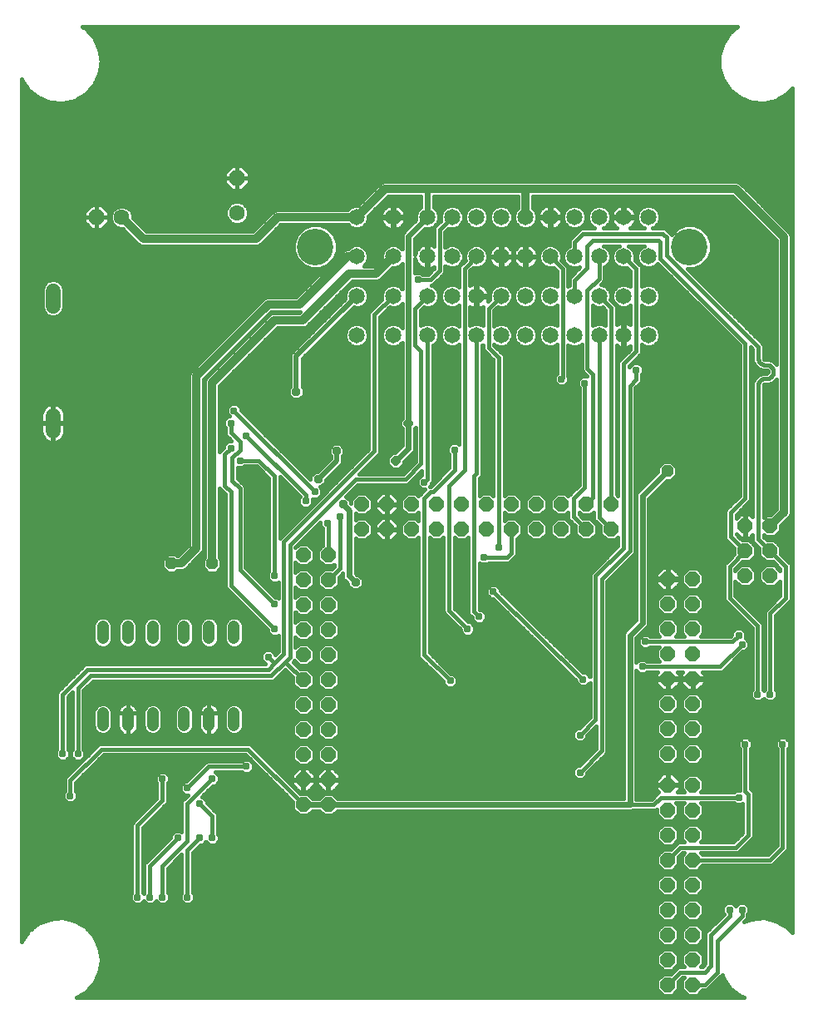
<source format=gbl>
G75*
G70*
%OFA0B0*%
%FSLAX24Y24*%
%IPPOS*%
%LPD*%
%AMOC8*
5,1,8,0,0,1.08239X$1,22.5*
%
%ADD10C,0.0650*%
%ADD11C,0.1463*%
%ADD12OC8,0.0591*%
%ADD13OC8,0.0630*%
%ADD14C,0.0630*%
%ADD15C,0.0600*%
%ADD16C,0.0480*%
%ADD17C,0.0160*%
%ADD18OC8,0.0290*%
%ADD19OC8,0.0337*%
%ADD20C,0.0240*%
%ADD21OC8,0.0472*%
%ADD22C,0.0320*%
%ADD23OC8,0.0376*%
%ADD24C,0.0200*%
D10*
X020993Y030401D03*
X020993Y031975D03*
X022449Y031975D03*
X023827Y031975D03*
X024811Y031975D03*
X025796Y031975D03*
X026780Y031975D03*
X027764Y031975D03*
X028748Y031975D03*
X029733Y031975D03*
X030717Y031975D03*
X031701Y031975D03*
X032685Y031975D03*
X032685Y030401D03*
X031701Y030401D03*
X030717Y030401D03*
X029733Y030401D03*
X028748Y030401D03*
X027764Y030401D03*
X026780Y030401D03*
X025796Y030401D03*
X024811Y030401D03*
X023827Y030401D03*
X022449Y030401D03*
X022449Y033550D03*
X023827Y033550D03*
X024811Y033550D03*
X025796Y033550D03*
X026780Y033550D03*
X027764Y033550D03*
X028748Y033550D03*
X029733Y033550D03*
X030717Y033550D03*
X031701Y033550D03*
X032685Y033550D03*
X032685Y035125D03*
X031701Y035125D03*
X030717Y035125D03*
X029733Y035125D03*
X028748Y035125D03*
X027764Y035125D03*
X026780Y035125D03*
X025796Y035125D03*
X024811Y035125D03*
X023827Y035125D03*
X022449Y035125D03*
X020993Y035125D03*
X020993Y033550D03*
D11*
X019339Y033944D03*
X034339Y033944D03*
D12*
X031193Y023625D03*
X031193Y022625D03*
X030193Y022625D03*
X029193Y022625D03*
X028193Y022625D03*
X027193Y022625D03*
X027193Y023625D03*
X028193Y023625D03*
X029193Y023625D03*
X030193Y023625D03*
X033470Y020631D03*
X033470Y019631D03*
X033470Y018631D03*
X034470Y018631D03*
X034470Y019631D03*
X034470Y020631D03*
X036568Y020750D03*
X037568Y020750D03*
X037568Y021750D03*
X036568Y021750D03*
X036568Y022750D03*
X037568Y022750D03*
X034470Y017631D03*
X033470Y017631D03*
X033470Y016631D03*
X033470Y015631D03*
X034470Y015631D03*
X034470Y016631D03*
X034470Y014631D03*
X033470Y014631D03*
X033470Y013631D03*
X034470Y013631D03*
X034468Y012375D03*
X033468Y012375D03*
X033468Y011375D03*
X034468Y011375D03*
X034468Y010375D03*
X033468Y010375D03*
X033468Y009375D03*
X033468Y008375D03*
X033468Y007375D03*
X034468Y007375D03*
X034468Y008375D03*
X034468Y009375D03*
X034468Y006375D03*
X033468Y006375D03*
X033468Y005375D03*
X033468Y004375D03*
X034468Y004375D03*
X034468Y005375D03*
X019856Y011588D03*
X018856Y011588D03*
X018856Y012588D03*
X018856Y013588D03*
X018856Y014588D03*
X018856Y015588D03*
X019856Y015588D03*
X019856Y014588D03*
X019856Y013588D03*
X019856Y012588D03*
X019856Y016588D03*
X019856Y017588D03*
X019856Y018588D03*
X018856Y018588D03*
X018856Y017588D03*
X018856Y016588D03*
X018856Y019588D03*
X018856Y020588D03*
X018856Y021588D03*
X019856Y021588D03*
X019856Y020588D03*
X019856Y019588D03*
X021193Y022625D03*
X021193Y023625D03*
X022193Y023625D03*
X022193Y022625D03*
X023193Y022625D03*
X023193Y023625D03*
X024193Y023625D03*
X024193Y022625D03*
X025193Y022625D03*
X025193Y023625D03*
X026193Y023625D03*
X026193Y022625D03*
D13*
X016193Y036700D03*
X010568Y035125D03*
D14*
X011568Y035125D03*
X016193Y035300D03*
D15*
X008818Y032175D02*
X008818Y031575D01*
X008818Y027175D02*
X008818Y026575D01*
D16*
X010818Y018730D02*
X010818Y018250D01*
X011818Y018250D02*
X011818Y018730D01*
X012818Y018730D02*
X012818Y018250D01*
X014068Y018250D02*
X014068Y018730D01*
X015068Y018730D02*
X015068Y018250D01*
X016068Y018250D02*
X016068Y018730D01*
X016068Y015250D02*
X016068Y014770D01*
X015068Y014770D02*
X015068Y015250D01*
X014068Y015250D02*
X014068Y014770D01*
X012818Y014770D02*
X012818Y015250D01*
X011818Y015250D02*
X011818Y014770D01*
X010818Y014770D02*
X010818Y015250D01*
D17*
X007548Y006083D02*
X007548Y040667D01*
X007555Y040646D01*
X007837Y040232D01*
X008228Y039920D01*
X008228Y039920D01*
X008694Y039737D01*
X008694Y039737D01*
X009194Y039700D01*
X009682Y039811D01*
X010116Y040062D01*
X010456Y040429D01*
X010674Y040880D01*
X010748Y041375D01*
X010748Y041375D01*
X010674Y041870D01*
X010674Y041870D01*
X010456Y042321D01*
X010456Y042321D01*
X010116Y042688D01*
X009983Y042765D01*
X036272Y042765D01*
X035962Y042518D01*
X035962Y042518D01*
X035962Y042518D01*
X035680Y042104D01*
X035532Y041625D01*
X035532Y041125D01*
X035680Y040646D01*
X035962Y040232D01*
X036353Y039920D01*
X036353Y039920D01*
X036819Y039737D01*
X036819Y039737D01*
X037319Y039700D01*
X037807Y039811D01*
X038241Y040062D01*
X038455Y040293D01*
X038455Y006457D01*
X038241Y006688D01*
X037807Y006939D01*
X037319Y007050D01*
X037319Y007050D01*
X036819Y007013D01*
X036528Y006898D01*
X036534Y006905D01*
X036663Y007034D01*
X036663Y007192D01*
X036728Y007257D01*
X036728Y007493D01*
X036561Y007660D01*
X036325Y007660D01*
X036193Y007528D01*
X036061Y007660D01*
X035825Y007660D01*
X035658Y007493D01*
X035658Y007257D01*
X035711Y007204D01*
X034973Y006466D01*
X034973Y005216D01*
X034852Y005095D01*
X034804Y005095D01*
X034904Y005195D01*
X034904Y005555D01*
X034649Y005810D01*
X034288Y005810D01*
X034033Y005555D01*
X034033Y005195D01*
X034133Y005095D01*
X033877Y005095D01*
X033748Y004966D01*
X033592Y004810D01*
X033288Y004810D01*
X033033Y004555D01*
X033033Y004195D01*
X033288Y003940D01*
X033649Y003940D01*
X033904Y004195D01*
X033904Y004499D01*
X034059Y004655D01*
X034133Y004655D01*
X034033Y004555D01*
X034033Y004195D01*
X034288Y003940D01*
X034649Y003940D01*
X034864Y004155D01*
X035034Y004155D01*
X035534Y004655D01*
X035643Y004764D01*
X035680Y004646D01*
X035962Y004232D01*
X036353Y003920D01*
X036353Y003920D01*
X036519Y003855D01*
X009758Y003855D01*
X010116Y004062D01*
X010456Y004429D01*
X010674Y004880D01*
X010748Y005375D01*
X010674Y005870D01*
X010674Y005870D01*
X010456Y006321D01*
X010456Y006321D01*
X010116Y006688D01*
X009682Y006939D01*
X009194Y007050D01*
X008694Y007013D01*
X008228Y006830D01*
X007837Y006518D01*
X007555Y006104D01*
X007548Y006083D01*
X007555Y006104D02*
X007555Y006104D01*
X007548Y006126D02*
X007570Y006126D01*
X007548Y006285D02*
X007678Y006285D01*
X007786Y006443D02*
X007548Y006443D01*
X007548Y006602D02*
X007942Y006602D01*
X007837Y006518D02*
X007837Y006518D01*
X007548Y006760D02*
X008141Y006760D01*
X008228Y006830D02*
X008228Y006830D01*
X008454Y006919D02*
X007548Y006919D01*
X007548Y007077D02*
X033151Y007077D01*
X033033Y007195D02*
X033288Y006940D01*
X033649Y006940D01*
X033904Y007195D01*
X033904Y007555D01*
X033649Y007810D01*
X033288Y007810D01*
X033033Y007555D01*
X033033Y007195D01*
X033033Y007236D02*
X007548Y007236D01*
X007548Y007394D02*
X033033Y007394D01*
X033033Y007553D02*
X007548Y007553D01*
X007548Y007711D02*
X011954Y007711D01*
X011908Y007757D02*
X012075Y007590D01*
X012311Y007590D01*
X012443Y007722D01*
X012575Y007590D01*
X012811Y007590D01*
X012943Y007722D01*
X013075Y007590D01*
X013311Y007590D01*
X013478Y007757D01*
X013478Y007993D01*
X013413Y008058D01*
X013413Y009034D01*
X013973Y009594D01*
X013973Y008058D01*
X013908Y007993D01*
X013908Y007757D01*
X014075Y007590D01*
X014311Y007590D01*
X014478Y007757D01*
X014478Y007993D01*
X014413Y008058D01*
X014413Y009659D01*
X014719Y009965D01*
X014811Y009965D01*
X014943Y010097D01*
X015075Y009965D01*
X015311Y009965D01*
X015478Y010132D01*
X015478Y010368D01*
X015413Y010433D01*
X015413Y011216D01*
X014978Y011651D01*
X014978Y011743D01*
X014811Y011910D01*
X014789Y011910D01*
X015219Y012340D01*
X015311Y012340D01*
X015478Y012507D01*
X015478Y012743D01*
X015316Y012905D01*
X016385Y012905D01*
X016450Y012840D01*
X016686Y012840D01*
X016853Y013007D01*
X016853Y013243D01*
X016686Y013410D01*
X016450Y013410D01*
X016385Y013345D01*
X014977Y013345D01*
X014848Y013216D01*
X014167Y012535D01*
X014075Y012535D01*
X013908Y012368D01*
X013908Y012132D01*
X014075Y011965D01*
X014222Y011965D01*
X013973Y011716D01*
X013973Y010498D01*
X013936Y010535D01*
X013700Y010535D01*
X013533Y010368D01*
X013533Y010276D01*
X012602Y009345D01*
X012473Y009216D01*
X012473Y008058D01*
X012443Y008028D01*
X012413Y008058D01*
X012413Y010659D01*
X013284Y011530D01*
X013413Y011659D01*
X013413Y012442D01*
X013478Y012507D01*
X013478Y012743D01*
X013311Y012910D01*
X013075Y012910D01*
X012908Y012743D01*
X012908Y012507D01*
X012973Y012442D01*
X012973Y011841D01*
X011973Y010841D01*
X011973Y008058D01*
X011908Y007993D01*
X011908Y007757D01*
X011908Y007870D02*
X007548Y007870D01*
X007548Y008028D02*
X011943Y008028D01*
X011973Y008187D02*
X007548Y008187D01*
X007548Y008345D02*
X011973Y008345D01*
X011973Y008504D02*
X007548Y008504D01*
X007548Y008662D02*
X011973Y008662D01*
X011973Y008821D02*
X007548Y008821D01*
X007548Y008979D02*
X011973Y008979D01*
X011973Y009138D02*
X007548Y009138D01*
X007548Y009296D02*
X011973Y009296D01*
X011973Y009455D02*
X007548Y009455D01*
X007548Y009613D02*
X011973Y009613D01*
X011973Y009772D02*
X007548Y009772D01*
X007548Y009930D02*
X011973Y009930D01*
X011973Y010089D02*
X007548Y010089D01*
X007548Y010247D02*
X011973Y010247D01*
X011973Y010406D02*
X007548Y010406D01*
X007548Y010564D02*
X011973Y010564D01*
X011973Y010723D02*
X007548Y010723D01*
X007548Y010881D02*
X012013Y010881D01*
X012193Y010750D02*
X013193Y011750D01*
X013193Y012625D01*
X012908Y012625D02*
X009879Y012625D01*
X009726Y012471D02*
X010847Y013593D01*
X016540Y013593D01*
X018421Y011712D01*
X018421Y011407D01*
X018676Y011152D01*
X019036Y011152D01*
X019211Y011328D01*
X019500Y011328D01*
X019676Y011152D01*
X020036Y011152D01*
X020211Y011328D01*
X031995Y011328D01*
X032091Y011367D01*
X032091Y011368D01*
X032997Y011368D01*
X033033Y011404D01*
X033033Y011195D01*
X033288Y010940D01*
X033649Y010940D01*
X033904Y011195D01*
X033904Y011555D01*
X033804Y011655D01*
X034133Y011655D01*
X034033Y011555D01*
X034033Y011195D01*
X034288Y010940D01*
X034649Y010940D01*
X034904Y011195D01*
X034904Y011555D01*
X034804Y011655D01*
X036135Y011655D01*
X036200Y011590D01*
X036436Y011590D01*
X036473Y011627D01*
X036473Y010466D01*
X036102Y010095D01*
X034804Y010095D01*
X034904Y010195D01*
X034904Y010555D01*
X034649Y010810D01*
X034288Y010810D01*
X034033Y010555D01*
X034033Y010195D01*
X034133Y010095D01*
X033877Y010095D01*
X033748Y009966D01*
X033592Y009810D01*
X033288Y009810D01*
X033033Y009555D01*
X033033Y009195D01*
X033288Y008940D01*
X033649Y008940D01*
X033904Y009195D01*
X033904Y009499D01*
X034059Y009655D01*
X034133Y009655D01*
X034033Y009555D01*
X034033Y009195D01*
X034288Y008940D01*
X034649Y008940D01*
X034864Y009155D01*
X037659Y009155D01*
X038159Y009655D01*
X038288Y009784D01*
X038288Y013817D01*
X038353Y013882D01*
X038353Y014118D01*
X038186Y014285D01*
X037950Y014285D01*
X037783Y014118D01*
X037783Y013882D01*
X037848Y013817D01*
X037848Y009966D01*
X037477Y009595D01*
X034864Y009595D01*
X034804Y009655D01*
X036284Y009655D01*
X036784Y010155D01*
X036913Y010284D01*
X036913Y012091D01*
X036788Y012216D01*
X036788Y013817D01*
X036853Y013882D01*
X036853Y014118D01*
X036686Y014285D01*
X036450Y014285D01*
X036283Y014118D01*
X036283Y013882D01*
X036348Y013817D01*
X036348Y012160D01*
X036200Y012160D01*
X036135Y012095D01*
X034804Y012095D01*
X034904Y012195D01*
X034904Y012555D01*
X034649Y012810D01*
X034288Y012810D01*
X034033Y012555D01*
X034033Y012195D01*
X034133Y012095D01*
X033860Y012095D01*
X033944Y012178D01*
X033944Y012357D01*
X033487Y012357D01*
X033487Y012393D01*
X033944Y012393D01*
X033944Y012572D01*
X033665Y012850D01*
X033487Y012850D01*
X033487Y012393D01*
X033450Y012393D01*
X033450Y012357D01*
X032993Y012357D01*
X032993Y012178D01*
X033089Y012082D01*
X032973Y011966D01*
X032815Y011807D01*
X032203Y011807D01*
X032203Y016962D01*
X032325Y016840D01*
X032561Y016840D01*
X032626Y016905D01*
X033072Y016905D01*
X032995Y016828D01*
X032995Y016649D01*
X033452Y016649D01*
X033452Y016613D01*
X032995Y016613D01*
X032995Y016434D01*
X033273Y016156D01*
X033452Y016156D01*
X033452Y016613D01*
X033489Y016613D01*
X033489Y016649D01*
X033946Y016649D01*
X033946Y016828D01*
X033868Y016905D01*
X034072Y016905D01*
X033995Y016828D01*
X033995Y016649D01*
X034452Y016649D01*
X034452Y016613D01*
X033995Y016613D01*
X033995Y016434D01*
X034273Y016156D01*
X034452Y016156D01*
X034452Y016613D01*
X034489Y016613D01*
X034489Y016649D01*
X034946Y016649D01*
X034946Y016828D01*
X034868Y016905D01*
X035659Y016905D01*
X035788Y017034D01*
X036469Y017715D01*
X036561Y017715D01*
X036728Y017882D01*
X036728Y018118D01*
X036596Y018250D01*
X036603Y018257D01*
X036603Y018493D01*
X036436Y018660D01*
X036200Y018660D01*
X036033Y018493D01*
X036033Y018401D01*
X035977Y018345D01*
X034800Y018345D01*
X034906Y018451D01*
X034906Y018811D01*
X034651Y019066D01*
X034290Y019066D01*
X034035Y018811D01*
X034035Y018451D01*
X034141Y018345D01*
X033800Y018345D01*
X033906Y018451D01*
X033906Y018811D01*
X033651Y019066D01*
X033290Y019066D01*
X033035Y018811D01*
X033035Y018451D01*
X033141Y018345D01*
X032751Y018345D01*
X032686Y018410D01*
X032450Y018410D01*
X032283Y018243D01*
X032283Y018007D01*
X032450Y017840D01*
X032686Y017840D01*
X032751Y017905D01*
X033129Y017905D01*
X033035Y017811D01*
X033035Y017451D01*
X033141Y017345D01*
X032626Y017345D01*
X032561Y017410D01*
X032325Y017410D01*
X032203Y017288D01*
X032203Y018267D01*
X032664Y018728D01*
X032703Y018823D01*
X032703Y023842D01*
X033435Y024574D01*
X033599Y024574D01*
X033820Y024794D01*
X033820Y025106D01*
X033599Y025326D01*
X033287Y025326D01*
X033067Y025106D01*
X033067Y024941D01*
X032296Y024170D01*
X032223Y024097D01*
X032183Y024002D01*
X032183Y018983D01*
X031796Y018595D01*
X031723Y018522D01*
X031683Y018427D01*
X031683Y011847D01*
X020211Y011847D01*
X020036Y012023D01*
X019676Y012023D01*
X019500Y011847D01*
X019211Y011847D01*
X019036Y012023D01*
X018732Y012023D01*
X016851Y013904D01*
X016722Y014032D01*
X010665Y014032D01*
X010536Y013904D01*
X009286Y012654D01*
X009286Y012121D01*
X009221Y012056D01*
X009221Y011819D01*
X009388Y011653D01*
X009624Y011653D01*
X009791Y011819D01*
X009791Y012056D01*
X009726Y012121D01*
X009726Y012471D01*
X009726Y012466D02*
X012949Y012466D01*
X012973Y012308D02*
X009726Y012308D01*
X009726Y012149D02*
X012973Y012149D01*
X012973Y011991D02*
X009791Y011991D01*
X009791Y011832D02*
X012964Y011832D01*
X012806Y011674D02*
X009645Y011674D01*
X009367Y011674D02*
X007548Y011674D01*
X007548Y011832D02*
X009221Y011832D01*
X009221Y011991D02*
X007548Y011991D01*
X007548Y012149D02*
X009286Y012149D01*
X009286Y012308D02*
X007548Y012308D01*
X007548Y012466D02*
X009286Y012466D01*
X009286Y012625D02*
X007548Y012625D01*
X007548Y012783D02*
X009415Y012783D01*
X009574Y012942D02*
X007548Y012942D01*
X007548Y013100D02*
X009732Y013100D01*
X009891Y013259D02*
X007548Y013259D01*
X007548Y013417D02*
X008998Y013417D01*
X009075Y013340D02*
X009311Y013340D01*
X009478Y013507D01*
X009478Y013743D01*
X009413Y013808D01*
X009413Y015909D01*
X009598Y016094D01*
X009598Y013808D01*
X009533Y013743D01*
X009533Y013507D01*
X009700Y013340D01*
X009936Y013340D01*
X010103Y013507D01*
X010103Y013743D01*
X010038Y013808D01*
X010038Y016159D01*
X010409Y016530D01*
X017659Y016530D01*
X017788Y016659D01*
X018131Y017001D01*
X018421Y016712D01*
X018421Y016407D01*
X018676Y016152D01*
X019036Y016152D01*
X019291Y016407D01*
X019291Y016768D01*
X019036Y017023D01*
X018732Y017023D01*
X018442Y017313D01*
X018479Y017349D01*
X018676Y017152D01*
X019036Y017152D01*
X019291Y017407D01*
X019291Y017768D01*
X019036Y018023D01*
X018676Y018023D01*
X018538Y017886D01*
X018538Y018289D01*
X018676Y018152D01*
X019036Y018152D01*
X019291Y018407D01*
X019291Y018768D01*
X019036Y019023D01*
X018676Y019023D01*
X018538Y018886D01*
X018538Y019289D01*
X018676Y019152D01*
X019036Y019152D01*
X019291Y019407D01*
X019291Y019768D01*
X019036Y020023D01*
X018676Y020023D01*
X018538Y019886D01*
X018538Y020289D01*
X018676Y020152D01*
X019036Y020152D01*
X019291Y020407D01*
X019291Y020768D01*
X019036Y021023D01*
X018676Y021023D01*
X018538Y020886D01*
X018538Y021289D01*
X018676Y021152D01*
X019036Y021152D01*
X019291Y021407D01*
X019291Y021768D01*
X019036Y022023D01*
X018676Y022023D01*
X018538Y021886D01*
X018538Y021909D01*
X019533Y022904D01*
X019533Y022757D01*
X019636Y022654D01*
X019636Y021983D01*
X019421Y021768D01*
X019421Y021407D01*
X019676Y021152D01*
X020036Y021152D01*
X020098Y021214D01*
X020098Y021141D01*
X019980Y021023D01*
X019676Y021023D01*
X019421Y020768D01*
X019421Y020407D01*
X019676Y020152D01*
X020036Y020152D01*
X020291Y020407D01*
X020291Y020712D01*
X020409Y020830D01*
X020433Y020854D01*
X020433Y020698D01*
X020473Y020603D01*
X020546Y020530D01*
X020635Y020441D01*
X020635Y020372D01*
X020816Y020192D01*
X021071Y020192D01*
X021252Y020372D01*
X021252Y020628D01*
X021071Y020808D01*
X021003Y020808D01*
X020953Y020858D01*
X020953Y022249D01*
X021013Y022190D01*
X021374Y022190D01*
X021629Y022445D01*
X021629Y022805D01*
X021374Y023060D01*
X021013Y023060D01*
X020953Y023001D01*
X020953Y023249D01*
X021013Y023190D01*
X021374Y023190D01*
X021629Y023445D01*
X021629Y023805D01*
X021374Y024060D01*
X021013Y024060D01*
X020758Y023805D01*
X020758Y023678D01*
X020752Y023684D01*
X020752Y023753D01*
X020571Y023933D01*
X020563Y023933D01*
X021034Y024405D01*
X023034Y024405D01*
X023607Y024978D01*
X023607Y024785D01*
X023575Y024785D01*
X023408Y024618D01*
X023408Y024382D01*
X023575Y024215D01*
X023722Y024215D01*
X023602Y024095D01*
X023473Y023966D01*
X023473Y023961D01*
X023374Y024060D01*
X023013Y024060D01*
X022758Y023805D01*
X022758Y023445D01*
X023013Y023190D01*
X023374Y023190D01*
X023473Y023289D01*
X023473Y022961D01*
X023374Y023060D01*
X023013Y023060D01*
X022758Y022805D01*
X022758Y022445D01*
X023013Y022190D01*
X023374Y022190D01*
X023473Y022289D01*
X023473Y017509D01*
X024458Y016524D01*
X024458Y016432D01*
X024625Y016265D01*
X024861Y016265D01*
X025028Y016432D01*
X025028Y016668D01*
X024861Y016835D01*
X024769Y016835D01*
X023913Y017691D01*
X023913Y022289D01*
X024013Y022190D01*
X024374Y022190D01*
X024473Y022289D01*
X024473Y019284D01*
X024602Y019155D01*
X025152Y018605D01*
X025152Y018513D01*
X025319Y018346D01*
X025555Y018346D01*
X025722Y018513D01*
X025722Y018749D01*
X025555Y018916D01*
X025463Y018916D01*
X024913Y019466D01*
X024913Y022289D01*
X025013Y022190D01*
X025374Y022190D01*
X025473Y022289D01*
X025473Y019234D01*
X025602Y019105D01*
X025608Y019099D01*
X025608Y019007D01*
X025775Y018840D01*
X026011Y018840D01*
X026178Y019007D01*
X026178Y019243D01*
X026011Y019410D01*
X025919Y019410D01*
X025913Y019416D01*
X025913Y021277D01*
X025975Y021215D01*
X026211Y021215D01*
X026276Y021280D01*
X027109Y021280D01*
X027238Y021409D01*
X027413Y021584D01*
X027413Y022229D01*
X027629Y022445D01*
X027629Y022805D01*
X027374Y023060D01*
X027013Y023060D01*
X026913Y022961D01*
X026913Y023289D01*
X027013Y023190D01*
X027374Y023190D01*
X027629Y023445D01*
X027629Y023805D01*
X027374Y024060D01*
X027013Y024060D01*
X026913Y023961D01*
X026913Y029591D01*
X026784Y029720D01*
X026501Y030004D01*
X026501Y030022D01*
X026517Y030007D01*
X026687Y029936D01*
X026872Y029936D01*
X027043Y030007D01*
X027174Y030137D01*
X027245Y030308D01*
X027245Y030493D01*
X027174Y030664D01*
X027043Y030795D01*
X026872Y030865D01*
X026687Y030865D01*
X026517Y030795D01*
X026501Y030779D01*
X026501Y031385D01*
X026644Y031529D01*
X026687Y031511D01*
X026872Y031511D01*
X027043Y031581D01*
X027174Y031712D01*
X027245Y031883D01*
X027245Y032068D01*
X027174Y032239D01*
X027043Y032369D01*
X026872Y032440D01*
X026687Y032440D01*
X026517Y032369D01*
X026386Y032239D01*
X026315Y032068D01*
X026315Y031883D01*
X026333Y031840D01*
X026252Y031758D01*
X026264Y031782D01*
X026288Y031857D01*
X026300Y031936D01*
X026300Y031947D01*
X025824Y031947D01*
X025824Y031471D01*
X025835Y031471D01*
X025914Y031483D01*
X025989Y031508D01*
X026060Y031544D01*
X026061Y031544D01*
X026061Y030793D01*
X026059Y030795D01*
X025888Y030865D01*
X025703Y030865D01*
X025538Y030797D01*
X025538Y031540D01*
X025602Y031508D01*
X025677Y031483D01*
X025756Y031471D01*
X025767Y031471D01*
X025767Y031947D01*
X025824Y031947D01*
X025824Y032004D01*
X025767Y032004D01*
X025767Y032480D01*
X025756Y032480D01*
X025677Y032468D01*
X025602Y032443D01*
X025538Y032411D01*
X025538Y032982D01*
X025660Y033103D01*
X025703Y033085D01*
X025888Y033085D01*
X026059Y033156D01*
X026190Y033287D01*
X026260Y033458D01*
X026260Y033643D01*
X026190Y033813D01*
X026059Y033944D01*
X025888Y034015D01*
X025703Y034015D01*
X025532Y033944D01*
X025402Y033813D01*
X025331Y033643D01*
X025331Y033458D01*
X025349Y033414D01*
X025098Y033164D01*
X025098Y032346D01*
X025075Y032369D01*
X024904Y032440D01*
X024719Y032440D01*
X024548Y032369D01*
X024417Y032239D01*
X024347Y032068D01*
X024347Y031883D01*
X024417Y031712D01*
X024548Y031581D01*
X024719Y031511D01*
X024904Y031511D01*
X025075Y031581D01*
X025098Y031605D01*
X025098Y030771D01*
X025075Y030795D01*
X024904Y030865D01*
X024719Y030865D01*
X024548Y030795D01*
X024417Y030664D01*
X024347Y030493D01*
X024347Y030308D01*
X024417Y030137D01*
X024548Y030007D01*
X024719Y029936D01*
X024904Y029936D01*
X025075Y030007D01*
X025098Y030030D01*
X025098Y026023D01*
X025036Y026085D01*
X024800Y026085D01*
X024633Y025918D01*
X024633Y025682D01*
X024698Y025617D01*
X024698Y025091D01*
X023952Y024345D01*
X023941Y024345D01*
X023978Y024382D01*
X023978Y024474D01*
X024047Y024543D01*
X024047Y029989D01*
X024090Y030007D01*
X024221Y030137D01*
X024292Y030308D01*
X024292Y030493D01*
X024221Y030664D01*
X024090Y030795D01*
X023920Y030865D01*
X023735Y030865D01*
X023564Y030795D01*
X023551Y030782D01*
X023551Y031388D01*
X023691Y031529D01*
X023735Y031511D01*
X023920Y031511D01*
X024090Y031581D01*
X024221Y031712D01*
X024292Y031883D01*
X024292Y032068D01*
X024221Y032239D01*
X024090Y032369D01*
X024005Y032405D01*
X024034Y032405D01*
X024409Y032780D01*
X024538Y032909D01*
X024538Y033166D01*
X024548Y033156D01*
X024719Y033085D01*
X024904Y033085D01*
X025075Y033156D01*
X025205Y033287D01*
X025276Y033458D01*
X025276Y033643D01*
X025205Y033813D01*
X025075Y033944D01*
X024904Y034015D01*
X024719Y034015D01*
X024548Y033944D01*
X024538Y033934D01*
X024538Y034541D01*
X024676Y034678D01*
X024719Y034660D01*
X024904Y034660D01*
X025075Y034731D01*
X025205Y034862D01*
X025276Y035033D01*
X025276Y035217D01*
X025205Y035388D01*
X025075Y035519D01*
X024904Y035590D01*
X024719Y035590D01*
X024548Y035519D01*
X024417Y035388D01*
X024347Y035217D01*
X024347Y035033D01*
X024365Y034989D01*
X024098Y034723D01*
X024098Y033977D01*
X024092Y033982D01*
X024021Y034018D01*
X023945Y034043D01*
X023867Y034055D01*
X023855Y034055D01*
X023855Y033578D01*
X023799Y033578D01*
X023799Y034055D01*
X023787Y034055D01*
X023709Y034043D01*
X023633Y034018D01*
X023563Y033982D01*
X023498Y033935D01*
X023442Y033879D01*
X023395Y033815D01*
X023359Y033744D01*
X023335Y033668D01*
X023328Y033627D01*
X023328Y034258D01*
X023731Y034662D01*
X023735Y034660D01*
X023920Y034660D01*
X024090Y034731D01*
X024221Y034862D01*
X024292Y035033D01*
X024292Y035217D01*
X024221Y035388D01*
X024090Y035519D01*
X024087Y035520D01*
X024087Y035950D01*
X027464Y035950D01*
X027464Y035482D01*
X027370Y035388D01*
X027299Y035217D01*
X027299Y035033D01*
X027370Y034862D01*
X027501Y034731D01*
X027672Y034660D01*
X027857Y034660D01*
X028027Y034731D01*
X028158Y034862D01*
X028229Y035033D01*
X028229Y035217D01*
X028158Y035388D01*
X028064Y035482D01*
X028064Y035950D01*
X036069Y035950D01*
X037818Y034201D01*
X037818Y029243D01*
X037706Y029356D01*
X037706Y029356D01*
X037527Y029430D01*
X037358Y029430D01*
X037350Y029431D01*
X037333Y029438D01*
X037321Y029450D01*
X037314Y029466D01*
X037313Y029475D01*
X037313Y030016D01*
X034257Y033072D01*
X034512Y033072D01*
X034833Y033205D01*
X035078Y033450D01*
X035210Y033771D01*
X035210Y034117D01*
X035078Y034438D01*
X034833Y034683D01*
X034512Y034815D01*
X034166Y034815D01*
X033845Y034683D01*
X033609Y034446D01*
X033509Y034545D01*
X033359Y034695D01*
X032862Y034695D01*
X032949Y034731D01*
X033079Y034862D01*
X033150Y035033D01*
X033150Y035217D01*
X033079Y035388D01*
X032949Y035519D01*
X032778Y035590D01*
X032593Y035590D01*
X032422Y035519D01*
X032291Y035388D01*
X032221Y035217D01*
X032221Y035033D01*
X032291Y034862D01*
X032422Y034731D01*
X032509Y034695D01*
X031968Y034695D01*
X032030Y034740D01*
X032086Y034796D01*
X032133Y034860D01*
X032169Y034931D01*
X032194Y035007D01*
X032206Y035085D01*
X032206Y035097D01*
X031729Y035097D01*
X031729Y035153D01*
X031673Y035153D01*
X031673Y035097D01*
X031196Y035097D01*
X031196Y035085D01*
X031209Y035007D01*
X031233Y034931D01*
X031269Y034860D01*
X031316Y034796D01*
X031372Y034740D01*
X031434Y034695D01*
X030893Y034695D01*
X030980Y034731D01*
X031111Y034862D01*
X031182Y035033D01*
X031182Y035217D01*
X031111Y035388D01*
X030980Y035519D01*
X030809Y035590D01*
X030624Y035590D01*
X030454Y035519D01*
X030323Y035388D01*
X030252Y035217D01*
X030252Y035033D01*
X030323Y034862D01*
X030454Y034731D01*
X030540Y034695D01*
X029977Y034695D01*
X029848Y034566D01*
X029513Y034230D01*
X029513Y033962D01*
X029469Y033944D01*
X029339Y033813D01*
X029268Y033643D01*
X029268Y033458D01*
X029339Y033287D01*
X029469Y033156D01*
X029640Y033085D01*
X029825Y033085D01*
X029940Y033133D01*
X029513Y032705D01*
X029513Y032387D01*
X029469Y032369D01*
X029463Y032363D01*
X029463Y033146D01*
X029195Y033414D01*
X029213Y033458D01*
X029213Y033643D01*
X029142Y033813D01*
X029012Y033944D01*
X028841Y034015D01*
X028656Y034015D01*
X028485Y033944D01*
X028354Y033813D01*
X028284Y033643D01*
X028284Y033458D01*
X028354Y033287D01*
X028485Y033156D01*
X028656Y033085D01*
X028841Y033085D01*
X028884Y033103D01*
X029023Y032964D01*
X029023Y032358D01*
X029012Y032369D01*
X028841Y032440D01*
X028656Y032440D01*
X028485Y032369D01*
X028354Y032239D01*
X028284Y032068D01*
X028284Y031883D01*
X028354Y031712D01*
X028485Y031581D01*
X028656Y031511D01*
X028841Y031511D01*
X029012Y031581D01*
X029023Y031593D01*
X029023Y030783D01*
X029012Y030795D01*
X028841Y030865D01*
X028656Y030865D01*
X028485Y030795D01*
X028354Y030664D01*
X028284Y030493D01*
X028284Y030308D01*
X028354Y030137D01*
X028485Y030007D01*
X028656Y029936D01*
X028841Y029936D01*
X029012Y030007D01*
X029023Y030018D01*
X029023Y028871D01*
X028908Y028756D01*
X028908Y028519D01*
X029075Y028353D01*
X029311Y028353D01*
X029478Y028519D01*
X029478Y028756D01*
X029463Y028771D01*
X029463Y030013D01*
X029469Y030007D01*
X029640Y029936D01*
X029825Y029936D01*
X029996Y030007D01*
X030011Y030021D01*
X030011Y028984D01*
X030140Y028855D01*
X030235Y028760D01*
X030013Y028760D01*
X029846Y028593D01*
X029846Y028357D01*
X029911Y028292D01*
X029911Y024404D01*
X029602Y024095D01*
X029473Y023966D01*
X029473Y023961D01*
X029374Y024060D01*
X029013Y024060D01*
X028758Y023805D01*
X028758Y023445D01*
X029013Y023190D01*
X029374Y023190D01*
X029473Y023289D01*
X029473Y023034D01*
X029602Y022905D01*
X029602Y022905D01*
X029758Y022749D01*
X029758Y022445D01*
X030013Y022190D01*
X030374Y022190D01*
X030629Y022445D01*
X030629Y022805D01*
X030374Y023060D01*
X030069Y023060D01*
X029913Y023216D01*
X029913Y023289D01*
X030013Y023190D01*
X030374Y023190D01*
X030497Y023313D01*
X030497Y023010D01*
X030758Y022749D01*
X030758Y022445D01*
X031013Y022190D01*
X031374Y022190D01*
X031473Y022289D01*
X031473Y021966D01*
X030348Y020841D01*
X030348Y016723D01*
X030186Y016885D01*
X030068Y016885D01*
X026753Y020153D01*
X026753Y020243D01*
X026586Y020410D01*
X026350Y020410D01*
X026183Y020243D01*
X026183Y020007D01*
X026350Y019840D01*
X026444Y019840D01*
X029783Y016547D01*
X029783Y016482D01*
X029950Y016315D01*
X030186Y016315D01*
X030348Y016477D01*
X030348Y015091D01*
X029917Y014660D01*
X029825Y014660D01*
X029658Y014493D01*
X029658Y014257D01*
X029825Y014090D01*
X030061Y014090D01*
X030228Y014257D01*
X030228Y014349D01*
X030598Y014719D01*
X030598Y013841D01*
X029917Y013160D01*
X029825Y013160D01*
X029658Y012993D01*
X029658Y012757D01*
X029825Y012590D01*
X030061Y012590D01*
X030228Y012757D01*
X030228Y012849D01*
X030909Y013530D01*
X031038Y013659D01*
X031038Y020534D01*
X032034Y021530D01*
X032163Y021659D01*
X032183Y021659D01*
X032163Y021659D02*
X032163Y028284D01*
X032284Y028405D01*
X032413Y028534D01*
X032413Y028817D01*
X032478Y028882D01*
X032478Y029118D01*
X032311Y029285D01*
X032075Y029285D01*
X031913Y029123D01*
X031913Y029159D01*
X032284Y029530D01*
X032413Y029659D01*
X032413Y030015D01*
X032422Y030007D01*
X032593Y029936D01*
X032778Y029936D01*
X032949Y030007D01*
X033079Y030137D01*
X033150Y030308D01*
X033150Y030493D01*
X033079Y030664D01*
X032949Y030795D01*
X032778Y030865D01*
X032593Y030865D01*
X032422Y030795D01*
X032413Y030786D01*
X032413Y031590D01*
X032422Y031581D01*
X032593Y031511D01*
X032778Y031511D01*
X032949Y031581D01*
X033079Y031712D01*
X033150Y031883D01*
X033150Y032068D01*
X033079Y032239D01*
X032949Y032369D01*
X032778Y032440D01*
X032593Y032440D01*
X032422Y032369D01*
X032413Y032361D01*
X032413Y033149D01*
X032148Y033414D01*
X032166Y033458D01*
X032166Y033643D01*
X032095Y033813D01*
X031964Y033944D01*
X031878Y033980D01*
X032509Y033980D01*
X032422Y033944D01*
X032291Y033813D01*
X032221Y033643D01*
X032221Y033458D01*
X032291Y033287D01*
X032422Y033156D01*
X032593Y033085D01*
X032778Y033085D01*
X032949Y033156D01*
X033062Y033270D01*
X036348Y029984D01*
X036348Y023966D01*
X035902Y023520D01*
X035773Y023391D01*
X035773Y022234D01*
X036133Y021874D01*
X036133Y021626D01*
X035852Y021345D01*
X035723Y021216D01*
X035723Y019784D01*
X036848Y018659D01*
X036848Y016183D01*
X036783Y016118D01*
X036783Y015882D01*
X036950Y015715D01*
X037186Y015715D01*
X037318Y015847D01*
X037450Y015715D01*
X037686Y015715D01*
X037853Y015882D01*
X037853Y016118D01*
X037788Y016183D01*
X037788Y019159D01*
X038413Y019784D01*
X038413Y021216D01*
X038284Y021345D01*
X038004Y021626D01*
X038004Y021930D01*
X037749Y022185D01*
X037444Y022185D01*
X037313Y022316D01*
X037313Y022389D01*
X037388Y022315D01*
X037749Y022315D01*
X038004Y022570D01*
X038004Y022761D01*
X038373Y023130D01*
X038418Y023240D01*
X038418Y034385D01*
X038373Y034495D01*
X036448Y036420D01*
X036363Y036504D01*
X036253Y036550D01*
X022058Y036550D01*
X021948Y036504D01*
X021863Y036420D01*
X021033Y035590D01*
X020900Y035590D01*
X020729Y035519D01*
X020635Y035425D01*
X017759Y035425D01*
X017648Y035379D01*
X017564Y035295D01*
X016819Y034550D01*
X012568Y034550D01*
X012023Y035094D01*
X012023Y035216D01*
X011954Y035383D01*
X011826Y035511D01*
X011659Y035580D01*
X011478Y035580D01*
X011311Y035511D01*
X011183Y035383D01*
X011113Y035216D01*
X011113Y035034D01*
X011183Y034867D01*
X011311Y034739D01*
X011478Y034670D01*
X011599Y034670D01*
X012273Y033996D01*
X012384Y033950D01*
X017003Y033950D01*
X017113Y033996D01*
X017198Y034080D01*
X017943Y034825D01*
X020635Y034825D01*
X020729Y034731D01*
X020900Y034660D01*
X021085Y034660D01*
X021256Y034731D01*
X021387Y034862D01*
X021457Y035033D01*
X021457Y035166D01*
X022242Y035950D01*
X023567Y035950D01*
X023567Y035520D01*
X023564Y035519D01*
X023433Y035388D01*
X023362Y035217D01*
X023362Y035033D01*
X023364Y035029D01*
X022921Y034587D01*
X022848Y034513D01*
X022808Y034418D01*
X022808Y033848D01*
X022713Y033944D01*
X022542Y034015D01*
X022357Y034015D01*
X022186Y033944D01*
X022055Y033813D01*
X021984Y033643D01*
X021984Y033510D01*
X021650Y033175D01*
X021275Y033175D01*
X021387Y033287D01*
X021457Y033458D01*
X021457Y033643D01*
X021387Y033813D01*
X021256Y033944D01*
X021085Y034015D01*
X020900Y034015D01*
X020729Y033944D01*
X020635Y033850D01*
X020559Y033850D01*
X020449Y033805D01*
X018569Y031925D01*
X017384Y031925D01*
X017273Y031879D01*
X017189Y031795D01*
X014314Y028920D01*
X014268Y028810D01*
X014268Y021999D01*
X013819Y021550D01*
X013800Y021550D01*
X013724Y021626D01*
X013412Y021626D01*
X013192Y021406D01*
X013192Y021094D01*
X013412Y020874D01*
X013724Y020874D01*
X013800Y020950D01*
X014003Y020950D01*
X014113Y020996D01*
X014738Y021621D01*
X014823Y021705D01*
X014868Y021815D01*
X014868Y028626D01*
X017568Y031325D01*
X018719Y031325D01*
X018694Y031300D01*
X017634Y031300D01*
X017523Y031254D01*
X014939Y028670D01*
X014893Y028560D01*
X014893Y021482D01*
X014817Y021406D01*
X014817Y021094D01*
X015037Y020874D01*
X015349Y020874D01*
X015570Y021094D01*
X015570Y021406D01*
X015493Y021482D01*
X015493Y024264D01*
X015723Y024034D01*
X015723Y020284D01*
X017408Y018599D01*
X017408Y018507D01*
X017575Y018340D01*
X017811Y018340D01*
X017848Y018377D01*
X017848Y017716D01*
X017728Y017596D01*
X017728Y017618D01*
X017561Y017785D01*
X017325Y017785D01*
X017158Y017618D01*
X017158Y017382D01*
X017320Y017220D01*
X010102Y017220D01*
X008973Y016091D01*
X008973Y013808D01*
X008908Y013743D01*
X008908Y013507D01*
X009075Y013340D01*
X008908Y013576D02*
X007548Y013576D01*
X007548Y013734D02*
X008908Y013734D01*
X008973Y013893D02*
X007548Y013893D01*
X007548Y014051D02*
X008973Y014051D01*
X008973Y014210D02*
X007548Y014210D01*
X007548Y014368D02*
X008973Y014368D01*
X008973Y014527D02*
X007548Y014527D01*
X007548Y014685D02*
X008973Y014685D01*
X008973Y014844D02*
X007548Y014844D01*
X007548Y015002D02*
X008973Y015002D01*
X008973Y015161D02*
X007548Y015161D01*
X007548Y015319D02*
X008973Y015319D01*
X008973Y015478D02*
X007548Y015478D01*
X007548Y015636D02*
X008973Y015636D01*
X008973Y015795D02*
X007548Y015795D01*
X007548Y015953D02*
X008973Y015953D01*
X008994Y016112D02*
X007548Y016112D01*
X007548Y016270D02*
X009152Y016270D01*
X009311Y016429D02*
X007548Y016429D01*
X007548Y016587D02*
X009469Y016587D01*
X009628Y016746D02*
X007548Y016746D01*
X007548Y016904D02*
X009786Y016904D01*
X009945Y017063D02*
X007548Y017063D01*
X007548Y017221D02*
X017319Y017221D01*
X017161Y017380D02*
X007548Y017380D01*
X007548Y017538D02*
X017158Y017538D01*
X017237Y017697D02*
X007548Y017697D01*
X007548Y017855D02*
X017848Y017855D01*
X017848Y018014D02*
X016369Y018014D01*
X016390Y018035D02*
X016448Y018174D01*
X016448Y018806D01*
X017201Y018806D01*
X017043Y018965D02*
X016371Y018965D01*
X016390Y018945D02*
X016284Y019052D01*
X016144Y019110D01*
X015993Y019110D01*
X015853Y019052D01*
X015746Y018945D01*
X015688Y018806D01*
X015689Y018806D02*
X015448Y018806D01*
X015390Y018945D01*
X015284Y019052D01*
X015144Y019110D01*
X014993Y019110D01*
X014853Y019052D01*
X014746Y018945D01*
X014688Y018806D01*
X014689Y018806D02*
X014448Y018806D01*
X014390Y018945D01*
X014284Y019052D01*
X014144Y019110D01*
X013993Y019110D01*
X013853Y019052D01*
X013746Y018945D01*
X013688Y018806D01*
X013689Y018806D02*
X013198Y018806D01*
X013140Y018945D01*
X013034Y019052D01*
X012894Y019110D01*
X012743Y019110D01*
X012603Y019052D01*
X012496Y018945D01*
X012438Y018806D01*
X012439Y018806D02*
X012198Y018806D01*
X012140Y018945D01*
X012034Y019052D01*
X011894Y019110D01*
X011743Y019110D01*
X011603Y019052D01*
X011496Y018945D01*
X011438Y018806D01*
X011439Y018806D02*
X011198Y018806D01*
X011140Y018945D01*
X011034Y019052D01*
X010894Y019110D01*
X010743Y019110D01*
X010603Y019052D01*
X010496Y018945D01*
X010438Y018806D01*
X010439Y018806D02*
X007548Y018806D01*
X007548Y018648D02*
X010438Y018648D01*
X010438Y018806D02*
X010438Y018174D01*
X010496Y018035D01*
X010603Y017928D01*
X010743Y017870D01*
X010894Y017870D01*
X011034Y017928D01*
X011140Y018035D01*
X011198Y018174D01*
X011198Y018806D01*
X011198Y018648D02*
X011438Y018648D01*
X011438Y018806D02*
X011438Y018174D01*
X011496Y018035D01*
X011603Y017928D01*
X011743Y017870D01*
X011894Y017870D01*
X012034Y017928D01*
X012140Y018035D01*
X012198Y018174D01*
X012198Y018806D01*
X012198Y018648D02*
X012438Y018648D01*
X012438Y018806D02*
X012438Y018174D01*
X012496Y018035D01*
X012603Y017928D01*
X012743Y017870D01*
X012894Y017870D01*
X013034Y017928D01*
X013140Y018035D01*
X013198Y018174D01*
X013198Y018806D01*
X013198Y018648D02*
X013688Y018648D01*
X013688Y018806D02*
X013688Y018174D01*
X013746Y018035D01*
X013853Y017928D01*
X013993Y017870D01*
X014144Y017870D01*
X014284Y017928D01*
X014390Y018035D01*
X014448Y018174D01*
X014448Y018806D01*
X014448Y018648D02*
X014688Y018648D01*
X014688Y018806D02*
X014688Y018174D01*
X014746Y018035D01*
X014853Y017928D01*
X014993Y017870D01*
X015144Y017870D01*
X015284Y017928D01*
X015390Y018035D01*
X015448Y018174D01*
X015448Y018806D01*
X015448Y018648D02*
X015688Y018648D01*
X015688Y018806D02*
X015688Y018174D01*
X015746Y018035D01*
X015853Y017928D01*
X015993Y017870D01*
X016144Y017870D01*
X016284Y017928D01*
X016390Y018035D01*
X016447Y018172D02*
X017848Y018172D01*
X017848Y018331D02*
X016448Y018331D01*
X016448Y018489D02*
X017426Y018489D01*
X017360Y018648D02*
X016448Y018648D01*
X016448Y018806D02*
X016390Y018945D01*
X016726Y019282D02*
X007548Y019282D01*
X007548Y019440D02*
X016567Y019440D01*
X016409Y019599D02*
X007548Y019599D01*
X007548Y019757D02*
X016250Y019757D01*
X016092Y019916D02*
X007548Y019916D01*
X007548Y020074D02*
X015933Y020074D01*
X015775Y020233D02*
X007548Y020233D01*
X007548Y020391D02*
X015723Y020391D01*
X015723Y020550D02*
X007548Y020550D01*
X007548Y020708D02*
X015723Y020708D01*
X015723Y020867D02*
X007548Y020867D01*
X007548Y021025D02*
X013261Y021025D01*
X013192Y021184D02*
X007548Y021184D01*
X007548Y021342D02*
X013192Y021342D01*
X013287Y021501D02*
X007548Y021501D01*
X007548Y021659D02*
X013928Y021659D01*
X014087Y021818D02*
X007548Y021818D01*
X007548Y021976D02*
X014245Y021976D01*
X014268Y022135D02*
X007548Y022135D01*
X007548Y022293D02*
X014268Y022293D01*
X014268Y022452D02*
X007548Y022452D01*
X007548Y022610D02*
X014268Y022610D01*
X014268Y022769D02*
X007548Y022769D01*
X007548Y022927D02*
X014268Y022927D01*
X014268Y023086D02*
X007548Y023086D01*
X007548Y023244D02*
X014268Y023244D01*
X014268Y023403D02*
X007548Y023403D01*
X007548Y023561D02*
X014268Y023561D01*
X014268Y023720D02*
X007548Y023720D01*
X007548Y023878D02*
X014268Y023878D01*
X014268Y024037D02*
X007548Y024037D01*
X007548Y024195D02*
X014268Y024195D01*
X014268Y024354D02*
X007548Y024354D01*
X007548Y024512D02*
X014268Y024512D01*
X014268Y024671D02*
X007548Y024671D01*
X007548Y024829D02*
X014268Y024829D01*
X014268Y024988D02*
X007548Y024988D01*
X007548Y025146D02*
X014268Y025146D01*
X014268Y025305D02*
X007548Y025305D01*
X007548Y025463D02*
X014268Y025463D01*
X014268Y025622D02*
X007548Y025622D01*
X007548Y025780D02*
X014268Y025780D01*
X014268Y025939D02*
X007548Y025939D01*
X007548Y026097D02*
X008768Y026097D01*
X008781Y026095D02*
X008706Y026107D01*
X008634Y026130D01*
X008567Y026164D01*
X008506Y026209D01*
X008452Y026262D01*
X008408Y026323D01*
X008373Y026391D01*
X008350Y026463D01*
X008338Y026537D01*
X008338Y026855D01*
X008798Y026855D01*
X008798Y026895D01*
X008338Y026895D01*
X008338Y027213D01*
X008350Y027287D01*
X008373Y027359D01*
X008408Y027427D01*
X008452Y027488D01*
X008506Y027541D01*
X008567Y027586D01*
X008634Y027620D01*
X008706Y027643D01*
X008781Y027655D01*
X008798Y027655D01*
X008798Y026895D01*
X008838Y026895D01*
X008838Y027655D01*
X008856Y027655D01*
X008931Y027643D01*
X009003Y027620D01*
X009070Y027586D01*
X009131Y027541D01*
X009184Y027488D01*
X009229Y027427D01*
X009263Y027359D01*
X009287Y027287D01*
X009298Y027213D01*
X009298Y026895D01*
X008838Y026895D01*
X008838Y026855D01*
X008838Y026095D01*
X008856Y026095D01*
X008931Y026107D01*
X009003Y026130D01*
X009070Y026164D01*
X009131Y026209D01*
X009184Y026262D01*
X009229Y026323D01*
X009263Y026391D01*
X009287Y026463D01*
X009298Y026537D01*
X009298Y026855D01*
X008838Y026855D01*
X008798Y026855D01*
X008798Y026095D01*
X008781Y026095D01*
X008798Y026097D02*
X008838Y026097D01*
X008869Y026097D02*
X014268Y026097D01*
X014268Y026256D02*
X009178Y026256D01*
X009271Y026414D02*
X014268Y026414D01*
X014268Y026573D02*
X009298Y026573D01*
X009298Y026731D02*
X014268Y026731D01*
X014268Y026890D02*
X008838Y026890D01*
X008798Y026890D02*
X007548Y026890D01*
X007548Y027048D02*
X008338Y027048D01*
X008338Y027207D02*
X007548Y027207D01*
X007548Y027365D02*
X008376Y027365D01*
X008488Y027524D02*
X007548Y027524D01*
X007548Y027682D02*
X014268Y027682D01*
X014268Y027524D02*
X009149Y027524D01*
X009260Y027365D02*
X014268Y027365D01*
X014268Y027207D02*
X009298Y027207D01*
X009298Y027048D02*
X014268Y027048D01*
X014868Y027048D02*
X014893Y027048D01*
X014893Y026890D02*
X014868Y026890D01*
X014868Y026731D02*
X014893Y026731D01*
X014893Y026573D02*
X014868Y026573D01*
X014868Y026414D02*
X014893Y026414D01*
X014893Y026256D02*
X014868Y026256D01*
X014868Y026097D02*
X014893Y026097D01*
X014893Y025939D02*
X014868Y025939D01*
X014868Y025780D02*
X014893Y025780D01*
X014893Y025622D02*
X014868Y025622D01*
X014868Y025463D02*
X014893Y025463D01*
X014893Y025305D02*
X014868Y025305D01*
X014868Y025146D02*
X014893Y025146D01*
X014893Y024988D02*
X014868Y024988D01*
X014868Y024829D02*
X014893Y024829D01*
X014893Y024671D02*
X014868Y024671D01*
X014868Y024512D02*
X014893Y024512D01*
X014893Y024354D02*
X014868Y024354D01*
X014868Y024195D02*
X014893Y024195D01*
X014893Y024037D02*
X014868Y024037D01*
X014868Y023878D02*
X014893Y023878D01*
X014893Y023720D02*
X014868Y023720D01*
X014868Y023561D02*
X014893Y023561D01*
X014893Y023403D02*
X014868Y023403D01*
X014868Y023244D02*
X014893Y023244D01*
X014893Y023086D02*
X014868Y023086D01*
X014868Y022927D02*
X014893Y022927D01*
X014893Y022769D02*
X014868Y022769D01*
X014868Y022610D02*
X014893Y022610D01*
X014893Y022452D02*
X014868Y022452D01*
X014868Y022293D02*
X014893Y022293D01*
X014893Y022135D02*
X014868Y022135D01*
X014868Y021976D02*
X014893Y021976D01*
X014893Y021818D02*
X014868Y021818D01*
X014893Y021659D02*
X014777Y021659D01*
X014893Y021501D02*
X014618Y021501D01*
X014460Y021342D02*
X014817Y021342D01*
X014817Y021184D02*
X014301Y021184D01*
X014143Y021025D02*
X014886Y021025D01*
X015500Y021025D02*
X015723Y021025D01*
X015723Y021184D02*
X015570Y021184D01*
X015570Y021342D02*
X015723Y021342D01*
X015723Y021501D02*
X015493Y021501D01*
X015493Y021659D02*
X015723Y021659D01*
X015723Y021818D02*
X015493Y021818D01*
X015493Y021976D02*
X015723Y021976D01*
X015723Y022135D02*
X015493Y022135D01*
X015493Y022293D02*
X015723Y022293D01*
X015723Y022452D02*
X015493Y022452D01*
X015493Y022610D02*
X015723Y022610D01*
X015723Y022769D02*
X015493Y022769D01*
X015493Y022927D02*
X015723Y022927D01*
X015723Y023086D02*
X015493Y023086D01*
X015493Y023244D02*
X015723Y023244D01*
X015723Y023403D02*
X015493Y023403D01*
X015493Y023561D02*
X015723Y023561D01*
X015723Y023720D02*
X015493Y023720D01*
X015493Y023878D02*
X015723Y023878D01*
X015721Y024037D02*
X015493Y024037D01*
X015493Y024195D02*
X015562Y024195D01*
X015693Y024375D02*
X015943Y024125D01*
X015943Y020375D01*
X017693Y018625D01*
X018538Y018965D02*
X018617Y018965D01*
X018538Y019123D02*
X023473Y019123D01*
X023473Y018965D02*
X020094Y018965D01*
X020036Y019023D02*
X019676Y019023D01*
X019421Y018768D01*
X019421Y018407D01*
X019676Y018152D01*
X020036Y018152D01*
X020291Y018407D01*
X020291Y018768D01*
X020036Y019023D01*
X020036Y019152D02*
X019676Y019152D01*
X019421Y019407D01*
X019421Y019768D01*
X019676Y020023D01*
X020036Y020023D01*
X020291Y019768D01*
X020291Y019407D01*
X020036Y019152D01*
X020165Y019282D02*
X023473Y019282D01*
X023473Y019440D02*
X020291Y019440D01*
X020291Y019599D02*
X023473Y019599D01*
X023473Y019757D02*
X020291Y019757D01*
X020143Y019916D02*
X023473Y019916D01*
X023473Y020074D02*
X018538Y020074D01*
X018538Y019916D02*
X018568Y019916D01*
X018538Y020233D02*
X018595Y020233D01*
X019116Y020233D02*
X019595Y020233D01*
X019437Y020391D02*
X019275Y020391D01*
X019291Y020550D02*
X019421Y020550D01*
X019421Y020708D02*
X019291Y020708D01*
X019192Y020867D02*
X019519Y020867D01*
X019644Y021184D02*
X019067Y021184D01*
X019226Y021342D02*
X019486Y021342D01*
X019421Y021501D02*
X019291Y021501D01*
X019291Y021659D02*
X019421Y021659D01*
X019470Y021818D02*
X019241Y021818D01*
X019083Y021976D02*
X019629Y021976D01*
X019636Y022135D02*
X018764Y022135D01*
X018629Y021976D02*
X018605Y021976D01*
X018318Y022000D02*
X020943Y024625D01*
X022943Y024625D01*
X023568Y025250D01*
X023568Y029750D01*
X023331Y029988D01*
X023331Y031479D01*
X023827Y031975D01*
X024154Y031645D02*
X024485Y031645D01*
X024380Y031803D02*
X024259Y031803D01*
X024292Y031962D02*
X024347Y031962D01*
X024368Y032120D02*
X024270Y032120D01*
X024181Y032279D02*
X024457Y032279D01*
X024711Y032437D02*
X024067Y032437D01*
X024225Y032596D02*
X025098Y032596D01*
X025098Y032754D02*
X024384Y032754D01*
X024538Y032913D02*
X025098Y032913D01*
X025098Y033071D02*
X024538Y033071D01*
X024318Y033000D02*
X024318Y034632D01*
X024811Y035125D01*
X024347Y035132D02*
X024292Y035132D01*
X024267Y034973D02*
X024348Y034973D01*
X024190Y034815D02*
X024174Y034815D01*
X024098Y034656D02*
X023726Y034656D01*
X023567Y034498D02*
X024098Y034498D01*
X024098Y034339D02*
X023409Y034339D01*
X023328Y034181D02*
X024098Y034181D01*
X024098Y034022D02*
X024009Y034022D01*
X023855Y034022D02*
X023799Y034022D01*
X023646Y034022D02*
X023328Y034022D01*
X023328Y033864D02*
X023431Y033864D01*
X023347Y033705D02*
X023328Y033705D01*
X023328Y033473D02*
X023335Y033432D01*
X023359Y033356D01*
X023395Y033286D01*
X023442Y033221D01*
X023498Y033165D01*
X023563Y033118D01*
X023633Y033082D01*
X023709Y033058D01*
X023787Y033045D01*
X023799Y033045D01*
X023799Y033522D01*
X023855Y033522D01*
X023855Y033045D01*
X023867Y033045D01*
X023945Y033058D01*
X024021Y033082D01*
X024092Y033118D01*
X024098Y033123D01*
X024098Y033091D01*
X023852Y032845D01*
X023626Y032845D01*
X023561Y032910D01*
X023328Y032910D01*
X023328Y033473D01*
X023328Y033388D02*
X023349Y033388D01*
X023328Y033230D02*
X023436Y033230D01*
X023328Y033071D02*
X023668Y033071D01*
X023799Y033071D02*
X023855Y033071D01*
X023986Y033071D02*
X024078Y033071D01*
X023920Y032913D02*
X023328Y032913D01*
X023443Y032625D02*
X023943Y032625D01*
X024318Y033000D01*
X023855Y033230D02*
X023799Y033230D01*
X023799Y033388D02*
X023855Y033388D01*
X023855Y033705D02*
X023799Y033705D01*
X023799Y033864D02*
X023855Y033864D01*
X024538Y034022D02*
X026599Y034022D01*
X026586Y034018D02*
X026515Y033982D01*
X026451Y033935D01*
X026395Y033879D01*
X026348Y033815D01*
X026312Y033744D01*
X026288Y033668D01*
X026275Y033590D01*
X026275Y033578D01*
X026752Y033578D01*
X026752Y033522D01*
X026808Y033522D01*
X026808Y033045D01*
X026820Y033045D01*
X026898Y033058D01*
X026974Y033082D01*
X027045Y033118D01*
X027109Y033165D01*
X027165Y033221D01*
X027212Y033286D01*
X027248Y033356D01*
X027272Y033431D01*
X027296Y033356D01*
X027332Y033286D01*
X027379Y033221D01*
X027435Y033165D01*
X027500Y033118D01*
X027570Y033082D01*
X027646Y033058D01*
X027724Y033045D01*
X027736Y033045D01*
X027736Y033522D01*
X027792Y033522D01*
X027792Y033045D01*
X027804Y033045D01*
X027882Y033058D01*
X027958Y033082D01*
X028029Y033118D01*
X028093Y033165D01*
X028149Y033221D01*
X028196Y033286D01*
X028232Y033356D01*
X028257Y033432D01*
X028269Y033510D01*
X028269Y033522D01*
X027792Y033522D01*
X027792Y033578D01*
X027736Y033578D01*
X027736Y033522D01*
X026808Y033522D01*
X026808Y033578D01*
X027285Y033578D01*
X027736Y033578D01*
X027736Y034055D01*
X027724Y034055D01*
X027646Y034043D01*
X027570Y034018D01*
X027500Y033982D01*
X027435Y033935D01*
X027379Y033879D01*
X027332Y033815D01*
X027296Y033744D01*
X027272Y033669D01*
X027248Y033744D01*
X027212Y033815D01*
X027165Y033879D01*
X027109Y033935D01*
X027045Y033982D01*
X026974Y034018D01*
X026898Y034043D01*
X026820Y034055D01*
X026808Y034055D01*
X026808Y033578D01*
X026752Y033578D01*
X026752Y034055D01*
X026740Y034055D01*
X026662Y034043D01*
X026586Y034018D01*
X026752Y034022D02*
X026808Y034022D01*
X026961Y034022D02*
X027583Y034022D01*
X027736Y034022D02*
X027792Y034022D01*
X027792Y034055D02*
X027792Y033578D01*
X028269Y033578D01*
X028269Y033590D01*
X028257Y033668D01*
X028232Y033744D01*
X028196Y033815D01*
X028149Y033879D01*
X028093Y033935D01*
X028029Y033982D01*
X027958Y034018D01*
X027882Y034043D01*
X027804Y034055D01*
X027792Y034055D01*
X027946Y034022D02*
X029513Y034022D01*
X029513Y034181D02*
X024538Y034181D01*
X024538Y034339D02*
X029621Y034339D01*
X029780Y034498D02*
X024538Y034498D01*
X024654Y034656D02*
X028558Y034656D01*
X028555Y034657D02*
X028630Y034633D01*
X028709Y034620D01*
X028720Y034620D01*
X028720Y035097D01*
X028244Y035097D01*
X028244Y035085D01*
X028256Y035007D01*
X028281Y034931D01*
X028317Y034860D01*
X028363Y034796D01*
X028420Y034740D01*
X028484Y034693D01*
X028555Y034657D01*
X028720Y034656D02*
X028777Y034656D01*
X028777Y034620D02*
X028788Y034620D01*
X028867Y034633D01*
X028942Y034657D01*
X029013Y034693D01*
X029077Y034740D01*
X029133Y034796D01*
X029180Y034860D01*
X029216Y034931D01*
X029241Y035007D01*
X029253Y035085D01*
X029253Y035097D01*
X028777Y035097D01*
X028777Y035153D01*
X029253Y035153D01*
X029253Y035165D01*
X029241Y035243D01*
X029216Y035319D01*
X029180Y035390D01*
X029133Y035454D01*
X029077Y035510D01*
X029013Y035557D01*
X028942Y035593D01*
X028867Y035617D01*
X028788Y035630D01*
X028777Y035630D01*
X028777Y035153D01*
X028720Y035153D01*
X028720Y035097D01*
X028777Y035097D01*
X028777Y034620D01*
X028939Y034656D02*
X029938Y034656D01*
X029996Y034731D02*
X030127Y034862D01*
X030198Y035033D01*
X030198Y035217D01*
X030127Y035388D01*
X029996Y035519D01*
X029825Y035590D01*
X029640Y035590D01*
X029469Y035519D01*
X029339Y035388D01*
X029268Y035217D01*
X029268Y035033D01*
X029339Y034862D01*
X029469Y034731D01*
X029640Y034660D01*
X029825Y034660D01*
X029996Y034731D01*
X030080Y034815D02*
X030370Y034815D01*
X030277Y034973D02*
X030173Y034973D01*
X030198Y035132D02*
X030252Y035132D01*
X030282Y035290D02*
X030167Y035290D01*
X030066Y035449D02*
X030383Y035449D01*
X031051Y035449D02*
X031312Y035449D01*
X031316Y035454D02*
X031269Y035390D01*
X031233Y035319D01*
X031209Y035243D01*
X031196Y035165D01*
X031196Y035153D01*
X031673Y035153D01*
X031673Y035630D01*
X031661Y035630D01*
X031583Y035617D01*
X031507Y035593D01*
X031437Y035557D01*
X031372Y035510D01*
X031316Y035454D01*
X031224Y035290D02*
X031152Y035290D01*
X031182Y035132D02*
X031673Y035132D01*
X031729Y035132D02*
X032221Y035132D01*
X032206Y035153D02*
X032206Y035165D01*
X032194Y035243D01*
X032169Y035319D01*
X032133Y035390D01*
X032086Y035454D01*
X032030Y035510D01*
X031966Y035557D01*
X031895Y035593D01*
X031819Y035617D01*
X031741Y035630D01*
X031729Y035630D01*
X031729Y035153D01*
X032206Y035153D01*
X032178Y035290D02*
X032251Y035290D01*
X032352Y035449D02*
X032090Y035449D01*
X031851Y035607D02*
X036412Y035607D01*
X036571Y035449D02*
X033019Y035449D01*
X033120Y035290D02*
X036729Y035290D01*
X036888Y035132D02*
X033150Y035132D01*
X033126Y034973D02*
X037046Y034973D01*
X037205Y034815D02*
X034514Y034815D01*
X034164Y034815D02*
X033032Y034815D01*
X033398Y034656D02*
X033819Y034656D01*
X033660Y034498D02*
X033557Y034498D01*
X033418Y034325D02*
X033418Y033600D01*
X037093Y029925D01*
X037093Y029475D01*
X036873Y029426D02*
X036788Y029426D01*
X036873Y029379D02*
X036873Y029834D01*
X036788Y029919D01*
X036788Y023784D01*
X036213Y023209D01*
X036213Y023067D01*
X036371Y023225D01*
X036550Y023225D01*
X036550Y022768D01*
X036587Y022768D01*
X036587Y023225D01*
X036765Y023225D01*
X036873Y023117D01*
X036873Y028490D01*
X036947Y028668D01*
X036947Y028668D01*
X037084Y028805D01*
X037084Y028805D01*
X037262Y028879D01*
X037431Y028879D01*
X037440Y028879D01*
X037456Y028886D01*
X037468Y028899D01*
X037475Y028915D01*
X037476Y028924D01*
X037476Y028945D01*
X037475Y028954D01*
X037468Y028970D01*
X037456Y028982D01*
X037440Y028989D01*
X037431Y028990D01*
X037262Y028990D01*
X037084Y029064D01*
X037084Y029064D01*
X036947Y029200D01*
X036947Y029200D01*
X036873Y029379D01*
X036920Y029267D02*
X036788Y029267D01*
X036788Y029109D02*
X037039Y029109D01*
X036788Y028950D02*
X037475Y028950D01*
X037696Y028945D02*
X037694Y028975D01*
X037689Y029004D01*
X037681Y029033D01*
X037670Y029060D01*
X037655Y029086D01*
X037638Y029110D01*
X037618Y029132D01*
X037596Y029152D01*
X037572Y029169D01*
X037546Y029184D01*
X037519Y029195D01*
X037490Y029203D01*
X037461Y029208D01*
X037431Y029210D01*
X037358Y029210D01*
X037328Y029212D01*
X037299Y029217D01*
X037270Y029225D01*
X037243Y029236D01*
X037217Y029251D01*
X037193Y029268D01*
X037171Y029288D01*
X037151Y029310D01*
X037134Y029334D01*
X037119Y029360D01*
X037108Y029387D01*
X037100Y029416D01*
X037095Y029445D01*
X037093Y029475D01*
X036873Y029584D02*
X036788Y029584D01*
X036788Y029743D02*
X036873Y029743D01*
X036806Y029901D02*
X036788Y029901D01*
X036568Y030075D02*
X036568Y023875D01*
X035993Y023300D01*
X035993Y022325D01*
X036568Y021750D01*
X035943Y021125D01*
X035943Y019875D01*
X037068Y018750D01*
X037068Y016000D01*
X036871Y015795D02*
X034906Y015795D01*
X034906Y015811D02*
X034651Y016066D01*
X034290Y016066D01*
X034035Y015811D01*
X034035Y015451D01*
X034290Y015196D01*
X034651Y015196D01*
X034906Y015451D01*
X034906Y015811D01*
X034906Y015636D02*
X038455Y015636D01*
X038455Y015478D02*
X034906Y015478D01*
X034774Y015319D02*
X038455Y015319D01*
X038455Y015161D02*
X032203Y015161D01*
X032203Y015319D02*
X033167Y015319D01*
X033290Y015196D02*
X033651Y015196D01*
X033906Y015451D01*
X033906Y015811D01*
X033651Y016066D01*
X033290Y016066D01*
X033035Y015811D01*
X033035Y015451D01*
X033290Y015196D01*
X033290Y015066D02*
X033035Y014811D01*
X033035Y014451D01*
X033290Y014196D01*
X033651Y014196D01*
X033906Y014451D01*
X033906Y014811D01*
X033651Y015066D01*
X033290Y015066D01*
X033226Y015002D02*
X032203Y015002D01*
X032203Y014844D02*
X033067Y014844D01*
X033035Y014685D02*
X032203Y014685D01*
X032203Y014527D02*
X033035Y014527D01*
X033118Y014368D02*
X032203Y014368D01*
X032203Y014210D02*
X033276Y014210D01*
X033290Y014066D02*
X033035Y013811D01*
X033035Y013451D01*
X033290Y013196D01*
X033651Y013196D01*
X033906Y013451D01*
X033906Y013811D01*
X033651Y014066D01*
X033290Y014066D01*
X033275Y014051D02*
X032203Y014051D01*
X032203Y013893D02*
X033116Y013893D01*
X033035Y013734D02*
X032203Y013734D01*
X032203Y013576D02*
X033035Y013576D01*
X033069Y013417D02*
X032203Y013417D01*
X032203Y013259D02*
X033227Y013259D01*
X033271Y012850D02*
X032993Y012572D01*
X032993Y012393D01*
X033450Y012393D01*
X033450Y012850D01*
X033271Y012850D01*
X033204Y012783D02*
X032203Y012783D01*
X032203Y012625D02*
X033046Y012625D01*
X032993Y012466D02*
X032203Y012466D01*
X032203Y012308D02*
X032993Y012308D01*
X033022Y012149D02*
X032203Y012149D01*
X032203Y011991D02*
X032998Y011991D01*
X032839Y011832D02*
X032203Y011832D01*
X031943Y011588D02*
X032906Y011588D01*
X033193Y011875D01*
X036318Y011875D01*
X036189Y012149D02*
X034858Y012149D01*
X034904Y012308D02*
X036348Y012308D01*
X036348Y012466D02*
X034904Y012466D01*
X034834Y012625D02*
X036348Y012625D01*
X036348Y012783D02*
X034676Y012783D01*
X034651Y013196D02*
X034290Y013196D01*
X034035Y013451D01*
X034035Y013811D01*
X034290Y014066D01*
X034651Y014066D01*
X034906Y013811D01*
X034906Y013451D01*
X034651Y013196D01*
X034713Y013259D02*
X036348Y013259D01*
X036348Y013417D02*
X034872Y013417D01*
X034906Y013576D02*
X036348Y013576D01*
X036348Y013734D02*
X034906Y013734D01*
X034824Y013893D02*
X036283Y013893D01*
X036283Y014051D02*
X034666Y014051D01*
X034651Y014196D02*
X034906Y014451D01*
X034906Y014811D01*
X034651Y015066D01*
X034290Y015066D01*
X034035Y014811D01*
X034035Y014451D01*
X034290Y014196D01*
X034651Y014196D01*
X034664Y014210D02*
X036375Y014210D01*
X036568Y014000D02*
X036568Y012125D01*
X036693Y012000D01*
X036693Y010375D01*
X036193Y009875D01*
X033968Y009875D01*
X033468Y009375D01*
X033033Y009296D02*
X014413Y009296D01*
X014413Y009138D02*
X033090Y009138D01*
X033249Y008979D02*
X014413Y008979D01*
X014413Y008821D02*
X038455Y008821D01*
X038455Y008979D02*
X034688Y008979D01*
X034649Y008810D02*
X034288Y008810D01*
X034033Y008555D01*
X034033Y008195D01*
X034288Y007940D01*
X034649Y007940D01*
X034904Y008195D01*
X034904Y008555D01*
X034649Y008810D01*
X034797Y008662D02*
X038455Y008662D01*
X038455Y008504D02*
X034904Y008504D01*
X034904Y008345D02*
X038455Y008345D01*
X038455Y008187D02*
X034895Y008187D01*
X034737Y008028D02*
X038455Y008028D01*
X038455Y007870D02*
X014478Y007870D01*
X014443Y008028D02*
X033200Y008028D01*
X033288Y007940D02*
X033649Y007940D01*
X033904Y008195D01*
X033904Y008555D01*
X033649Y008810D01*
X033288Y008810D01*
X033033Y008555D01*
X033033Y008195D01*
X033288Y007940D01*
X033189Y007711D02*
X014432Y007711D01*
X014193Y007875D02*
X014193Y009750D01*
X014693Y010250D01*
X014935Y010089D02*
X014952Y010089D01*
X015193Y010250D02*
X015193Y011125D01*
X014693Y011625D01*
X014889Y011832D02*
X018300Y011832D01*
X018421Y011674D02*
X014978Y011674D01*
X015114Y011515D02*
X018421Y011515D01*
X018471Y011357D02*
X015273Y011357D01*
X015413Y011198D02*
X018630Y011198D01*
X018856Y011588D02*
X016631Y013813D01*
X010756Y013813D01*
X009506Y012563D01*
X009506Y011938D01*
X010037Y012783D02*
X012948Y012783D01*
X013438Y012783D02*
X014415Y012783D01*
X014257Y012625D02*
X013478Y012625D01*
X013437Y012466D02*
X014006Y012466D01*
X013908Y012308D02*
X013413Y012308D01*
X013413Y012149D02*
X013908Y012149D01*
X014050Y011991D02*
X013413Y011991D01*
X013413Y011832D02*
X014089Y011832D01*
X013973Y011674D02*
X013413Y011674D01*
X013269Y011515D02*
X013973Y011515D01*
X013973Y011357D02*
X013111Y011357D01*
X012952Y011198D02*
X013973Y011198D01*
X013973Y011040D02*
X012794Y011040D01*
X012635Y010881D02*
X013973Y010881D01*
X013973Y010723D02*
X012477Y010723D01*
X012413Y010564D02*
X013973Y010564D01*
X013818Y010250D02*
X012693Y009125D01*
X012693Y007875D01*
X012454Y007711D02*
X012432Y007711D01*
X012193Y007875D02*
X012193Y010750D01*
X012172Y011040D02*
X007548Y011040D01*
X007548Y011198D02*
X012330Y011198D01*
X012489Y011357D02*
X007548Y011357D01*
X007548Y011515D02*
X012647Y011515D01*
X012413Y010406D02*
X013571Y010406D01*
X013504Y010247D02*
X012413Y010247D01*
X012413Y010089D02*
X013346Y010089D01*
X013187Y009930D02*
X012413Y009930D01*
X012413Y009772D02*
X013029Y009772D01*
X012870Y009613D02*
X012413Y009613D01*
X012413Y009455D02*
X012712Y009455D01*
X012553Y009296D02*
X012413Y009296D01*
X012413Y009138D02*
X012473Y009138D01*
X012473Y008979D02*
X012413Y008979D01*
X012413Y008821D02*
X012473Y008821D01*
X012473Y008662D02*
X012413Y008662D01*
X012413Y008504D02*
X012473Y008504D01*
X012473Y008345D02*
X012413Y008345D01*
X012413Y008187D02*
X012473Y008187D01*
X012932Y007711D02*
X012954Y007711D01*
X013193Y007875D02*
X013193Y009125D01*
X014193Y010125D01*
X014193Y011625D01*
X015193Y012625D01*
X015478Y012625D02*
X017508Y012625D01*
X017349Y012783D02*
X015438Y012783D01*
X015437Y012466D02*
X017666Y012466D01*
X017825Y012308D02*
X015187Y012308D01*
X015028Y012149D02*
X017983Y012149D01*
X018142Y011991D02*
X014870Y011991D01*
X014193Y012250D02*
X015068Y013125D01*
X016568Y013125D01*
X016788Y012942D02*
X017191Y012942D01*
X017032Y013100D02*
X016853Y013100D01*
X016838Y013259D02*
X016874Y013259D01*
X016715Y013417D02*
X010671Y013417D01*
X010513Y013259D02*
X014891Y013259D01*
X014732Y013100D02*
X010354Y013100D01*
X010196Y012942D02*
X014574Y012942D01*
X014970Y014360D02*
X015035Y014350D01*
X015068Y014350D01*
X015068Y015250D01*
X014648Y015250D01*
X014648Y014737D01*
X014659Y014672D01*
X014679Y014609D01*
X014709Y014550D01*
X014748Y014496D01*
X014795Y014450D01*
X014848Y014411D01*
X014907Y014381D01*
X014970Y014360D01*
X014946Y014368D02*
X011940Y014368D01*
X011917Y014360D02*
X011980Y014381D01*
X012038Y014411D01*
X012092Y014450D01*
X012139Y014496D01*
X012178Y014550D01*
X012208Y014609D01*
X012228Y014672D01*
X012238Y014737D01*
X012238Y015250D01*
X011818Y015250D01*
X011398Y015250D01*
X011398Y014737D01*
X011409Y014672D01*
X011429Y014609D01*
X011459Y014550D01*
X011498Y014496D01*
X011545Y014450D01*
X011598Y014411D01*
X011657Y014381D01*
X011720Y014360D01*
X011785Y014350D01*
X011818Y014350D01*
X011818Y015250D01*
X011818Y015250D01*
X011398Y015250D01*
X011398Y015283D01*
X011409Y015348D01*
X011429Y015411D01*
X011459Y015470D01*
X011498Y015524D01*
X011545Y015570D01*
X011598Y015609D01*
X011657Y015639D01*
X011720Y015660D01*
X011785Y015670D01*
X011818Y015670D01*
X011818Y015250D01*
X011818Y015250D01*
X011818Y015250D01*
X011818Y015670D01*
X011851Y015670D01*
X011917Y015660D01*
X011980Y015639D01*
X012038Y015609D01*
X012092Y015570D01*
X012139Y015524D01*
X012178Y015470D01*
X012208Y015411D01*
X012228Y015348D01*
X012238Y015283D01*
X012238Y015250D01*
X011818Y015250D01*
X011818Y014350D01*
X011851Y014350D01*
X011917Y014360D01*
X011818Y014368D02*
X011818Y014368D01*
X011696Y014368D02*
X010038Y014368D01*
X010038Y014210D02*
X018618Y014210D01*
X018676Y014152D02*
X019036Y014152D01*
X019291Y014407D01*
X019291Y014768D01*
X019036Y015023D01*
X018676Y015023D01*
X018421Y014768D01*
X018421Y014407D01*
X018676Y014152D01*
X018676Y014023D02*
X018421Y013768D01*
X018421Y013407D01*
X018676Y013152D01*
X019036Y013152D01*
X019291Y013407D01*
X019291Y013768D01*
X019036Y014023D01*
X018676Y014023D01*
X018545Y013893D02*
X016862Y013893D01*
X017020Y013734D02*
X018421Y013734D01*
X018421Y013576D02*
X017179Y013576D01*
X017337Y013417D02*
X018421Y013417D01*
X018569Y013259D02*
X017496Y013259D01*
X017654Y013100D02*
X029765Y013100D01*
X029658Y012942D02*
X020174Y012942D01*
X020053Y013063D02*
X020331Y012784D01*
X020331Y012606D01*
X019874Y012606D01*
X019837Y012606D01*
X019837Y012569D01*
X019381Y012569D01*
X019381Y012391D01*
X019659Y012112D01*
X019837Y012112D01*
X019837Y012569D01*
X019874Y012569D01*
X019874Y012112D01*
X020053Y012112D01*
X020331Y012391D01*
X020331Y012569D01*
X019874Y012569D01*
X019874Y012606D01*
X019874Y013063D01*
X020053Y013063D01*
X020036Y013152D02*
X020291Y013407D01*
X020291Y013768D01*
X020036Y014023D01*
X019676Y014023D01*
X019421Y013768D01*
X019421Y013407D01*
X019676Y013152D01*
X020036Y013152D01*
X020142Y013259D02*
X030016Y013259D01*
X030174Y013417D02*
X020291Y013417D01*
X020291Y013576D02*
X030333Y013576D01*
X030491Y013734D02*
X020291Y013734D01*
X020166Y013893D02*
X030598Y013893D01*
X030598Y014051D02*
X010038Y014051D01*
X010038Y013893D02*
X010525Y013893D01*
X010366Y013734D02*
X010103Y013734D01*
X010103Y013576D02*
X010208Y013576D01*
X010049Y013417D02*
X010013Y013417D01*
X009818Y013625D02*
X009818Y016250D01*
X010318Y016750D01*
X017568Y016750D01*
X018131Y017313D01*
X018856Y016588D01*
X019155Y016904D02*
X019557Y016904D01*
X019676Y017023D02*
X019421Y016768D01*
X019421Y016407D01*
X019676Y016152D01*
X020036Y016152D01*
X020291Y016407D01*
X020291Y016768D01*
X020036Y017023D01*
X019676Y017023D01*
X019676Y017152D02*
X020036Y017152D01*
X020291Y017407D01*
X020291Y017768D01*
X020036Y018023D01*
X019676Y018023D01*
X019421Y017768D01*
X019421Y017407D01*
X019676Y017152D01*
X019607Y017221D02*
X019105Y017221D01*
X019263Y017380D02*
X019448Y017380D01*
X019421Y017538D02*
X019291Y017538D01*
X019291Y017697D02*
X019421Y017697D01*
X019508Y017855D02*
X019204Y017855D01*
X019045Y018014D02*
X019666Y018014D01*
X019656Y018172D02*
X019056Y018172D01*
X019214Y018331D02*
X019497Y018331D01*
X019421Y018489D02*
X019291Y018489D01*
X019291Y018648D02*
X019421Y018648D01*
X019459Y018806D02*
X019253Y018806D01*
X019094Y018965D02*
X019617Y018965D01*
X019546Y019282D02*
X019165Y019282D01*
X019291Y019440D02*
X019421Y019440D01*
X019421Y019599D02*
X019291Y019599D01*
X019291Y019757D02*
X019421Y019757D01*
X019568Y019916D02*
X019143Y019916D01*
X018546Y019282D02*
X018538Y019282D01*
X017848Y019873D02*
X017811Y019910D01*
X017719Y019910D01*
X016538Y021091D01*
X016538Y024341D01*
X016409Y024470D01*
X016226Y024654D01*
X016226Y025090D01*
X016436Y025090D01*
X016501Y025155D01*
X016977Y025155D01*
X017473Y024659D01*
X017473Y020933D01*
X017408Y020868D01*
X017408Y020632D01*
X017575Y020465D01*
X017811Y020465D01*
X017848Y020502D01*
X017848Y019873D01*
X017848Y019916D02*
X017714Y019916D01*
X017848Y020074D02*
X017555Y020074D01*
X017397Y020233D02*
X017848Y020233D01*
X017848Y020391D02*
X017238Y020391D01*
X017080Y020550D02*
X017491Y020550D01*
X017408Y020708D02*
X016921Y020708D01*
X016763Y020867D02*
X017408Y020867D01*
X017473Y021025D02*
X016604Y021025D01*
X016538Y021184D02*
X017473Y021184D01*
X017473Y021342D02*
X016538Y021342D01*
X016538Y021501D02*
X017473Y021501D01*
X017473Y021659D02*
X016538Y021659D01*
X016538Y021818D02*
X017473Y021818D01*
X017473Y021976D02*
X016538Y021976D01*
X016538Y022135D02*
X017473Y022135D01*
X017473Y022293D02*
X016538Y022293D01*
X016538Y022452D02*
X017473Y022452D01*
X017473Y022610D02*
X016538Y022610D01*
X016538Y022769D02*
X017473Y022769D01*
X017473Y022927D02*
X016538Y022927D01*
X016538Y023086D02*
X017473Y023086D01*
X017473Y023244D02*
X016538Y023244D01*
X016538Y023403D02*
X017473Y023403D01*
X017473Y023561D02*
X016538Y023561D01*
X016538Y023720D02*
X017473Y023720D01*
X017473Y023878D02*
X016538Y023878D01*
X016538Y024037D02*
X017473Y024037D01*
X017473Y024195D02*
X016538Y024195D01*
X016526Y024354D02*
X017473Y024354D01*
X017473Y024512D02*
X016367Y024512D01*
X016226Y024671D02*
X017462Y024671D01*
X017303Y024829D02*
X016226Y024829D01*
X016318Y024875D02*
X016693Y024875D01*
X017193Y024375D01*
X017145Y024988D02*
X016226Y024988D01*
X016492Y025146D02*
X016986Y025146D01*
X017068Y025375D02*
X017693Y024750D01*
X017693Y020750D01*
X018538Y021025D02*
X019982Y021025D01*
X020067Y021184D02*
X020098Y021184D01*
X020318Y021050D02*
X019856Y020588D01*
X020291Y020550D02*
X020526Y020550D01*
X020433Y020708D02*
X020291Y020708D01*
X020275Y020391D02*
X020635Y020391D01*
X020775Y020233D02*
X020116Y020233D01*
X020318Y021050D02*
X020318Y023125D01*
X019856Y022838D02*
X019856Y021588D01*
X019636Y022293D02*
X018922Y022293D01*
X019081Y022452D02*
X019636Y022452D01*
X019636Y022610D02*
X019239Y022610D01*
X019398Y022769D02*
X019533Y022769D01*
X019818Y022875D02*
X019856Y022838D01*
X019193Y023561D02*
X019157Y023561D01*
X019228Y023632D02*
X019228Y023840D01*
X019436Y023840D01*
X019603Y024007D01*
X019603Y024243D01*
X019530Y024317D01*
X019571Y024317D01*
X019752Y024497D01*
X019752Y024594D01*
X020329Y025172D01*
X020397Y025239D01*
X020433Y025327D01*
X020433Y025554D01*
X020502Y025622D01*
X020502Y025878D01*
X020321Y026058D01*
X020066Y026058D01*
X019885Y025878D01*
X019885Y025622D01*
X019953Y025554D01*
X019953Y025474D01*
X019412Y024933D01*
X019316Y024933D01*
X019135Y024753D01*
X019135Y024620D01*
X016353Y027401D01*
X016353Y027493D01*
X016186Y027660D01*
X015950Y027660D01*
X015783Y027493D01*
X015783Y027257D01*
X015880Y027160D01*
X015825Y027160D01*
X015658Y026993D01*
X015658Y026757D01*
X015723Y026692D01*
X015723Y026409D01*
X015972Y026160D01*
X015825Y026160D01*
X015658Y025993D01*
X015658Y025901D01*
X015602Y025845D01*
X015493Y025736D01*
X015493Y028376D01*
X017818Y030700D01*
X018878Y030700D01*
X018988Y030746D01*
X020818Y032575D01*
X021834Y032575D01*
X021944Y032621D01*
X022409Y033085D01*
X022542Y033085D01*
X022713Y033156D01*
X022808Y033252D01*
X022808Y032274D01*
X022713Y032369D01*
X022542Y032440D01*
X022357Y032440D01*
X022186Y032369D01*
X022055Y032239D01*
X021984Y032068D01*
X021984Y031883D01*
X022002Y031840D01*
X021602Y031439D01*
X021473Y031311D01*
X021473Y025841D01*
X017913Y022281D01*
X017913Y024719D01*
X018711Y023921D01*
X018658Y023868D01*
X018658Y023632D01*
X018825Y023465D01*
X019061Y023465D01*
X019228Y023632D01*
X019228Y023720D02*
X019352Y023720D01*
X019474Y023878D02*
X019510Y023878D01*
X019603Y024037D02*
X019669Y024037D01*
X019603Y024195D02*
X019827Y024195D01*
X019986Y024354D02*
X019608Y024354D01*
X019752Y024512D02*
X020144Y024512D01*
X020303Y024671D02*
X019828Y024671D01*
X019987Y024829D02*
X020461Y024829D01*
X020620Y024988D02*
X020145Y024988D01*
X020304Y025146D02*
X020778Y025146D01*
X020937Y025305D02*
X020424Y025305D01*
X020433Y025463D02*
X021095Y025463D01*
X021254Y025622D02*
X020501Y025622D01*
X020502Y025780D02*
X021412Y025780D01*
X021473Y025939D02*
X020441Y025939D01*
X019946Y025939D02*
X017816Y025939D01*
X017657Y026097D02*
X021473Y026097D01*
X021473Y026256D02*
X017499Y026256D01*
X017340Y026414D02*
X021473Y026414D01*
X021473Y026573D02*
X017182Y026573D01*
X017023Y026731D02*
X021473Y026731D01*
X021473Y026890D02*
X016865Y026890D01*
X016706Y027048D02*
X021473Y027048D01*
X021473Y027207D02*
X016548Y027207D01*
X016389Y027365D02*
X021473Y027365D01*
X021473Y027524D02*
X016323Y027524D01*
X016068Y027375D02*
X019318Y024125D01*
X018943Y024000D02*
X018943Y023750D01*
X018943Y024000D02*
X016568Y026375D01*
X016318Y026125D02*
X016318Y025813D01*
X016006Y025500D01*
X016006Y024563D01*
X016318Y024250D01*
X016318Y021000D01*
X017693Y019625D01*
X016884Y019123D02*
X007548Y019123D01*
X007548Y018965D02*
X010515Y018965D01*
X010438Y018489D02*
X007548Y018489D01*
X007548Y018331D02*
X010438Y018331D01*
X010439Y018172D02*
X007548Y018172D01*
X007548Y018014D02*
X010517Y018014D01*
X011119Y018014D02*
X011517Y018014D01*
X011439Y018172D02*
X011197Y018172D01*
X011198Y018331D02*
X011438Y018331D01*
X011438Y018489D02*
X011198Y018489D01*
X011121Y018965D02*
X011515Y018965D01*
X012121Y018965D02*
X012515Y018965D01*
X012438Y018489D02*
X012198Y018489D01*
X012198Y018331D02*
X012438Y018331D01*
X012439Y018172D02*
X012197Y018172D01*
X012119Y018014D02*
X012517Y018014D01*
X013119Y018014D02*
X013767Y018014D01*
X013689Y018172D02*
X013197Y018172D01*
X013198Y018331D02*
X013688Y018331D01*
X013688Y018489D02*
X013198Y018489D01*
X013121Y018965D02*
X013765Y018965D01*
X014371Y018965D02*
X014765Y018965D01*
X014688Y018489D02*
X014448Y018489D01*
X014448Y018331D02*
X014688Y018331D01*
X014689Y018172D02*
X014447Y018172D01*
X014369Y018014D02*
X014767Y018014D01*
X015369Y018014D02*
X015767Y018014D01*
X015689Y018172D02*
X015447Y018172D01*
X015448Y018331D02*
X015688Y018331D01*
X015688Y018489D02*
X015448Y018489D01*
X015371Y018965D02*
X015765Y018965D01*
X017443Y017500D02*
X017693Y017250D01*
X018068Y017625D01*
X018068Y022125D01*
X021693Y025750D01*
X021693Y031219D01*
X022449Y031975D01*
X022776Y031645D02*
X022808Y031645D01*
X022808Y031677D02*
X022808Y030699D01*
X022713Y030795D01*
X022542Y030865D01*
X022357Y030865D01*
X022186Y030795D01*
X022055Y030664D01*
X021984Y030493D01*
X021984Y030308D01*
X022055Y030137D01*
X022186Y030007D01*
X022357Y029936D01*
X022542Y029936D01*
X022713Y030007D01*
X022808Y030102D01*
X022808Y027079D01*
X022740Y027011D01*
X022740Y026739D01*
X022808Y026671D01*
X022808Y025983D01*
X022529Y025703D01*
X022432Y025703D01*
X022240Y025511D01*
X022240Y025239D01*
X022432Y025047D01*
X022704Y025047D01*
X022896Y025239D01*
X022896Y025335D01*
X023289Y025728D01*
X023328Y025823D01*
X023328Y026671D01*
X023348Y026691D01*
X023348Y025341D01*
X022852Y024845D01*
X021099Y024845D01*
X021784Y025530D01*
X021913Y025659D01*
X021913Y031128D01*
X022313Y031529D01*
X022357Y031511D01*
X022542Y031511D01*
X022713Y031581D01*
X022808Y031677D01*
X022808Y031486D02*
X022271Y031486D01*
X022113Y031328D02*
X022808Y031328D01*
X022808Y031169D02*
X021954Y031169D01*
X021913Y031011D02*
X022808Y031011D01*
X022808Y030852D02*
X022574Y030852D01*
X022325Y030852D02*
X021913Y030852D01*
X021913Y030694D02*
X022085Y030694D01*
X022002Y030535D02*
X021913Y030535D01*
X021913Y030377D02*
X021984Y030377D01*
X022022Y030218D02*
X021913Y030218D01*
X021913Y030060D02*
X022133Y030060D01*
X021913Y029901D02*
X022808Y029901D01*
X022808Y029743D02*
X021913Y029743D01*
X021913Y029584D02*
X022808Y029584D01*
X022808Y029426D02*
X021913Y029426D01*
X021913Y029267D02*
X022808Y029267D01*
X022808Y029109D02*
X021913Y029109D01*
X021913Y028950D02*
X022808Y028950D01*
X022808Y028792D02*
X021913Y028792D01*
X021913Y028633D02*
X022808Y028633D01*
X022808Y028475D02*
X021913Y028475D01*
X021913Y028316D02*
X022808Y028316D01*
X022808Y028158D02*
X021913Y028158D01*
X021913Y027999D02*
X022808Y027999D01*
X022808Y027841D02*
X021913Y027841D01*
X021913Y027682D02*
X022808Y027682D01*
X022808Y027524D02*
X021913Y027524D01*
X021913Y027365D02*
X022808Y027365D01*
X022808Y027207D02*
X021913Y027207D01*
X021913Y027048D02*
X022777Y027048D01*
X022740Y026890D02*
X021913Y026890D01*
X021913Y026731D02*
X022748Y026731D01*
X022808Y026573D02*
X021913Y026573D01*
X021913Y026414D02*
X022808Y026414D01*
X022808Y026256D02*
X021913Y026256D01*
X021913Y026097D02*
X022808Y026097D01*
X022764Y025939D02*
X021913Y025939D01*
X021913Y025780D02*
X022606Y025780D01*
X022351Y025622D02*
X021876Y025622D01*
X021718Y025463D02*
X022240Y025463D01*
X022240Y025305D02*
X021559Y025305D01*
X021401Y025146D02*
X022333Y025146D01*
X022803Y025146D02*
X023153Y025146D01*
X022995Y024988D02*
X021242Y024988D01*
X020983Y024354D02*
X023437Y024354D01*
X023408Y024512D02*
X023142Y024512D01*
X023300Y024671D02*
X023461Y024671D01*
X023459Y024829D02*
X023607Y024829D01*
X023827Y024634D02*
X023827Y030401D01*
X024255Y030218D02*
X024384Y030218D01*
X024347Y030377D02*
X024292Y030377D01*
X024275Y030535D02*
X024364Y030535D01*
X024447Y030694D02*
X024192Y030694D01*
X023952Y030852D02*
X024687Y030852D01*
X024936Y030852D02*
X025098Y030852D01*
X025098Y031011D02*
X023551Y031011D01*
X023551Y031169D02*
X025098Y031169D01*
X025098Y031328D02*
X023551Y031328D01*
X023649Y031486D02*
X025098Y031486D01*
X025538Y031486D02*
X025668Y031486D01*
X025767Y031486D02*
X025824Y031486D01*
X025923Y031486D02*
X026061Y031486D01*
X026061Y031328D02*
X025538Y031328D01*
X025538Y031169D02*
X026061Y031169D01*
X026061Y031011D02*
X025538Y031011D01*
X025538Y030852D02*
X025671Y030852D01*
X025920Y030852D02*
X026061Y030852D01*
X026501Y030852D02*
X026655Y030852D01*
X026501Y031011D02*
X029023Y031011D01*
X029023Y031169D02*
X026501Y031169D01*
X026501Y031328D02*
X029023Y031328D01*
X029023Y031486D02*
X026602Y031486D01*
X026281Y031476D02*
X026780Y031975D01*
X027106Y031645D02*
X027438Y031645D01*
X027501Y031581D02*
X027370Y031712D01*
X027299Y031883D01*
X027299Y032068D01*
X027370Y032239D01*
X027501Y032369D01*
X027672Y032440D01*
X027857Y032440D01*
X028027Y032369D01*
X028158Y032239D01*
X028229Y032068D01*
X028229Y031883D01*
X028158Y031712D01*
X028027Y031581D01*
X027857Y031511D01*
X027672Y031511D01*
X027501Y031581D01*
X027332Y031803D02*
X027212Y031803D01*
X027245Y031962D02*
X027299Y031962D01*
X027321Y032120D02*
X027223Y032120D01*
X027134Y032279D02*
X027410Y032279D01*
X027664Y032437D02*
X026880Y032437D01*
X026680Y032437D02*
X026002Y032437D01*
X025989Y032443D02*
X025914Y032468D01*
X025835Y032480D01*
X025824Y032480D01*
X025824Y032004D01*
X026300Y032004D01*
X026300Y032015D01*
X026288Y032094D01*
X026264Y032169D01*
X026227Y032240D01*
X026181Y032304D01*
X026125Y032360D01*
X026060Y032407D01*
X025989Y032443D01*
X025824Y032437D02*
X025767Y032437D01*
X025767Y032279D02*
X025824Y032279D01*
X025824Y032120D02*
X025767Y032120D01*
X025824Y031962D02*
X026315Y031962D01*
X026337Y032120D02*
X026279Y032120D01*
X026199Y032279D02*
X026426Y032279D01*
X026296Y031803D02*
X026270Y031803D01*
X026281Y031476D02*
X026281Y029913D01*
X026693Y029500D01*
X026693Y021900D01*
X027018Y021500D02*
X026093Y021500D01*
X025913Y021184D02*
X030691Y021184D01*
X030849Y021342D02*
X027171Y021342D01*
X027018Y021500D02*
X027193Y021675D01*
X027193Y022625D01*
X027507Y022927D02*
X027880Y022927D01*
X027758Y022805D02*
X027758Y022445D01*
X028013Y022190D01*
X028374Y022190D01*
X028629Y022445D01*
X028629Y022805D01*
X028374Y023060D01*
X028013Y023060D01*
X027758Y022805D01*
X027758Y022769D02*
X027629Y022769D01*
X027629Y022610D02*
X027758Y022610D01*
X027758Y022452D02*
X027629Y022452D01*
X027477Y022293D02*
X027910Y022293D01*
X027413Y022135D02*
X031473Y022135D01*
X031473Y021976D02*
X027413Y021976D01*
X027413Y021818D02*
X031325Y021818D01*
X031166Y021659D02*
X027413Y021659D01*
X027330Y021501D02*
X031008Y021501D01*
X030532Y021025D02*
X025913Y021025D01*
X025913Y020867D02*
X030374Y020867D01*
X030348Y020708D02*
X025913Y020708D01*
X025913Y020550D02*
X030348Y020550D01*
X030348Y020391D02*
X026605Y020391D01*
X026753Y020233D02*
X030348Y020233D01*
X030348Y020074D02*
X026833Y020074D01*
X026994Y019916D02*
X030348Y019916D01*
X030348Y019757D02*
X027155Y019757D01*
X027316Y019599D02*
X030348Y019599D01*
X030348Y019440D02*
X027476Y019440D01*
X027637Y019282D02*
X030348Y019282D01*
X030348Y019123D02*
X027798Y019123D01*
X027959Y018965D02*
X030348Y018965D01*
X030348Y018806D02*
X028119Y018806D01*
X028280Y018648D02*
X030348Y018648D01*
X030348Y018489D02*
X028441Y018489D01*
X028602Y018331D02*
X030348Y018331D01*
X030348Y018172D02*
X028762Y018172D01*
X028923Y018014D02*
X030348Y018014D01*
X030348Y017855D02*
X029084Y017855D01*
X029245Y017697D02*
X030348Y017697D01*
X030348Y017538D02*
X029405Y017538D01*
X029566Y017380D02*
X030348Y017380D01*
X030348Y017221D02*
X029727Y017221D01*
X029888Y017063D02*
X030348Y017063D01*
X030348Y016904D02*
X030048Y016904D01*
X030043Y016600D02*
X030068Y016600D01*
X030043Y016600D02*
X026468Y020125D01*
X026275Y019916D02*
X025913Y019916D01*
X025913Y020074D02*
X026183Y020074D01*
X026183Y020233D02*
X025913Y020233D01*
X025913Y020391D02*
X026331Y020391D01*
X026528Y019757D02*
X025913Y019757D01*
X025913Y019599D02*
X026689Y019599D01*
X026850Y019440D02*
X025913Y019440D01*
X025693Y019325D02*
X025893Y019125D01*
X025693Y019325D02*
X025693Y024750D01*
X025796Y024852D01*
X025796Y030401D01*
X026016Y029989D02*
X026059Y030007D01*
X026061Y030008D01*
X026061Y029821D01*
X026473Y029409D01*
X026473Y023961D01*
X026374Y024060D01*
X026013Y024060D01*
X025913Y023961D01*
X025913Y024659D01*
X026016Y024761D01*
X026016Y029989D01*
X026016Y029901D02*
X026061Y029901D01*
X026016Y029743D02*
X026140Y029743D01*
X026016Y029584D02*
X026298Y029584D01*
X026457Y029426D02*
X026016Y029426D01*
X026016Y029267D02*
X026473Y029267D01*
X026473Y029109D02*
X026016Y029109D01*
X026016Y028950D02*
X026473Y028950D01*
X026473Y028792D02*
X026016Y028792D01*
X026016Y028633D02*
X026473Y028633D01*
X026473Y028475D02*
X026016Y028475D01*
X026016Y028316D02*
X026473Y028316D01*
X026473Y028158D02*
X026016Y028158D01*
X026016Y027999D02*
X026473Y027999D01*
X026473Y027841D02*
X026016Y027841D01*
X026016Y027682D02*
X026473Y027682D01*
X026473Y027524D02*
X026016Y027524D01*
X026016Y027365D02*
X026473Y027365D01*
X026473Y027207D02*
X026016Y027207D01*
X026016Y027048D02*
X026473Y027048D01*
X026473Y026890D02*
X026016Y026890D01*
X026016Y026731D02*
X026473Y026731D01*
X026473Y026573D02*
X026016Y026573D01*
X026016Y026414D02*
X026473Y026414D01*
X026473Y026256D02*
X026016Y026256D01*
X026016Y026097D02*
X026473Y026097D01*
X026473Y025939D02*
X026016Y025939D01*
X026016Y025780D02*
X026473Y025780D01*
X026473Y025622D02*
X026016Y025622D01*
X026016Y025463D02*
X026473Y025463D01*
X026473Y025305D02*
X026016Y025305D01*
X026016Y025146D02*
X026473Y025146D01*
X026473Y024988D02*
X026016Y024988D01*
X026016Y024829D02*
X026473Y024829D01*
X026473Y024671D02*
X025925Y024671D01*
X025913Y024512D02*
X026473Y024512D01*
X026473Y024354D02*
X025913Y024354D01*
X025913Y024195D02*
X026473Y024195D01*
X026473Y024037D02*
X026397Y024037D01*
X025989Y024037D02*
X025913Y024037D01*
X026913Y024037D02*
X026989Y024037D01*
X026913Y024195D02*
X029702Y024195D01*
X029544Y024037D02*
X029397Y024037D01*
X029693Y023875D02*
X029693Y023125D01*
X030193Y022625D01*
X029758Y022610D02*
X029629Y022610D01*
X029629Y022452D02*
X029758Y022452D01*
X029629Y022445D02*
X029374Y022190D01*
X029013Y022190D01*
X028758Y022445D01*
X028758Y022805D01*
X029013Y023060D01*
X029374Y023060D01*
X029629Y022805D01*
X029629Y022445D01*
X029477Y022293D02*
X029910Y022293D01*
X029739Y022769D02*
X029629Y022769D01*
X029580Y022927D02*
X029507Y022927D01*
X029473Y023086D02*
X026913Y023086D01*
X026913Y023244D02*
X026959Y023244D01*
X027428Y023244D02*
X027959Y023244D01*
X028013Y023190D02*
X028374Y023190D01*
X028629Y023445D01*
X028629Y023805D01*
X028374Y024060D01*
X028013Y024060D01*
X027758Y023805D01*
X027758Y023445D01*
X028013Y023190D01*
X027800Y023403D02*
X027586Y023403D01*
X027629Y023561D02*
X027758Y023561D01*
X027758Y023720D02*
X027629Y023720D01*
X027556Y023878D02*
X027831Y023878D01*
X027989Y024037D02*
X027397Y024037D01*
X026913Y024354D02*
X029861Y024354D01*
X029911Y024512D02*
X026913Y024512D01*
X026913Y024671D02*
X029911Y024671D01*
X029911Y024829D02*
X026913Y024829D01*
X026913Y024988D02*
X029911Y024988D01*
X029911Y025146D02*
X026913Y025146D01*
X026913Y025305D02*
X029911Y025305D01*
X029911Y025463D02*
X026913Y025463D01*
X026913Y025622D02*
X029911Y025622D01*
X029911Y025780D02*
X026913Y025780D01*
X026913Y025939D02*
X029911Y025939D01*
X029911Y026097D02*
X026913Y026097D01*
X026913Y026256D02*
X029911Y026256D01*
X029911Y026414D02*
X026913Y026414D01*
X026913Y026573D02*
X029911Y026573D01*
X029911Y026731D02*
X026913Y026731D01*
X026913Y026890D02*
X029911Y026890D01*
X029911Y027048D02*
X026913Y027048D01*
X026913Y027207D02*
X029911Y027207D01*
X029911Y027365D02*
X026913Y027365D01*
X026913Y027524D02*
X029911Y027524D01*
X029911Y027682D02*
X026913Y027682D01*
X026913Y027841D02*
X029911Y027841D01*
X029911Y027999D02*
X026913Y027999D01*
X026913Y028158D02*
X029911Y028158D01*
X029887Y028316D02*
X026913Y028316D01*
X026913Y028475D02*
X028953Y028475D01*
X028908Y028633D02*
X026913Y028633D01*
X026913Y028792D02*
X028944Y028792D01*
X029023Y028950D02*
X026913Y028950D01*
X026913Y029109D02*
X029023Y029109D01*
X029023Y029267D02*
X026913Y029267D01*
X026913Y029426D02*
X029023Y029426D01*
X029023Y029584D02*
X026913Y029584D01*
X026762Y029743D02*
X029023Y029743D01*
X029023Y029901D02*
X026603Y029901D01*
X027096Y030060D02*
X027448Y030060D01*
X027501Y030007D02*
X027672Y029936D01*
X027857Y029936D01*
X028027Y030007D01*
X028158Y030137D01*
X028229Y030308D01*
X028229Y030493D01*
X028158Y030664D01*
X028027Y030795D01*
X027857Y030865D01*
X027672Y030865D01*
X027501Y030795D01*
X027370Y030664D01*
X027299Y030493D01*
X027299Y030308D01*
X027370Y030137D01*
X027501Y030007D01*
X027337Y030218D02*
X027207Y030218D01*
X027245Y030377D02*
X027299Y030377D01*
X027317Y030535D02*
X027227Y030535D01*
X027144Y030694D02*
X027400Y030694D01*
X027640Y030852D02*
X026905Y030852D01*
X027889Y030852D02*
X028624Y030852D01*
X028873Y030852D02*
X029023Y030852D01*
X028384Y030694D02*
X028129Y030694D01*
X028212Y030535D02*
X028301Y030535D01*
X028284Y030377D02*
X028229Y030377D01*
X028192Y030218D02*
X028321Y030218D01*
X028432Y030060D02*
X028080Y030060D01*
X029463Y029901D02*
X030011Y029901D01*
X030011Y029743D02*
X029463Y029743D01*
X029463Y029584D02*
X030011Y029584D01*
X030011Y029426D02*
X029463Y029426D01*
X029463Y029267D02*
X030011Y029267D01*
X030011Y029109D02*
X029463Y029109D01*
X029463Y028950D02*
X030045Y028950D01*
X030203Y028792D02*
X029463Y028792D01*
X029478Y028633D02*
X029886Y028633D01*
X029846Y028475D02*
X029433Y028475D01*
X029243Y028688D02*
X029243Y033055D01*
X028748Y033550D01*
X028284Y033547D02*
X027792Y033547D01*
X027736Y033547D02*
X026808Y033547D01*
X026752Y033547D02*
X026260Y033547D01*
X026275Y033522D02*
X026275Y033510D01*
X026288Y033432D01*
X026312Y033356D01*
X026348Y033286D01*
X026395Y033221D01*
X026451Y033165D01*
X026515Y033118D01*
X026586Y033082D01*
X026662Y033058D01*
X026740Y033045D01*
X026752Y033045D01*
X026752Y033522D01*
X026275Y033522D01*
X026302Y033388D02*
X026232Y033388D01*
X026132Y033230D02*
X026389Y033230D01*
X026621Y033071D02*
X025628Y033071D01*
X025538Y032913D02*
X029023Y032913D01*
X029023Y032754D02*
X025538Y032754D01*
X025538Y032596D02*
X029023Y032596D01*
X029023Y032437D02*
X028848Y032437D01*
X028648Y032437D02*
X027864Y032437D01*
X028118Y032279D02*
X028394Y032279D01*
X028305Y032120D02*
X028207Y032120D01*
X028229Y031962D02*
X028284Y031962D01*
X028317Y031803D02*
X028196Y031803D01*
X028091Y031645D02*
X028422Y031645D01*
X029463Y032437D02*
X029513Y032437D01*
X029513Y032596D02*
X029463Y032596D01*
X029463Y032754D02*
X029561Y032754D01*
X029463Y032913D02*
X029720Y032913D01*
X029878Y033071D02*
X029463Y033071D01*
X029396Y033230D02*
X029380Y033230D01*
X029297Y033388D02*
X029222Y033388D01*
X029213Y033547D02*
X029268Y033547D01*
X029294Y033705D02*
X029187Y033705D01*
X029092Y033864D02*
X029389Y033864D01*
X029733Y034139D02*
X030068Y034475D01*
X033268Y034475D01*
X033418Y034325D01*
X033168Y034125D02*
X033168Y033475D01*
X036568Y030075D01*
X036348Y029901D02*
X032413Y029901D01*
X032413Y029743D02*
X036348Y029743D01*
X036348Y029584D02*
X032339Y029584D01*
X032193Y029750D02*
X032193Y033058D01*
X031701Y033550D01*
X031236Y033547D02*
X031182Y033547D01*
X031182Y033458D02*
X031182Y033643D01*
X031111Y033813D01*
X030980Y033944D01*
X030894Y033980D01*
X031524Y033980D01*
X031438Y033944D01*
X031307Y033813D01*
X031236Y033643D01*
X031236Y033458D01*
X031307Y033287D01*
X031438Y033156D01*
X031609Y033085D01*
X031794Y033085D01*
X031837Y033103D01*
X031973Y032967D01*
X031973Y032361D01*
X031964Y032369D01*
X031794Y032440D01*
X031609Y032440D01*
X031438Y032369D01*
X031307Y032239D01*
X031236Y032068D01*
X031236Y031883D01*
X031307Y031712D01*
X031438Y031581D01*
X031609Y031511D01*
X031794Y031511D01*
X031964Y031581D01*
X031973Y031590D01*
X031973Y030827D01*
X031966Y030832D01*
X031895Y030868D01*
X031819Y030893D01*
X031741Y030905D01*
X031729Y030905D01*
X031729Y030429D01*
X031673Y030429D01*
X031673Y030905D01*
X031661Y030905D01*
X031583Y030893D01*
X031507Y030868D01*
X031437Y030832D01*
X031413Y030815D01*
X031413Y031590D01*
X031164Y031840D01*
X031182Y031883D01*
X031182Y032068D01*
X031111Y032239D01*
X030980Y032369D01*
X030809Y032440D01*
X030795Y032440D01*
X030808Y032454D01*
X030937Y032582D01*
X030937Y033138D01*
X030980Y033156D01*
X031111Y033287D01*
X031182Y033458D01*
X031153Y033388D02*
X031265Y033388D01*
X031365Y033230D02*
X031054Y033230D01*
X030937Y033071D02*
X031869Y033071D01*
X031973Y032913D02*
X030937Y032913D01*
X030937Y032754D02*
X031973Y032754D01*
X031973Y032596D02*
X030937Y032596D01*
X030817Y032437D02*
X031601Y032437D01*
X031801Y032437D02*
X031973Y032437D01*
X032413Y032437D02*
X032585Y032437D01*
X032785Y032437D02*
X033895Y032437D01*
X033737Y032596D02*
X032413Y032596D01*
X032413Y032754D02*
X033578Y032754D01*
X033420Y032913D02*
X032413Y032913D01*
X032413Y033071D02*
X033261Y033071D01*
X033103Y033230D02*
X033022Y033230D01*
X032349Y033230D02*
X032333Y033230D01*
X032250Y033388D02*
X032174Y033388D01*
X032166Y033547D02*
X032221Y033547D01*
X032247Y033705D02*
X032140Y033705D01*
X032045Y033864D02*
X032341Y033864D01*
X033093Y034200D02*
X033168Y034125D01*
X033093Y034200D02*
X030468Y034200D01*
X030218Y033950D01*
X030218Y033100D01*
X029733Y032614D01*
X029733Y031975D01*
X030231Y032188D02*
X030717Y032674D01*
X030717Y033550D01*
X031061Y033864D02*
X031357Y033864D01*
X031262Y033705D02*
X031156Y033705D01*
X031064Y034815D02*
X031303Y034815D01*
X031220Y034973D02*
X031157Y034973D01*
X031673Y035290D02*
X031729Y035290D01*
X031729Y035449D02*
X031673Y035449D01*
X031673Y035607D02*
X031729Y035607D01*
X031551Y035607D02*
X028898Y035607D01*
X028777Y035607D02*
X028720Y035607D01*
X028720Y035630D02*
X028709Y035630D01*
X028630Y035617D01*
X028555Y035593D01*
X028484Y035557D01*
X028420Y035510D01*
X028363Y035454D01*
X028317Y035390D01*
X028281Y035319D01*
X028256Y035243D01*
X028244Y035165D01*
X028244Y035153D01*
X028720Y035153D01*
X028720Y035630D01*
X028599Y035607D02*
X028064Y035607D01*
X028064Y035766D02*
X036254Y035766D01*
X036095Y035924D02*
X028064Y035924D01*
X028098Y035449D02*
X028360Y035449D01*
X028271Y035290D02*
X028199Y035290D01*
X028229Y035132D02*
X028720Y035132D01*
X028777Y035132D02*
X029268Y035132D01*
X029293Y034973D02*
X029230Y034973D01*
X029147Y034815D02*
X029386Y034815D01*
X029298Y035290D02*
X029226Y035290D01*
X029137Y035449D02*
X029399Y035449D01*
X028777Y035449D02*
X028720Y035449D01*
X028720Y035290D02*
X028777Y035290D01*
X028777Y034973D02*
X028720Y034973D01*
X028720Y034815D02*
X028777Y034815D01*
X028350Y034815D02*
X028111Y034815D01*
X028204Y034973D02*
X028267Y034973D01*
X027417Y034815D02*
X027127Y034815D01*
X027174Y034862D02*
X027043Y034731D01*
X026872Y034660D01*
X026687Y034660D01*
X026517Y034731D01*
X026386Y034862D01*
X026315Y035033D01*
X026315Y035217D01*
X026386Y035388D01*
X026517Y035519D01*
X026687Y035590D01*
X026872Y035590D01*
X027043Y035519D01*
X027174Y035388D01*
X027245Y035217D01*
X027245Y035033D01*
X027174Y034862D01*
X027220Y034973D02*
X027324Y034973D01*
X027299Y035132D02*
X027245Y035132D01*
X027215Y035290D02*
X027329Y035290D01*
X027430Y035449D02*
X027114Y035449D01*
X027464Y035607D02*
X024087Y035607D01*
X024087Y035766D02*
X027464Y035766D01*
X027464Y035924D02*
X024087Y035924D01*
X024161Y035449D02*
X024478Y035449D01*
X024377Y035290D02*
X024262Y035290D01*
X023567Y035607D02*
X022599Y035607D01*
X022567Y035617D02*
X022489Y035630D01*
X022478Y035630D01*
X022478Y035153D01*
X022954Y035153D01*
X022954Y035165D01*
X022942Y035243D01*
X022917Y035319D01*
X022881Y035390D01*
X022834Y035454D01*
X022778Y035510D01*
X022714Y035557D01*
X022643Y035593D01*
X022567Y035617D01*
X022478Y035607D02*
X022421Y035607D01*
X022421Y035630D02*
X022410Y035630D01*
X022331Y035617D01*
X022255Y035593D01*
X022185Y035557D01*
X022120Y035510D01*
X022064Y035454D01*
X022017Y035390D01*
X021981Y035319D01*
X021957Y035243D01*
X021944Y035165D01*
X021944Y035153D01*
X022421Y035153D01*
X022421Y035097D01*
X021944Y035097D01*
X021944Y035085D01*
X021957Y035007D01*
X021981Y034931D01*
X022017Y034860D01*
X022064Y034796D01*
X022120Y034740D01*
X022185Y034693D01*
X022255Y034657D01*
X022331Y034633D01*
X022410Y034620D01*
X022421Y034620D01*
X022421Y035097D01*
X022478Y035097D01*
X022478Y035153D01*
X022421Y035153D01*
X022421Y035630D01*
X022299Y035607D02*
X021899Y035607D01*
X022057Y035766D02*
X023567Y035766D01*
X023567Y035924D02*
X022216Y035924D01*
X022060Y035449D02*
X021740Y035449D01*
X021582Y035290D02*
X021972Y035290D01*
X021968Y034973D02*
X021433Y034973D01*
X021457Y035132D02*
X022421Y035132D01*
X022478Y035132D02*
X023362Y035132D01*
X023392Y035290D02*
X022926Y035290D01*
X022838Y035449D02*
X023493Y035449D01*
X023308Y034973D02*
X022931Y034973D01*
X022942Y035007D02*
X022954Y035085D01*
X022954Y035097D01*
X022478Y035097D01*
X022478Y034620D01*
X022489Y034620D01*
X022567Y034633D01*
X022643Y034657D01*
X022714Y034693D01*
X022778Y034740D01*
X022834Y034796D01*
X022881Y034860D01*
X022917Y034931D01*
X022942Y035007D01*
X022848Y034815D02*
X023149Y034815D01*
X022991Y034656D02*
X022640Y034656D01*
X022478Y034656D02*
X022421Y034656D01*
X022421Y034815D02*
X022478Y034815D01*
X022478Y034973D02*
X022421Y034973D01*
X022421Y035290D02*
X022478Y035290D01*
X022478Y035449D02*
X022421Y035449D01*
X022051Y034815D02*
X021339Y034815D01*
X020646Y034815D02*
X019514Y034815D01*
X019512Y034815D02*
X019166Y034815D01*
X018845Y034683D01*
X018600Y034438D01*
X018468Y034117D01*
X018468Y033771D01*
X018600Y033450D01*
X018845Y033205D01*
X019166Y033072D01*
X019512Y033072D01*
X019833Y033205D01*
X020078Y033450D01*
X020210Y033771D01*
X020210Y034117D01*
X020078Y034438D01*
X019833Y034683D01*
X019512Y034815D01*
X019164Y034815D02*
X017932Y034815D01*
X017774Y034656D02*
X018819Y034656D01*
X018660Y034498D02*
X017615Y034498D01*
X017457Y034339D02*
X018559Y034339D01*
X018494Y034181D02*
X017298Y034181D01*
X017140Y034022D02*
X018468Y034022D01*
X018468Y033864D02*
X007548Y033864D01*
X007548Y034022D02*
X012247Y034022D01*
X012089Y034181D02*
X007548Y034181D01*
X007548Y034339D02*
X011930Y034339D01*
X011772Y034498D02*
X007548Y034498D01*
X007548Y034656D02*
X010337Y034656D01*
X010363Y034630D02*
X010568Y034630D01*
X010568Y035125D01*
X010073Y035125D01*
X010073Y034920D01*
X010363Y034630D01*
X010568Y034630D02*
X010773Y034630D01*
X011063Y034920D01*
X011063Y035125D01*
X011063Y035330D01*
X010773Y035620D01*
X010568Y035620D01*
X010363Y035620D01*
X010073Y035330D01*
X010073Y035125D01*
X010568Y035125D01*
X010568Y035125D01*
X010568Y035125D01*
X010568Y035620D01*
X010568Y035125D01*
X010568Y035125D01*
X010568Y034630D01*
X010568Y034656D02*
X010568Y034656D01*
X010568Y034815D02*
X010568Y034815D01*
X010568Y034973D02*
X010568Y034973D01*
X010568Y035125D02*
X010568Y035125D01*
X011063Y035125D01*
X010568Y035125D01*
X010568Y035132D02*
X010568Y035132D01*
X010568Y035290D02*
X010568Y035290D01*
X010568Y035449D02*
X010568Y035449D01*
X010568Y035607D02*
X010568Y035607D01*
X010350Y035607D02*
X007548Y035607D01*
X007548Y035449D02*
X010192Y035449D01*
X010073Y035290D02*
X007548Y035290D01*
X007548Y035132D02*
X010073Y035132D01*
X010073Y034973D02*
X007548Y034973D01*
X007548Y034815D02*
X010179Y034815D01*
X010799Y034656D02*
X011613Y034656D01*
X011235Y034815D02*
X010958Y034815D01*
X011063Y034973D02*
X011139Y034973D01*
X011113Y035132D02*
X011063Y035132D01*
X011063Y035290D02*
X011144Y035290D01*
X011248Y035449D02*
X010945Y035449D01*
X010786Y035607D02*
X015857Y035607D01*
X015808Y035558D02*
X015738Y035391D01*
X015738Y035209D01*
X015808Y035042D01*
X015936Y034914D01*
X016103Y034845D01*
X016284Y034845D01*
X016451Y034914D01*
X016579Y035042D01*
X016648Y035209D01*
X016648Y035391D01*
X016579Y035558D01*
X016451Y035686D01*
X016284Y035755D01*
X016103Y035755D01*
X015936Y035686D01*
X015808Y035558D01*
X015762Y035449D02*
X011888Y035449D01*
X011992Y035290D02*
X015738Y035290D01*
X015771Y035132D02*
X012023Y035132D01*
X012145Y034973D02*
X015877Y034973D01*
X016510Y034973D02*
X017242Y034973D01*
X017084Y034815D02*
X012303Y034815D01*
X012462Y034656D02*
X016925Y034656D01*
X016616Y035132D02*
X017401Y035132D01*
X017559Y035290D02*
X016648Y035290D01*
X016624Y035449D02*
X020659Y035449D01*
X021050Y035607D02*
X016530Y035607D01*
X016398Y036205D02*
X016193Y036205D01*
X016193Y036700D01*
X015698Y036700D01*
X015698Y036495D01*
X015988Y036205D01*
X016193Y036205D01*
X016193Y036700D01*
X016193Y036700D01*
X015698Y036700D01*
X015698Y036905D01*
X015988Y037195D01*
X016193Y037195D01*
X016193Y036700D01*
X016193Y036700D01*
X016193Y036700D01*
X016193Y037195D01*
X016398Y037195D01*
X016688Y036905D01*
X016688Y036700D01*
X016193Y036700D01*
X016688Y036700D01*
X016688Y036495D01*
X016398Y036205D01*
X016434Y036241D02*
X021684Y036241D01*
X021526Y036083D02*
X007548Y036083D01*
X007548Y036241D02*
X015952Y036241D01*
X015794Y036400D02*
X007548Y036400D01*
X007548Y036558D02*
X015698Y036558D01*
X015698Y036717D02*
X007548Y036717D01*
X007548Y036875D02*
X015698Y036875D01*
X015827Y037034D02*
X007548Y037034D01*
X007548Y037192D02*
X015985Y037192D01*
X016193Y037192D02*
X016193Y037192D01*
X016193Y037034D02*
X016193Y037034D01*
X016193Y036875D02*
X016193Y036875D01*
X016193Y036717D02*
X016193Y036717D01*
X016193Y036700D02*
X016193Y036700D01*
X016193Y036558D02*
X016193Y036558D01*
X016193Y036400D02*
X016193Y036400D01*
X016193Y036241D02*
X016193Y036241D01*
X016593Y036400D02*
X021843Y036400D01*
X021367Y035924D02*
X007548Y035924D01*
X007548Y035766D02*
X021209Y035766D01*
X022259Y034656D02*
X019859Y034656D01*
X020018Y034498D02*
X022841Y034498D01*
X022921Y034587D02*
X022921Y034587D01*
X022808Y034339D02*
X020119Y034339D01*
X020184Y034181D02*
X022808Y034181D01*
X022808Y034022D02*
X020210Y034022D01*
X020210Y033864D02*
X020649Y033864D01*
X020349Y033705D02*
X020183Y033705D01*
X020191Y033547D02*
X020118Y033547D01*
X020032Y033388D02*
X020016Y033388D01*
X019874Y033230D02*
X019857Y033230D01*
X019715Y033071D02*
X007548Y033071D01*
X007548Y032913D02*
X019557Y032913D01*
X019398Y032754D02*
X007548Y032754D01*
X007548Y032596D02*
X008684Y032596D01*
X008731Y032615D02*
X008569Y032548D01*
X008445Y032424D01*
X008378Y032263D01*
X008378Y031487D01*
X008445Y031326D01*
X008569Y031202D01*
X008731Y031135D01*
X008906Y031135D01*
X009068Y031202D01*
X009191Y031326D01*
X009258Y031487D01*
X009258Y032263D01*
X009191Y032424D01*
X009068Y032548D01*
X008906Y032615D01*
X008731Y032615D01*
X008953Y032596D02*
X019240Y032596D01*
X019081Y032437D02*
X009179Y032437D01*
X009252Y032279D02*
X018923Y032279D01*
X018764Y032120D02*
X009258Y032120D01*
X009258Y031962D02*
X018606Y031962D01*
X019412Y031169D02*
X019847Y031169D01*
X020005Y031328D02*
X019570Y031328D01*
X019729Y031486D02*
X020164Y031486D01*
X020322Y031645D02*
X019887Y031645D01*
X020046Y031803D02*
X020481Y031803D01*
X020537Y031860D02*
X018365Y029687D01*
X018328Y029599D01*
X018328Y028321D01*
X018260Y028253D01*
X018260Y027997D01*
X018441Y027817D01*
X018696Y027817D01*
X018877Y027997D01*
X018877Y028253D01*
X018808Y028321D01*
X018808Y029452D01*
X020877Y031520D01*
X020900Y031511D01*
X021085Y031511D01*
X021256Y031581D01*
X021387Y031712D01*
X021457Y031883D01*
X021457Y032068D01*
X021387Y032239D01*
X021256Y032369D01*
X021085Y032440D01*
X020900Y032440D01*
X020729Y032369D01*
X020599Y032239D01*
X020528Y032068D01*
X020528Y031883D01*
X020537Y031860D01*
X020528Y031962D02*
X020204Y031962D01*
X020363Y032120D02*
X020549Y032120D01*
X020521Y032279D02*
X020638Y032279D01*
X020680Y032437D02*
X020893Y032437D01*
X021093Y032437D02*
X022349Y032437D01*
X022549Y032437D02*
X022808Y032437D01*
X022803Y032279D02*
X022808Y032279D01*
X022808Y032596D02*
X021883Y032596D01*
X022077Y032754D02*
X022808Y032754D01*
X022808Y032913D02*
X022236Y032913D01*
X022394Y033071D02*
X022808Y033071D01*
X022808Y033230D02*
X022786Y033230D01*
X022793Y033864D02*
X022808Y033864D01*
X022105Y033864D02*
X021337Y033864D01*
X021431Y033705D02*
X022010Y033705D01*
X021984Y033547D02*
X021457Y033547D01*
X021428Y033388D02*
X021863Y033388D01*
X021704Y033230D02*
X021329Y033230D01*
X021347Y032279D02*
X022095Y032279D01*
X022006Y032120D02*
X021436Y032120D01*
X021457Y031962D02*
X021984Y031962D01*
X021966Y031803D02*
X021424Y031803D01*
X021319Y031645D02*
X021807Y031645D01*
X021649Y031486D02*
X020843Y031486D01*
X020684Y031328D02*
X021490Y031328D01*
X021473Y031169D02*
X020526Y031169D01*
X020367Y031011D02*
X021473Y031011D01*
X021473Y030852D02*
X021117Y030852D01*
X021085Y030865D02*
X020900Y030865D01*
X020729Y030795D01*
X020599Y030664D01*
X020528Y030493D01*
X020528Y030308D01*
X020599Y030137D01*
X020729Y030007D01*
X020900Y029936D01*
X021085Y029936D01*
X021256Y030007D01*
X021387Y030137D01*
X021457Y030308D01*
X021457Y030493D01*
X021387Y030664D01*
X021256Y030795D01*
X021085Y030865D01*
X020868Y030852D02*
X020209Y030852D01*
X020050Y030694D02*
X020628Y030694D01*
X020545Y030535D02*
X019892Y030535D01*
X019733Y030377D02*
X020528Y030377D01*
X020565Y030218D02*
X019575Y030218D01*
X019416Y030060D02*
X020676Y030060D01*
X021309Y030060D02*
X021473Y030060D01*
X021473Y030218D02*
X021420Y030218D01*
X021457Y030377D02*
X021473Y030377D01*
X021473Y030535D02*
X021440Y030535D01*
X021473Y030694D02*
X021357Y030694D01*
X021473Y029901D02*
X019258Y029901D01*
X019099Y029743D02*
X021473Y029743D01*
X021473Y029584D02*
X018941Y029584D01*
X018808Y029426D02*
X021473Y029426D01*
X021473Y029267D02*
X018808Y029267D01*
X018808Y029109D02*
X021473Y029109D01*
X021473Y028950D02*
X018808Y028950D01*
X018808Y028792D02*
X021473Y028792D01*
X021473Y028633D02*
X018808Y028633D01*
X018808Y028475D02*
X021473Y028475D01*
X021473Y028316D02*
X018813Y028316D01*
X018877Y028158D02*
X021473Y028158D01*
X021473Y027999D02*
X018877Y027999D01*
X018720Y027841D02*
X021473Y027841D01*
X021473Y027682D02*
X015493Y027682D01*
X015493Y027524D02*
X015814Y027524D01*
X015783Y027365D02*
X015493Y027365D01*
X015493Y027207D02*
X015834Y027207D01*
X015713Y027048D02*
X015493Y027048D01*
X015493Y026890D02*
X015658Y026890D01*
X015684Y026731D02*
X015493Y026731D01*
X015493Y026573D02*
X015723Y026573D01*
X015723Y026414D02*
X015493Y026414D01*
X015493Y026256D02*
X015877Y026256D01*
X015762Y026097D02*
X015493Y026097D01*
X015493Y025939D02*
X015658Y025939D01*
X015537Y025780D02*
X015493Y025780D01*
X015693Y025625D02*
X015693Y024375D01*
X016318Y025375D02*
X017068Y025375D01*
X016318Y026125D02*
X015943Y026500D01*
X015943Y026875D01*
X015493Y027841D02*
X018417Y027841D01*
X018260Y027999D02*
X015493Y027999D01*
X015493Y028158D02*
X018260Y028158D01*
X018323Y028316D02*
X015493Y028316D01*
X015592Y028475D02*
X018328Y028475D01*
X018328Y028633D02*
X015751Y028633D01*
X015909Y028792D02*
X018328Y028792D01*
X018328Y028950D02*
X016068Y028950D01*
X016226Y029109D02*
X018328Y029109D01*
X018328Y029267D02*
X016385Y029267D01*
X016543Y029426D02*
X018328Y029426D01*
X018328Y029584D02*
X016702Y029584D01*
X016860Y029743D02*
X018420Y029743D01*
X018579Y029901D02*
X017019Y029901D01*
X017177Y030060D02*
X018737Y030060D01*
X018896Y030218D02*
X017336Y030218D01*
X017494Y030377D02*
X019054Y030377D01*
X019213Y030535D02*
X017653Y030535D01*
X017811Y030694D02*
X019371Y030694D01*
X019530Y030852D02*
X019095Y030852D01*
X019253Y031011D02*
X019688Y031011D01*
X017438Y031169D02*
X017412Y031169D01*
X017280Y031011D02*
X017253Y031011D01*
X017121Y030852D02*
X017095Y030852D01*
X016963Y030694D02*
X016936Y030694D01*
X016804Y030535D02*
X016778Y030535D01*
X016646Y030377D02*
X016619Y030377D01*
X016487Y030218D02*
X016461Y030218D01*
X016329Y030060D02*
X016302Y030060D01*
X016170Y029901D02*
X016144Y029901D01*
X016012Y029743D02*
X015985Y029743D01*
X015853Y029584D02*
X015827Y029584D01*
X015695Y029426D02*
X015668Y029426D01*
X015536Y029267D02*
X015510Y029267D01*
X015378Y029109D02*
X015351Y029109D01*
X015219Y028950D02*
X015193Y028950D01*
X015061Y028792D02*
X015034Y028792D01*
X014924Y028633D02*
X014876Y028633D01*
X014868Y028475D02*
X014893Y028475D01*
X014893Y028316D02*
X014868Y028316D01*
X014868Y028158D02*
X014893Y028158D01*
X014893Y027999D02*
X014868Y027999D01*
X014868Y027841D02*
X014893Y027841D01*
X014893Y027682D02*
X014868Y027682D01*
X014868Y027524D02*
X014893Y027524D01*
X014893Y027365D02*
X014868Y027365D01*
X014868Y027207D02*
X014893Y027207D01*
X014268Y027841D02*
X007548Y027841D01*
X007548Y027999D02*
X014268Y027999D01*
X014268Y028158D02*
X007548Y028158D01*
X007548Y028316D02*
X014268Y028316D01*
X014268Y028475D02*
X007548Y028475D01*
X007548Y028633D02*
X014268Y028633D01*
X014268Y028792D02*
X007548Y028792D01*
X007548Y028950D02*
X014344Y028950D01*
X014503Y029109D02*
X007548Y029109D01*
X007548Y029267D02*
X014661Y029267D01*
X014820Y029426D02*
X007548Y029426D01*
X007548Y029584D02*
X014978Y029584D01*
X015137Y029743D02*
X007548Y029743D01*
X007548Y029901D02*
X015295Y029901D01*
X015454Y030060D02*
X007548Y030060D01*
X007548Y030218D02*
X015612Y030218D01*
X015771Y030377D02*
X007548Y030377D01*
X007548Y030535D02*
X015929Y030535D01*
X016088Y030694D02*
X007548Y030694D01*
X007548Y030852D02*
X016246Y030852D01*
X016405Y031011D02*
X007548Y031011D01*
X007548Y031169D02*
X008649Y031169D01*
X008445Y031328D02*
X007548Y031328D01*
X007548Y031486D02*
X008379Y031486D01*
X008378Y031645D02*
X007548Y031645D01*
X007548Y031803D02*
X008378Y031803D01*
X008378Y031962D02*
X007548Y031962D01*
X007548Y032120D02*
X008378Y032120D01*
X008385Y032279D02*
X007548Y032279D01*
X007548Y032437D02*
X008458Y032437D01*
X009258Y031803D02*
X017197Y031803D01*
X017039Y031645D02*
X009258Y031645D01*
X009258Y031486D02*
X016880Y031486D01*
X016722Y031328D02*
X009192Y031328D01*
X008988Y031169D02*
X016563Y031169D01*
X018821Y033230D02*
X007548Y033230D01*
X007548Y033388D02*
X018662Y033388D01*
X018560Y033547D02*
X007548Y033547D01*
X007548Y033705D02*
X018495Y033705D01*
X016688Y036558D02*
X038455Y036558D01*
X038455Y036400D02*
X036468Y036400D01*
X036627Y036241D02*
X038455Y036241D01*
X038455Y036083D02*
X036785Y036083D01*
X036944Y035924D02*
X038455Y035924D01*
X038455Y035766D02*
X037102Y035766D01*
X037261Y035607D02*
X038455Y035607D01*
X038455Y035449D02*
X037419Y035449D01*
X037578Y035290D02*
X038455Y035290D01*
X038455Y035132D02*
X037736Y035132D01*
X037895Y034973D02*
X038455Y034973D01*
X038455Y034815D02*
X038053Y034815D01*
X038212Y034656D02*
X038455Y034656D01*
X038455Y034498D02*
X038370Y034498D01*
X038418Y034339D02*
X038455Y034339D01*
X038455Y034181D02*
X038418Y034181D01*
X038418Y034022D02*
X038455Y034022D01*
X038455Y033864D02*
X038418Y033864D01*
X038418Y033705D02*
X038455Y033705D01*
X038455Y033547D02*
X038418Y033547D01*
X038418Y033388D02*
X038455Y033388D01*
X038455Y033230D02*
X038418Y033230D01*
X038418Y033071D02*
X038455Y033071D01*
X038455Y032913D02*
X038418Y032913D01*
X038418Y032754D02*
X038455Y032754D01*
X038455Y032596D02*
X038418Y032596D01*
X038418Y032437D02*
X038455Y032437D01*
X038455Y032279D02*
X038418Y032279D01*
X038418Y032120D02*
X038455Y032120D01*
X038455Y031962D02*
X038418Y031962D01*
X038418Y031803D02*
X038455Y031803D01*
X038455Y031645D02*
X038418Y031645D01*
X038418Y031486D02*
X038455Y031486D01*
X038455Y031328D02*
X038418Y031328D01*
X038418Y031169D02*
X038455Y031169D01*
X038455Y031011D02*
X038418Y031011D01*
X038418Y030852D02*
X038455Y030852D01*
X038455Y030694D02*
X038418Y030694D01*
X038418Y030535D02*
X038455Y030535D01*
X038455Y030377D02*
X038418Y030377D01*
X038418Y030218D02*
X038455Y030218D01*
X038455Y030060D02*
X038418Y030060D01*
X038418Y029901D02*
X038455Y029901D01*
X038455Y029743D02*
X038418Y029743D01*
X038418Y029584D02*
X038455Y029584D01*
X038455Y029426D02*
X038418Y029426D01*
X038418Y029267D02*
X038455Y029267D01*
X038455Y029109D02*
X038418Y029109D01*
X038418Y028950D02*
X038455Y028950D01*
X038455Y028792D02*
X038418Y028792D01*
X038418Y028633D02*
X038455Y028633D01*
X038455Y028475D02*
X038418Y028475D01*
X038418Y028316D02*
X038455Y028316D01*
X038455Y028158D02*
X038418Y028158D01*
X038418Y027999D02*
X038455Y027999D01*
X038455Y027841D02*
X038418Y027841D01*
X038418Y027682D02*
X038455Y027682D01*
X038455Y027524D02*
X038418Y027524D01*
X038418Y027365D02*
X038455Y027365D01*
X038455Y027207D02*
X038418Y027207D01*
X038418Y027048D02*
X038455Y027048D01*
X038455Y026890D02*
X038418Y026890D01*
X038418Y026731D02*
X038455Y026731D01*
X038455Y026573D02*
X038418Y026573D01*
X038418Y026414D02*
X038455Y026414D01*
X038455Y026256D02*
X038418Y026256D01*
X038418Y026097D02*
X038455Y026097D01*
X038455Y025939D02*
X038418Y025939D01*
X038418Y025780D02*
X038455Y025780D01*
X038455Y025622D02*
X038418Y025622D01*
X038418Y025463D02*
X038455Y025463D01*
X038455Y025305D02*
X038418Y025305D01*
X038418Y025146D02*
X038455Y025146D01*
X038455Y024988D02*
X038418Y024988D01*
X038418Y024829D02*
X038455Y024829D01*
X038455Y024671D02*
X038418Y024671D01*
X038418Y024512D02*
X038455Y024512D01*
X038455Y024354D02*
X038418Y024354D01*
X038418Y024195D02*
X038455Y024195D01*
X038455Y024037D02*
X038418Y024037D01*
X038418Y023878D02*
X038455Y023878D01*
X038455Y023720D02*
X038418Y023720D01*
X038418Y023561D02*
X038455Y023561D01*
X038455Y023403D02*
X038418Y023403D01*
X038418Y023244D02*
X038455Y023244D01*
X038455Y023086D02*
X038328Y023086D01*
X038455Y022927D02*
X038170Y022927D01*
X038011Y022769D02*
X038455Y022769D01*
X038455Y022610D02*
X038004Y022610D01*
X037885Y022452D02*
X038455Y022452D01*
X038455Y022293D02*
X037336Y022293D01*
X037093Y022225D02*
X037568Y021750D01*
X038193Y021125D01*
X038193Y019875D01*
X037568Y019250D01*
X037568Y016000D01*
X037371Y015795D02*
X037266Y015795D01*
X037318Y016153D02*
X037288Y016183D01*
X037288Y018841D01*
X037159Y018970D01*
X036163Y019966D01*
X036163Y020539D01*
X036388Y020315D01*
X036749Y020315D01*
X037004Y020570D01*
X037004Y020930D01*
X036749Y021185D01*
X036388Y021185D01*
X036163Y020961D01*
X036163Y021034D01*
X036444Y021315D01*
X036749Y021315D01*
X037004Y021570D01*
X037004Y021930D01*
X036749Y022185D01*
X036444Y022185D01*
X036213Y022416D01*
X036213Y022433D01*
X036371Y022275D01*
X036550Y022275D01*
X036550Y022732D01*
X036587Y022732D01*
X036587Y022275D01*
X036765Y022275D01*
X036873Y022383D01*
X036873Y022134D01*
X037002Y022005D01*
X037133Y021874D01*
X037133Y021570D01*
X037388Y021315D01*
X037692Y021315D01*
X037973Y021034D01*
X037973Y020961D01*
X037749Y021185D01*
X037388Y021185D01*
X037133Y020930D01*
X037133Y020570D01*
X037388Y020315D01*
X037749Y020315D01*
X037973Y020539D01*
X037973Y019966D01*
X037477Y019470D01*
X037348Y019341D01*
X037348Y016183D01*
X037318Y016153D01*
X037288Y016270D02*
X037348Y016270D01*
X037348Y016429D02*
X037288Y016429D01*
X037288Y016587D02*
X037348Y016587D01*
X037348Y016746D02*
X037288Y016746D01*
X037288Y016904D02*
X037348Y016904D01*
X037348Y017063D02*
X037288Y017063D01*
X037288Y017221D02*
X037348Y017221D01*
X037348Y017380D02*
X037288Y017380D01*
X037288Y017538D02*
X037348Y017538D01*
X037348Y017697D02*
X037288Y017697D01*
X037288Y017855D02*
X037348Y017855D01*
X037348Y018014D02*
X037288Y018014D01*
X037288Y018172D02*
X037348Y018172D01*
X037348Y018331D02*
X037288Y018331D01*
X037288Y018489D02*
X037348Y018489D01*
X037348Y018648D02*
X037288Y018648D01*
X037288Y018806D02*
X037348Y018806D01*
X037348Y018965D02*
X037165Y018965D01*
X037006Y019123D02*
X037348Y019123D01*
X037348Y019282D02*
X036848Y019282D01*
X036689Y019440D02*
X037447Y019440D01*
X037606Y019599D02*
X036531Y019599D01*
X036372Y019757D02*
X037764Y019757D01*
X037923Y019916D02*
X036214Y019916D01*
X036163Y020074D02*
X037973Y020074D01*
X037973Y020233D02*
X036163Y020233D01*
X036163Y020391D02*
X036312Y020391D01*
X035723Y020391D02*
X034846Y020391D01*
X034906Y020451D02*
X034651Y020196D01*
X034290Y020196D01*
X034035Y020451D01*
X034035Y020811D01*
X034290Y021066D01*
X034651Y021066D01*
X034906Y020811D01*
X034906Y020451D01*
X034906Y020550D02*
X035723Y020550D01*
X035723Y020708D02*
X034906Y020708D01*
X034850Y020867D02*
X035723Y020867D01*
X035723Y021025D02*
X034692Y021025D01*
X034249Y021025D02*
X033748Y021025D01*
X033667Y021106D02*
X033946Y020828D01*
X033946Y020649D01*
X033489Y020649D01*
X033489Y020613D01*
X033946Y020613D01*
X033946Y020434D01*
X033667Y020156D01*
X033489Y020156D01*
X033489Y020613D01*
X033452Y020613D01*
X032995Y020613D01*
X032995Y020434D01*
X033273Y020156D01*
X033452Y020156D01*
X033452Y020613D01*
X033452Y020649D01*
X032995Y020649D01*
X032995Y020828D01*
X033273Y021106D01*
X033452Y021106D01*
X033452Y020649D01*
X033489Y020649D01*
X033489Y021106D01*
X033667Y021106D01*
X033489Y021025D02*
X033452Y021025D01*
X033452Y020867D02*
X033489Y020867D01*
X033489Y020708D02*
X033452Y020708D01*
X033452Y020550D02*
X033489Y020550D01*
X033489Y020391D02*
X033452Y020391D01*
X033452Y020233D02*
X033489Y020233D01*
X033651Y020066D02*
X033290Y020066D01*
X033035Y019811D01*
X033035Y019451D01*
X033290Y019196D01*
X033651Y019196D01*
X033906Y019451D01*
X033906Y019811D01*
X033651Y020066D01*
X033744Y020233D02*
X034253Y020233D01*
X034290Y020066D02*
X034035Y019811D01*
X034035Y019451D01*
X034290Y019196D01*
X034651Y019196D01*
X034906Y019451D01*
X034906Y019811D01*
X034651Y020066D01*
X034290Y020066D01*
X034139Y019916D02*
X033801Y019916D01*
X033906Y019757D02*
X034035Y019757D01*
X034035Y019599D02*
X033906Y019599D01*
X033895Y019440D02*
X034046Y019440D01*
X034204Y019282D02*
X033736Y019282D01*
X033752Y018965D02*
X034188Y018965D01*
X034035Y018806D02*
X033906Y018806D01*
X033906Y018648D02*
X034035Y018648D01*
X034035Y018489D02*
X033906Y018489D01*
X033188Y018965D02*
X032703Y018965D01*
X032703Y019123D02*
X036384Y019123D01*
X036226Y019282D02*
X034736Y019282D01*
X034895Y019440D02*
X036067Y019440D01*
X035909Y019599D02*
X034906Y019599D01*
X034906Y019757D02*
X035750Y019757D01*
X035723Y019916D02*
X034801Y019916D01*
X034687Y020233D02*
X035723Y020233D01*
X035723Y020074D02*
X032703Y020074D01*
X032703Y019916D02*
X033139Y019916D01*
X033035Y019757D02*
X032703Y019757D01*
X032703Y019599D02*
X033035Y019599D01*
X033046Y019440D02*
X032703Y019440D01*
X032703Y019282D02*
X033204Y019282D01*
X033035Y018806D02*
X032696Y018806D01*
X032584Y018648D02*
X033035Y018648D01*
X033035Y018489D02*
X032425Y018489D01*
X032371Y018331D02*
X032267Y018331D01*
X032283Y018172D02*
X032203Y018172D01*
X032203Y018014D02*
X032283Y018014D01*
X032203Y017855D02*
X032435Y017855D01*
X032701Y017855D02*
X033079Y017855D01*
X033035Y017697D02*
X032203Y017697D01*
X032203Y017538D02*
X033035Y017538D01*
X033106Y017380D02*
X032592Y017380D01*
X032443Y017125D02*
X035568Y017125D01*
X036443Y018000D01*
X036728Y018014D02*
X036848Y018014D01*
X036848Y018172D02*
X036674Y018172D01*
X036603Y018331D02*
X036848Y018331D01*
X036848Y018489D02*
X036603Y018489D01*
X036449Y018648D02*
X036848Y018648D01*
X036701Y018806D02*
X034906Y018806D01*
X034906Y018648D02*
X036188Y018648D01*
X036033Y018489D02*
X034906Y018489D01*
X034752Y018965D02*
X036543Y018965D01*
X036318Y018375D02*
X036068Y018125D01*
X032568Y018125D01*
X032295Y017380D02*
X032203Y017380D01*
X032203Y016904D02*
X032261Y016904D01*
X032203Y016746D02*
X032995Y016746D01*
X032995Y016587D02*
X032203Y016587D01*
X032203Y016429D02*
X033001Y016429D01*
X033159Y016270D02*
X032203Y016270D01*
X032203Y016112D02*
X036783Y016112D01*
X036783Y015953D02*
X034764Y015953D01*
X034667Y016156D02*
X034489Y016156D01*
X034489Y016613D01*
X034946Y016613D01*
X034946Y016434D01*
X034667Y016156D01*
X034782Y016270D02*
X036848Y016270D01*
X036848Y016429D02*
X034940Y016429D01*
X034946Y016587D02*
X036848Y016587D01*
X036848Y016746D02*
X034946Y016746D01*
X034869Y016904D02*
X036848Y016904D01*
X036848Y017063D02*
X035817Y017063D01*
X035975Y017221D02*
X036848Y017221D01*
X036848Y017380D02*
X036134Y017380D01*
X036292Y017538D02*
X036848Y017538D01*
X036848Y017697D02*
X036451Y017697D01*
X036701Y017855D02*
X036848Y017855D01*
X037788Y017855D02*
X038455Y017855D01*
X038455Y017697D02*
X037788Y017697D01*
X037788Y017538D02*
X038455Y017538D01*
X038455Y017380D02*
X037788Y017380D01*
X037788Y017221D02*
X038455Y017221D01*
X038455Y017063D02*
X037788Y017063D01*
X037788Y016904D02*
X038455Y016904D01*
X038455Y016746D02*
X037788Y016746D01*
X037788Y016587D02*
X038455Y016587D01*
X038455Y016429D02*
X037788Y016429D01*
X037788Y016270D02*
X038455Y016270D01*
X038455Y016112D02*
X037853Y016112D01*
X037853Y015953D02*
X038455Y015953D01*
X038455Y015795D02*
X037766Y015795D01*
X038455Y015002D02*
X034715Y015002D01*
X034873Y014844D02*
X038455Y014844D01*
X038455Y014685D02*
X034906Y014685D01*
X034906Y014527D02*
X038455Y014527D01*
X038455Y014368D02*
X034823Y014368D01*
X034276Y014210D02*
X033664Y014210D01*
X033666Y014051D02*
X034275Y014051D01*
X034116Y013893D02*
X033824Y013893D01*
X033906Y013734D02*
X034035Y013734D01*
X034035Y013576D02*
X033906Y013576D01*
X033872Y013417D02*
X034069Y013417D01*
X034227Y013259D02*
X033713Y013259D01*
X033732Y012783D02*
X034261Y012783D01*
X034102Y012625D02*
X033891Y012625D01*
X033944Y012466D02*
X034033Y012466D01*
X034033Y012308D02*
X033944Y012308D01*
X033914Y012149D02*
X034079Y012149D01*
X033487Y012466D02*
X033450Y012466D01*
X033450Y012625D02*
X033487Y012625D01*
X033487Y012783D02*
X033450Y012783D01*
X032203Y012942D02*
X036348Y012942D01*
X036348Y013100D02*
X032203Y013100D01*
X031683Y013100D02*
X030479Y013100D01*
X030321Y012942D02*
X031683Y012942D01*
X031683Y012783D02*
X030228Y012783D01*
X030096Y012625D02*
X031683Y012625D01*
X031683Y012466D02*
X020331Y012466D01*
X020331Y012625D02*
X029791Y012625D01*
X029658Y012783D02*
X020331Y012783D01*
X019874Y012783D02*
X019837Y012783D01*
X019837Y012625D02*
X019874Y012625D01*
X019837Y012606D02*
X019837Y013063D01*
X019659Y013063D01*
X019381Y012784D01*
X019381Y012606D01*
X019837Y012606D01*
X019837Y012466D02*
X019874Y012466D01*
X019874Y012308D02*
X019837Y012308D01*
X019837Y012149D02*
X019874Y012149D01*
X020089Y012149D02*
X031683Y012149D01*
X031683Y011991D02*
X020068Y011991D01*
X020248Y012308D02*
X031683Y012308D01*
X031683Y013259D02*
X030638Y013259D01*
X030796Y013417D02*
X031683Y013417D01*
X031683Y013576D02*
X030955Y013576D01*
X031038Y013734D02*
X031683Y013734D01*
X031683Y013893D02*
X031038Y013893D01*
X031038Y014051D02*
X031683Y014051D01*
X031683Y014210D02*
X031038Y014210D01*
X031038Y014368D02*
X031683Y014368D01*
X031683Y014527D02*
X031038Y014527D01*
X031038Y014685D02*
X031683Y014685D01*
X031683Y014844D02*
X031038Y014844D01*
X031038Y015002D02*
X031683Y015002D01*
X031683Y015161D02*
X031038Y015161D01*
X031038Y015319D02*
X031683Y015319D01*
X031683Y015478D02*
X031038Y015478D01*
X031038Y015636D02*
X031683Y015636D01*
X031683Y015795D02*
X031038Y015795D01*
X031038Y015953D02*
X031683Y015953D01*
X031683Y016112D02*
X031038Y016112D01*
X031038Y016270D02*
X031683Y016270D01*
X031683Y016429D02*
X031038Y016429D01*
X031038Y016587D02*
X031683Y016587D01*
X031683Y016746D02*
X031038Y016746D01*
X031038Y016904D02*
X031683Y016904D01*
X031683Y017063D02*
X031038Y017063D01*
X031038Y017221D02*
X031683Y017221D01*
X031683Y017380D02*
X031038Y017380D01*
X031038Y017538D02*
X031683Y017538D01*
X031683Y017697D02*
X031038Y017697D01*
X031038Y017855D02*
X031683Y017855D01*
X031683Y018014D02*
X031038Y018014D01*
X031038Y018172D02*
X031683Y018172D01*
X031683Y018331D02*
X031038Y018331D01*
X031038Y018489D02*
X031709Y018489D01*
X031848Y018648D02*
X031038Y018648D01*
X031038Y018806D02*
X032007Y018806D01*
X032165Y018965D02*
X031038Y018965D01*
X031038Y019123D02*
X032183Y019123D01*
X032183Y019282D02*
X031038Y019282D01*
X031038Y019440D02*
X032183Y019440D01*
X032183Y019599D02*
X031038Y019599D01*
X031038Y019757D02*
X032183Y019757D01*
X032183Y019916D02*
X031038Y019916D01*
X031038Y020074D02*
X032183Y020074D01*
X032183Y020233D02*
X031038Y020233D01*
X031038Y020391D02*
X032183Y020391D01*
X032183Y020550D02*
X031054Y020550D01*
X031212Y020708D02*
X032183Y020708D01*
X032183Y020867D02*
X031371Y020867D01*
X031529Y021025D02*
X032183Y021025D01*
X032183Y021184D02*
X031688Y021184D01*
X031846Y021342D02*
X032183Y021342D01*
X032183Y021501D02*
X032005Y021501D01*
X031943Y021750D02*
X031943Y028375D01*
X032193Y028625D01*
X032193Y029000D01*
X032478Y028950D02*
X036348Y028950D01*
X036348Y028792D02*
X032413Y028792D01*
X032413Y028633D02*
X036348Y028633D01*
X036348Y028475D02*
X032354Y028475D01*
X032196Y028316D02*
X036348Y028316D01*
X036348Y028158D02*
X032163Y028158D01*
X032163Y027999D02*
X036348Y027999D01*
X036348Y027841D02*
X032163Y027841D01*
X032163Y027682D02*
X036348Y027682D01*
X036348Y027524D02*
X032163Y027524D01*
X032163Y027365D02*
X036348Y027365D01*
X036348Y027207D02*
X032163Y027207D01*
X032163Y027048D02*
X036348Y027048D01*
X036348Y026890D02*
X032163Y026890D01*
X032163Y026731D02*
X036348Y026731D01*
X036348Y026573D02*
X032163Y026573D01*
X032163Y026414D02*
X036348Y026414D01*
X036348Y026256D02*
X032163Y026256D01*
X032163Y026097D02*
X036348Y026097D01*
X036348Y025939D02*
X032163Y025939D01*
X032163Y025780D02*
X036348Y025780D01*
X036348Y025622D02*
X032163Y025622D01*
X032163Y025463D02*
X036348Y025463D01*
X036348Y025305D02*
X033621Y025305D01*
X033779Y025146D02*
X036348Y025146D01*
X036348Y024988D02*
X033820Y024988D01*
X033820Y024829D02*
X036348Y024829D01*
X036348Y024671D02*
X033696Y024671D01*
X033373Y024512D02*
X036348Y024512D01*
X036348Y024354D02*
X033215Y024354D01*
X033056Y024195D02*
X036348Y024195D01*
X036348Y024037D02*
X032898Y024037D01*
X032739Y023878D02*
X036260Y023878D01*
X036102Y023720D02*
X032703Y023720D01*
X032703Y023561D02*
X035943Y023561D01*
X035785Y023403D02*
X032703Y023403D01*
X032703Y023244D02*
X035773Y023244D01*
X035773Y023086D02*
X032703Y023086D01*
X032703Y022927D02*
X035773Y022927D01*
X035773Y022769D02*
X032703Y022769D01*
X032703Y022610D02*
X035773Y022610D01*
X035773Y022452D02*
X032703Y022452D01*
X032703Y022293D02*
X035773Y022293D01*
X035873Y022135D02*
X032703Y022135D01*
X032703Y021976D02*
X036031Y021976D01*
X036133Y021818D02*
X032703Y021818D01*
X032703Y021659D02*
X036133Y021659D01*
X036008Y021501D02*
X032703Y021501D01*
X032703Y021342D02*
X035849Y021342D01*
X035723Y021184D02*
X032703Y021184D01*
X032703Y021025D02*
X033192Y021025D01*
X033034Y020867D02*
X032703Y020867D01*
X032703Y020708D02*
X032995Y020708D01*
X032995Y020550D02*
X032703Y020550D01*
X032703Y020391D02*
X033038Y020391D01*
X033197Y020233D02*
X032703Y020233D01*
X033903Y020391D02*
X034095Y020391D01*
X034035Y020550D02*
X033946Y020550D01*
X033946Y020708D02*
X034035Y020708D01*
X034090Y020867D02*
X033907Y020867D01*
X032183Y021818D02*
X032163Y021818D01*
X032163Y021976D02*
X032183Y021976D01*
X032183Y022135D02*
X032163Y022135D01*
X032163Y022293D02*
X032183Y022293D01*
X032183Y022452D02*
X032163Y022452D01*
X032163Y022610D02*
X032183Y022610D01*
X032183Y022769D02*
X032163Y022769D01*
X032163Y022927D02*
X032183Y022927D01*
X032183Y023086D02*
X032163Y023086D01*
X032163Y023244D02*
X032183Y023244D01*
X032183Y023403D02*
X032163Y023403D01*
X032163Y023561D02*
X032183Y023561D01*
X032183Y023720D02*
X032163Y023720D01*
X032163Y023878D02*
X032183Y023878D01*
X032198Y024037D02*
X032163Y024037D01*
X032163Y024195D02*
X032321Y024195D01*
X032296Y024170D02*
X032296Y024170D01*
X032163Y024354D02*
X032479Y024354D01*
X032638Y024512D02*
X032163Y024512D01*
X032163Y024671D02*
X032796Y024671D01*
X032955Y024829D02*
X032163Y024829D01*
X032163Y024988D02*
X033067Y024988D01*
X033107Y025146D02*
X032163Y025146D01*
X032163Y025305D02*
X033266Y025305D01*
X031473Y025305D02*
X031413Y025305D01*
X031413Y025463D02*
X031473Y025463D01*
X031473Y025622D02*
X031413Y025622D01*
X031413Y025780D02*
X031473Y025780D01*
X031473Y025939D02*
X031413Y025939D01*
X031413Y026097D02*
X031473Y026097D01*
X031473Y026256D02*
X031413Y026256D01*
X031413Y026414D02*
X031473Y026414D01*
X031473Y026573D02*
X031413Y026573D01*
X031413Y026731D02*
X031473Y026731D01*
X031473Y026890D02*
X031413Y026890D01*
X031413Y027048D02*
X031473Y027048D01*
X031473Y027207D02*
X031413Y027207D01*
X031413Y027365D02*
X031473Y027365D01*
X031473Y027524D02*
X031413Y027524D01*
X031413Y027682D02*
X031473Y027682D01*
X031473Y027841D02*
X031413Y027841D01*
X031413Y027999D02*
X031473Y027999D01*
X031473Y028158D02*
X031413Y028158D01*
X031413Y028316D02*
X031473Y028316D01*
X031473Y028475D02*
X031413Y028475D01*
X031413Y028633D02*
X031473Y028633D01*
X031473Y028792D02*
X031413Y028792D01*
X031413Y028950D02*
X031473Y028950D01*
X031473Y029109D02*
X031413Y029109D01*
X031413Y029267D02*
X031473Y029267D01*
X031473Y029341D02*
X031973Y029841D01*
X031973Y029974D01*
X031966Y029969D01*
X031895Y029933D01*
X031819Y029908D01*
X031741Y029896D01*
X031729Y029896D01*
X031729Y030372D01*
X031673Y030372D01*
X031673Y029896D01*
X031661Y029896D01*
X031583Y029908D01*
X031507Y029933D01*
X031437Y029969D01*
X031413Y029986D01*
X031413Y024021D01*
X031473Y023961D01*
X031473Y029341D01*
X031413Y029426D02*
X031558Y029426D01*
X031413Y029584D02*
X031716Y029584D01*
X031875Y029743D02*
X031413Y029743D01*
X031413Y029901D02*
X031628Y029901D01*
X031673Y029901D02*
X031729Y029901D01*
X031774Y029901D02*
X031973Y029901D01*
X032193Y029750D02*
X031693Y029250D01*
X031693Y021875D01*
X030568Y020750D01*
X030568Y015000D01*
X029943Y014375D01*
X029658Y014368D02*
X020252Y014368D01*
X020291Y014407D02*
X020036Y014152D01*
X019676Y014152D01*
X019421Y014407D01*
X019421Y014768D01*
X019676Y015023D01*
X020036Y015023D01*
X020291Y014768D01*
X020291Y014407D01*
X020291Y014527D02*
X029692Y014527D01*
X029942Y014685D02*
X020291Y014685D01*
X020215Y014844D02*
X030101Y014844D01*
X030259Y015002D02*
X020057Y015002D01*
X020036Y015152D02*
X020291Y015407D01*
X020291Y015768D01*
X020036Y016023D01*
X019676Y016023D01*
X019421Y015768D01*
X019421Y015407D01*
X019676Y015152D01*
X020036Y015152D01*
X020044Y015161D02*
X030348Y015161D01*
X030348Y015319D02*
X020203Y015319D01*
X020291Y015478D02*
X030348Y015478D01*
X030348Y015636D02*
X020291Y015636D01*
X020264Y015795D02*
X030348Y015795D01*
X030348Y015953D02*
X020106Y015953D01*
X020154Y016270D02*
X024620Y016270D01*
X024462Y016429D02*
X020291Y016429D01*
X020291Y016587D02*
X024395Y016587D01*
X024237Y016746D02*
X020291Y016746D01*
X020155Y016904D02*
X024078Y016904D01*
X023920Y017063D02*
X018692Y017063D01*
X018607Y017221D02*
X018533Y017221D01*
X018318Y017500D02*
X018318Y022000D01*
X017925Y022293D02*
X017913Y022293D01*
X017913Y022452D02*
X018084Y022452D01*
X018242Y022610D02*
X017913Y022610D01*
X017913Y022769D02*
X018401Y022769D01*
X018559Y022927D02*
X017913Y022927D01*
X017913Y023086D02*
X018718Y023086D01*
X018876Y023244D02*
X017913Y023244D01*
X017913Y023403D02*
X019035Y023403D01*
X018729Y023561D02*
X017913Y023561D01*
X017913Y023720D02*
X018658Y023720D01*
X018668Y023878D02*
X017913Y023878D01*
X017913Y024037D02*
X018596Y024037D01*
X018437Y024195D02*
X017913Y024195D01*
X017913Y024354D02*
X018279Y024354D01*
X018120Y024512D02*
X017913Y024512D01*
X017913Y024671D02*
X017962Y024671D01*
X018450Y025305D02*
X019783Y025305D01*
X019625Y025146D02*
X018608Y025146D01*
X018767Y024988D02*
X019466Y024988D01*
X019211Y024829D02*
X018925Y024829D01*
X019084Y024671D02*
X019135Y024671D01*
X019942Y025463D02*
X018291Y025463D01*
X018133Y025622D02*
X019886Y025622D01*
X019885Y025780D02*
X017974Y025780D01*
X015943Y025875D02*
X015693Y025625D01*
X018538Y021184D02*
X018644Y021184D01*
X020953Y021184D02*
X023473Y021184D01*
X023473Y021342D02*
X020953Y021342D01*
X020953Y021501D02*
X023473Y021501D01*
X023473Y021659D02*
X020953Y021659D01*
X020953Y021818D02*
X023473Y021818D01*
X023473Y021976D02*
X020953Y021976D01*
X020953Y022135D02*
X023473Y022135D01*
X023913Y022135D02*
X024473Y022135D01*
X024473Y021976D02*
X023913Y021976D01*
X023913Y021818D02*
X024473Y021818D01*
X024473Y021659D02*
X023913Y021659D01*
X023913Y021501D02*
X024473Y021501D01*
X024473Y021342D02*
X023913Y021342D01*
X023913Y021184D02*
X024473Y021184D01*
X024473Y021025D02*
X023913Y021025D01*
X023913Y020867D02*
X024473Y020867D01*
X024473Y020708D02*
X023913Y020708D01*
X023913Y020550D02*
X024473Y020550D01*
X024473Y020391D02*
X023913Y020391D01*
X023913Y020233D02*
X024473Y020233D01*
X024473Y020074D02*
X023913Y020074D01*
X023913Y019916D02*
X024473Y019916D01*
X024473Y019757D02*
X023913Y019757D01*
X023913Y019599D02*
X024473Y019599D01*
X024473Y019440D02*
X023913Y019440D01*
X023913Y019282D02*
X024476Y019282D01*
X024634Y019123D02*
X023913Y019123D01*
X023913Y018965D02*
X024793Y018965D01*
X024951Y018806D02*
X023913Y018806D01*
X023913Y018648D02*
X025110Y018648D01*
X025176Y018489D02*
X023913Y018489D01*
X023913Y018331D02*
X027975Y018331D01*
X027814Y018489D02*
X025698Y018489D01*
X025722Y018648D02*
X027653Y018648D01*
X027493Y018806D02*
X025665Y018806D01*
X025651Y018965D02*
X025415Y018965D01*
X025256Y019123D02*
X025584Y019123D01*
X025473Y019282D02*
X025098Y019282D01*
X024939Y019440D02*
X025473Y019440D01*
X025473Y019599D02*
X024913Y019599D01*
X024913Y019757D02*
X025473Y019757D01*
X025473Y019916D02*
X024913Y019916D01*
X024913Y020074D02*
X025473Y020074D01*
X025473Y020233D02*
X024913Y020233D01*
X024913Y020391D02*
X025473Y020391D01*
X025473Y020550D02*
X024913Y020550D01*
X024913Y020708D02*
X025473Y020708D01*
X025473Y020867D02*
X024913Y020867D01*
X024913Y021025D02*
X025473Y021025D01*
X025473Y021184D02*
X024913Y021184D01*
X024913Y021342D02*
X025473Y021342D01*
X025473Y021501D02*
X024913Y021501D01*
X024913Y021659D02*
X025473Y021659D01*
X025473Y021818D02*
X024913Y021818D01*
X024913Y021976D02*
X025473Y021976D01*
X025473Y022135D02*
X024913Y022135D01*
X023473Y023086D02*
X022405Y023086D01*
X022390Y023100D02*
X022212Y023100D01*
X022212Y022643D01*
X022669Y022643D01*
X022669Y022822D01*
X022390Y023100D01*
X022390Y023150D02*
X022669Y023428D01*
X022669Y023607D01*
X022212Y023607D01*
X022212Y023643D01*
X022669Y023643D01*
X022669Y023822D01*
X022390Y024100D01*
X022212Y024100D01*
X022212Y023643D01*
X022175Y023643D01*
X022175Y023607D01*
X021718Y023607D01*
X021718Y023428D01*
X021996Y023150D01*
X022175Y023150D01*
X022175Y023607D01*
X022212Y023607D01*
X022212Y023150D01*
X022390Y023150D01*
X022485Y023244D02*
X022959Y023244D01*
X022800Y023403D02*
X022643Y023403D01*
X022669Y023561D02*
X022758Y023561D01*
X022758Y023720D02*
X022669Y023720D01*
X022612Y023878D02*
X022831Y023878D01*
X022989Y024037D02*
X022454Y024037D01*
X022212Y024037D02*
X022175Y024037D01*
X022175Y024100D02*
X021996Y024100D01*
X021718Y023822D01*
X021718Y023643D01*
X022175Y023643D01*
X022175Y024100D01*
X022175Y023878D02*
X022212Y023878D01*
X022212Y023720D02*
X022175Y023720D01*
X022175Y023561D02*
X022212Y023561D01*
X022212Y023403D02*
X022175Y023403D01*
X022175Y023244D02*
X022212Y023244D01*
X022175Y023100D02*
X021996Y023100D01*
X021718Y022822D01*
X021718Y022643D01*
X022175Y022643D01*
X022175Y022607D01*
X021718Y022607D01*
X021718Y022428D01*
X021996Y022150D01*
X022175Y022150D01*
X022175Y022607D01*
X022212Y022607D01*
X022212Y022643D01*
X022175Y022643D01*
X022175Y023100D01*
X022175Y023086D02*
X022212Y023086D01*
X022212Y022927D02*
X022175Y022927D01*
X022175Y022769D02*
X022212Y022769D01*
X022212Y022610D02*
X022758Y022610D01*
X022669Y022607D02*
X022212Y022607D01*
X022212Y022150D01*
X022390Y022150D01*
X022669Y022428D01*
X022669Y022607D01*
X022669Y022452D02*
X022758Y022452D01*
X022910Y022293D02*
X022534Y022293D01*
X022212Y022293D02*
X022175Y022293D01*
X022175Y022452D02*
X022212Y022452D01*
X022175Y022610D02*
X021629Y022610D01*
X021629Y022452D02*
X021718Y022452D01*
X021853Y022293D02*
X021477Y022293D01*
X021629Y022769D02*
X021718Y022769D01*
X021823Y022927D02*
X021507Y022927D01*
X021428Y023244D02*
X021902Y023244D01*
X021982Y023086D02*
X020953Y023086D01*
X020953Y023244D02*
X020959Y023244D01*
X020758Y023720D02*
X020752Y023720D01*
X020831Y023878D02*
X020626Y023878D01*
X020666Y024037D02*
X020989Y024037D01*
X020825Y024195D02*
X023702Y024195D01*
X023602Y024095D02*
X023602Y024095D01*
X023544Y024037D02*
X023397Y024037D01*
X023693Y023875D02*
X023693Y017600D01*
X024743Y016550D01*
X024951Y016746D02*
X029582Y016746D01*
X029422Y016904D02*
X024700Y016904D01*
X024542Y017063D02*
X029261Y017063D01*
X029100Y017221D02*
X024383Y017221D01*
X024225Y017380D02*
X028939Y017380D01*
X028779Y017538D02*
X024066Y017538D01*
X023913Y017697D02*
X028618Y017697D01*
X028457Y017855D02*
X023913Y017855D01*
X023913Y018014D02*
X028296Y018014D01*
X028136Y018172D02*
X023913Y018172D01*
X023473Y018172D02*
X020056Y018172D01*
X020045Y018014D02*
X023473Y018014D01*
X023473Y017855D02*
X020204Y017855D01*
X020291Y017697D02*
X023473Y017697D01*
X023473Y017538D02*
X020291Y017538D01*
X020263Y017380D02*
X023603Y017380D01*
X023761Y017221D02*
X020105Y017221D01*
X019421Y016746D02*
X019291Y016746D01*
X019291Y016587D02*
X019421Y016587D01*
X019421Y016429D02*
X019291Y016429D01*
X019154Y016270D02*
X019558Y016270D01*
X019606Y015953D02*
X019106Y015953D01*
X019036Y016023D02*
X018676Y016023D01*
X018421Y015768D01*
X018421Y015407D01*
X018676Y015152D01*
X019036Y015152D01*
X019291Y015407D01*
X019291Y015768D01*
X019036Y016023D01*
X019264Y015795D02*
X019447Y015795D01*
X019421Y015636D02*
X019291Y015636D01*
X019291Y015478D02*
X019421Y015478D01*
X019509Y015319D02*
X019203Y015319D01*
X019044Y015161D02*
X019667Y015161D01*
X019655Y015002D02*
X019057Y015002D01*
X019215Y014844D02*
X019496Y014844D01*
X019421Y014685D02*
X019291Y014685D01*
X019291Y014527D02*
X019421Y014527D01*
X019460Y014368D02*
X019252Y014368D01*
X019093Y014210D02*
X019618Y014210D01*
X019545Y013893D02*
X019166Y013893D01*
X019291Y013734D02*
X019421Y013734D01*
X019421Y013576D02*
X019291Y013576D01*
X019291Y013417D02*
X019421Y013417D01*
X019569Y013259D02*
X019142Y013259D01*
X019053Y013063D02*
X018874Y013063D01*
X018874Y012606D01*
X018837Y012606D01*
X018837Y012569D01*
X018381Y012569D01*
X018381Y012391D01*
X018659Y012112D01*
X018837Y012112D01*
X018837Y012569D01*
X018874Y012569D01*
X018874Y012112D01*
X019053Y012112D01*
X019331Y012391D01*
X019331Y012569D01*
X018874Y012569D01*
X018874Y012606D01*
X019331Y012606D01*
X019331Y012784D01*
X019053Y013063D01*
X019174Y012942D02*
X019538Y012942D01*
X019381Y012783D02*
X019331Y012783D01*
X019331Y012625D02*
X019381Y012625D01*
X019381Y012466D02*
X019331Y012466D01*
X019248Y012308D02*
X019464Y012308D01*
X019622Y012149D02*
X019089Y012149D01*
X019068Y011991D02*
X019643Y011991D01*
X018874Y012149D02*
X018837Y012149D01*
X018837Y012308D02*
X018874Y012308D01*
X018874Y012466D02*
X018837Y012466D01*
X018837Y012606D02*
X018381Y012606D01*
X018381Y012784D01*
X018659Y013063D01*
X018837Y013063D01*
X018837Y012606D01*
X018837Y012625D02*
X018874Y012625D01*
X018874Y012783D02*
X018837Y012783D01*
X018837Y012942D02*
X018874Y012942D01*
X018538Y012942D02*
X017813Y012942D01*
X017971Y012783D02*
X018381Y012783D01*
X018381Y012625D02*
X018130Y012625D01*
X018288Y012466D02*
X018381Y012466D01*
X018447Y012308D02*
X018464Y012308D01*
X018605Y012149D02*
X018622Y012149D01*
X019082Y011198D02*
X019630Y011198D01*
X020082Y011198D02*
X033033Y011198D01*
X033033Y011357D02*
X032065Y011357D01*
X033188Y011040D02*
X015413Y011040D01*
X015413Y010881D02*
X036473Y010881D01*
X036473Y010723D02*
X034736Y010723D01*
X034895Y010564D02*
X036473Y010564D01*
X036413Y010406D02*
X034904Y010406D01*
X034904Y010247D02*
X036254Y010247D01*
X036559Y009930D02*
X037812Y009930D01*
X037848Y010089D02*
X036718Y010089D01*
X036876Y010247D02*
X037848Y010247D01*
X037848Y010406D02*
X036913Y010406D01*
X036913Y010564D02*
X037848Y010564D01*
X037848Y010723D02*
X036913Y010723D01*
X036913Y010881D02*
X037848Y010881D01*
X037848Y011040D02*
X036913Y011040D01*
X036913Y011198D02*
X037848Y011198D01*
X037848Y011357D02*
X036913Y011357D01*
X036913Y011515D02*
X037848Y011515D01*
X037848Y011674D02*
X036913Y011674D01*
X036913Y011832D02*
X037848Y011832D01*
X037848Y011991D02*
X036913Y011991D01*
X036855Y012149D02*
X037848Y012149D01*
X037848Y012308D02*
X036788Y012308D01*
X036788Y012466D02*
X037848Y012466D01*
X037848Y012625D02*
X036788Y012625D01*
X036788Y012783D02*
X037848Y012783D01*
X037848Y012942D02*
X036788Y012942D01*
X036788Y013100D02*
X037848Y013100D01*
X037848Y013259D02*
X036788Y013259D01*
X036788Y013417D02*
X037848Y013417D01*
X037848Y013576D02*
X036788Y013576D01*
X036788Y013734D02*
X037848Y013734D01*
X037783Y013893D02*
X036853Y013893D01*
X036853Y014051D02*
X037783Y014051D01*
X037875Y014210D02*
X036762Y014210D01*
X038068Y014000D02*
X038068Y009875D01*
X037568Y009375D01*
X034468Y009375D01*
X034033Y009296D02*
X033904Y009296D01*
X033904Y009455D02*
X034033Y009455D01*
X034017Y009613D02*
X034091Y009613D01*
X034090Y009138D02*
X033846Y009138D01*
X033688Y008979D02*
X034249Y008979D01*
X034140Y008662D02*
X033797Y008662D01*
X033904Y008504D02*
X034033Y008504D01*
X034033Y008345D02*
X033904Y008345D01*
X033895Y008187D02*
X034041Y008187D01*
X034200Y008028D02*
X033737Y008028D01*
X033748Y007711D02*
X034189Y007711D01*
X034288Y007810D02*
X034033Y007555D01*
X034033Y007195D01*
X034288Y006940D01*
X034649Y006940D01*
X034904Y007195D01*
X034904Y007555D01*
X034649Y007810D01*
X034288Y007810D01*
X034033Y007553D02*
X033904Y007553D01*
X033904Y007394D02*
X034033Y007394D01*
X034033Y007236D02*
X033904Y007236D01*
X033786Y007077D02*
X034151Y007077D01*
X034288Y006810D02*
X034033Y006555D01*
X034033Y006195D01*
X034288Y005940D01*
X034649Y005940D01*
X034904Y006195D01*
X034904Y006555D01*
X034649Y006810D01*
X034288Y006810D01*
X034238Y006760D02*
X033699Y006760D01*
X033649Y006810D02*
X033288Y006810D01*
X033033Y006555D01*
X033033Y006195D01*
X033288Y005940D01*
X033649Y005940D01*
X033904Y006195D01*
X033904Y006555D01*
X033649Y006810D01*
X033857Y006602D02*
X034079Y006602D01*
X034033Y006443D02*
X033904Y006443D01*
X033904Y006285D02*
X034033Y006285D01*
X034102Y006126D02*
X033835Y006126D01*
X033676Y005968D02*
X034260Y005968D01*
X034287Y005809D02*
X033650Y005809D01*
X033649Y005810D02*
X033288Y005810D01*
X033033Y005555D01*
X033033Y005195D01*
X033288Y004940D01*
X033649Y004940D01*
X033904Y005195D01*
X033904Y005555D01*
X033649Y005810D01*
X033808Y005651D02*
X034128Y005651D01*
X034033Y005492D02*
X033904Y005492D01*
X033904Y005334D02*
X034033Y005334D01*
X034053Y005175D02*
X033884Y005175D01*
X033799Y005017D02*
X033725Y005017D01*
X033640Y004858D02*
X010663Y004858D01*
X010674Y004880D02*
X010674Y004880D01*
X010694Y005017D02*
X033211Y005017D01*
X033053Y005175D02*
X010718Y005175D01*
X010742Y005334D02*
X033033Y005334D01*
X033033Y005492D02*
X010731Y005492D01*
X010707Y005651D02*
X033128Y005651D01*
X033287Y005809D02*
X010683Y005809D01*
X010627Y005968D02*
X033260Y005968D01*
X033102Y006126D02*
X010550Y006126D01*
X010474Y006285D02*
X033033Y006285D01*
X033033Y006443D02*
X010344Y006443D01*
X010196Y006602D02*
X033079Y006602D01*
X033238Y006760D02*
X009992Y006760D01*
X010116Y006688D02*
X010116Y006688D01*
X009717Y006919D02*
X035426Y006919D01*
X035584Y007077D02*
X034786Y007077D01*
X034904Y007236D02*
X035680Y007236D01*
X035658Y007394D02*
X034904Y007394D01*
X034904Y007553D02*
X035718Y007553D01*
X035943Y007375D02*
X035943Y007125D01*
X035193Y006375D01*
X035193Y005125D01*
X034943Y004875D01*
X033968Y004875D01*
X033468Y004375D01*
X033033Y004383D02*
X010414Y004383D01*
X010456Y004429D02*
X010456Y004429D01*
X010511Y004541D02*
X033033Y004541D01*
X033177Y004700D02*
X010587Y004700D01*
X010267Y004224D02*
X033033Y004224D01*
X033162Y004066D02*
X010119Y004066D01*
X010116Y004062D02*
X010116Y004062D01*
X009848Y003907D02*
X036387Y003907D01*
X036171Y004066D02*
X034774Y004066D01*
X034943Y004375D02*
X034468Y004375D01*
X034033Y004383D02*
X033904Y004383D01*
X033904Y004224D02*
X034033Y004224D01*
X034162Y004066D02*
X033774Y004066D01*
X033945Y004541D02*
X034033Y004541D01*
X034943Y004375D02*
X035443Y004875D01*
X035443Y006125D01*
X036443Y007125D01*
X036443Y007375D01*
X036728Y007394D02*
X038455Y007394D01*
X038455Y007236D02*
X036707Y007236D01*
X036663Y007077D02*
X038455Y007077D01*
X038455Y006919D02*
X037842Y006919D01*
X037807Y006939D02*
X037807Y006939D01*
X038117Y006760D02*
X038455Y006760D01*
X038455Y006602D02*
X038321Y006602D01*
X038241Y006688D02*
X038241Y006688D01*
X038455Y007553D02*
X036669Y007553D01*
X036218Y007553D02*
X036169Y007553D01*
X036548Y006919D02*
X036579Y006919D01*
X036819Y007013D02*
X036819Y007013D01*
X038455Y007711D02*
X034748Y007711D01*
X034699Y006760D02*
X035267Y006760D01*
X035109Y006602D02*
X034857Y006602D01*
X034904Y006443D02*
X034973Y006443D01*
X034973Y006285D02*
X034904Y006285D01*
X034835Y006126D02*
X034973Y006126D01*
X034973Y005968D02*
X034676Y005968D01*
X034650Y005809D02*
X034973Y005809D01*
X034973Y005651D02*
X034808Y005651D01*
X034904Y005492D02*
X034973Y005492D01*
X034973Y005334D02*
X034904Y005334D01*
X034884Y005175D02*
X034932Y005175D01*
X035420Y004541D02*
X035751Y004541D01*
X035680Y004646D02*
X035680Y004646D01*
X035663Y004700D02*
X035579Y004700D01*
X035859Y004383D02*
X035262Y004383D01*
X035103Y004224D02*
X035972Y004224D01*
X035962Y004232D02*
X035962Y004232D01*
X035962Y004232D01*
X033041Y008187D02*
X014413Y008187D01*
X014413Y008345D02*
X033033Y008345D01*
X033033Y008504D02*
X014413Y008504D01*
X014413Y008662D02*
X033140Y008662D01*
X033033Y009455D02*
X014413Y009455D01*
X014413Y009613D02*
X033091Y009613D01*
X033249Y009772D02*
X014526Y009772D01*
X014684Y009930D02*
X033712Y009930D01*
X033649Y009940D02*
X033904Y010195D01*
X033904Y010555D01*
X033649Y010810D01*
X033288Y010810D01*
X033033Y010555D01*
X033033Y010195D01*
X033288Y009940D01*
X033649Y009940D01*
X033797Y010089D02*
X033871Y010089D01*
X033904Y010247D02*
X034033Y010247D01*
X034033Y010406D02*
X033904Y010406D01*
X033895Y010564D02*
X034042Y010564D01*
X034200Y010723D02*
X033736Y010723D01*
X033748Y011040D02*
X034188Y011040D01*
X034033Y011198D02*
X033904Y011198D01*
X033904Y011357D02*
X034033Y011357D01*
X034033Y011515D02*
X033904Y011515D01*
X034748Y011040D02*
X036473Y011040D01*
X036473Y011198D02*
X034904Y011198D01*
X034904Y011357D02*
X036473Y011357D01*
X036473Y011515D02*
X034904Y011515D01*
X033200Y010723D02*
X015413Y010723D01*
X015413Y010564D02*
X033042Y010564D01*
X033033Y010406D02*
X015441Y010406D01*
X015478Y010247D02*
X033033Y010247D01*
X033139Y010089D02*
X015435Y010089D01*
X013973Y009455D02*
X013834Y009455D01*
X013973Y009296D02*
X013675Y009296D01*
X013517Y009138D02*
X013973Y009138D01*
X013973Y008979D02*
X013413Y008979D01*
X013413Y008821D02*
X013973Y008821D01*
X013973Y008662D02*
X013413Y008662D01*
X013413Y008504D02*
X013973Y008504D01*
X013973Y008345D02*
X013413Y008345D01*
X013413Y008187D02*
X013973Y008187D01*
X013943Y008028D02*
X013443Y008028D01*
X013478Y007870D02*
X013908Y007870D01*
X013954Y007711D02*
X013432Y007711D01*
X009682Y006939D02*
X009682Y006939D01*
X009623Y013417D02*
X009388Y013417D01*
X009478Y013576D02*
X009533Y013576D01*
X009533Y013734D02*
X009478Y013734D01*
X009413Y013893D02*
X009598Y013893D01*
X009598Y014051D02*
X009413Y014051D01*
X009413Y014210D02*
X009598Y014210D01*
X009598Y014368D02*
X009413Y014368D01*
X009413Y014527D02*
X009598Y014527D01*
X009598Y014685D02*
X009413Y014685D01*
X009413Y014844D02*
X009598Y014844D01*
X009598Y015002D02*
X009413Y015002D01*
X009413Y015161D02*
X009598Y015161D01*
X009598Y015319D02*
X009413Y015319D01*
X009413Y015478D02*
X009598Y015478D01*
X009598Y015636D02*
X009413Y015636D01*
X009413Y015795D02*
X009598Y015795D01*
X009598Y015953D02*
X009457Y015953D01*
X009193Y016000D02*
X010193Y017000D01*
X017443Y017000D01*
X017693Y017250D01*
X018131Y017313D02*
X018318Y017500D01*
X017829Y017697D02*
X017650Y017697D01*
X018033Y016904D02*
X018228Y016904D01*
X018387Y016746D02*
X017875Y016746D01*
X017788Y016659D02*
X017788Y016659D01*
X017716Y016587D02*
X018421Y016587D01*
X018421Y016429D02*
X010308Y016429D01*
X010149Y016270D02*
X018558Y016270D01*
X018606Y015953D02*
X010038Y015953D01*
X010038Y015795D02*
X018447Y015795D01*
X018421Y015636D02*
X015236Y015636D01*
X015230Y015639D02*
X015167Y015660D01*
X015101Y015670D01*
X015068Y015670D01*
X015035Y015670D01*
X014970Y015660D01*
X014907Y015639D01*
X014848Y015609D01*
X014795Y015570D01*
X014748Y015524D01*
X014709Y015470D01*
X014679Y015411D01*
X014659Y015348D01*
X014648Y015283D01*
X014648Y015250D01*
X015068Y015250D01*
X015068Y015250D01*
X015068Y015670D01*
X015068Y015250D01*
X015068Y015250D01*
X015068Y015250D01*
X015068Y014350D01*
X015101Y014350D01*
X015167Y014360D01*
X015230Y014381D01*
X015288Y014411D01*
X015342Y014450D01*
X015389Y014496D01*
X015428Y014550D01*
X015458Y014609D01*
X015478Y014672D01*
X015488Y014737D01*
X015488Y015250D01*
X015068Y015250D01*
X015488Y015250D01*
X015488Y015283D01*
X015478Y015348D01*
X015458Y015411D01*
X015428Y015470D01*
X015389Y015524D01*
X015342Y015570D01*
X015288Y015609D01*
X015230Y015639D01*
X015068Y015636D02*
X015068Y015636D01*
X015068Y015478D02*
X015068Y015478D01*
X015068Y015319D02*
X015068Y015319D01*
X015068Y015250D02*
X015068Y015250D01*
X015068Y015161D02*
X015068Y015161D01*
X015068Y015002D02*
X015068Y015002D01*
X015068Y014844D02*
X015068Y014844D01*
X015068Y014685D02*
X015068Y014685D01*
X015068Y014527D02*
X015068Y014527D01*
X015068Y014368D02*
X015068Y014368D01*
X015190Y014368D02*
X018460Y014368D01*
X018421Y014527D02*
X016362Y014527D01*
X016390Y014555D02*
X016448Y014694D01*
X016448Y015326D01*
X016390Y015465D01*
X016284Y015572D01*
X016144Y015630D01*
X015993Y015630D01*
X015853Y015572D01*
X015746Y015465D01*
X015688Y015326D01*
X015688Y014694D01*
X015746Y014555D01*
X015853Y014448D01*
X015993Y014390D01*
X016144Y014390D01*
X016284Y014448D01*
X016390Y014555D01*
X016444Y014685D02*
X018421Y014685D01*
X018496Y014844D02*
X016448Y014844D01*
X016448Y015002D02*
X018655Y015002D01*
X018667Y015161D02*
X016448Y015161D01*
X016448Y015319D02*
X018509Y015319D01*
X018421Y015478D02*
X016378Y015478D01*
X015758Y015478D02*
X015422Y015478D01*
X015483Y015319D02*
X015688Y015319D01*
X015688Y015161D02*
X015488Y015161D01*
X015488Y015002D02*
X015688Y015002D01*
X015688Y014844D02*
X015488Y014844D01*
X015480Y014685D02*
X015692Y014685D01*
X015774Y014527D02*
X015411Y014527D01*
X014726Y014527D02*
X014362Y014527D01*
X014390Y014555D02*
X014448Y014694D01*
X014448Y015326D01*
X014390Y015465D01*
X014284Y015572D01*
X014144Y015630D01*
X013993Y015630D01*
X013853Y015572D01*
X013746Y015465D01*
X013688Y015326D01*
X013688Y014694D01*
X013746Y014555D01*
X013853Y014448D01*
X013993Y014390D01*
X014144Y014390D01*
X014284Y014448D01*
X014390Y014555D01*
X014444Y014685D02*
X014657Y014685D01*
X014648Y014844D02*
X014448Y014844D01*
X014448Y015002D02*
X014648Y015002D01*
X014648Y015161D02*
X014448Y015161D01*
X014448Y015319D02*
X014654Y015319D01*
X014714Y015478D02*
X014378Y015478D01*
X013758Y015478D02*
X013128Y015478D01*
X013140Y015465D02*
X013034Y015572D01*
X012894Y015630D01*
X012743Y015630D01*
X012603Y015572D01*
X012496Y015465D01*
X012438Y015326D01*
X012438Y014694D01*
X012496Y014555D01*
X012603Y014448D01*
X012743Y014390D01*
X012894Y014390D01*
X013034Y014448D01*
X013140Y014555D01*
X013198Y014694D01*
X013198Y015326D01*
X013140Y015465D01*
X013198Y015319D02*
X013688Y015319D01*
X013688Y015161D02*
X013198Y015161D01*
X013198Y015002D02*
X013688Y015002D01*
X013688Y014844D02*
X013198Y014844D01*
X013194Y014685D02*
X013692Y014685D01*
X013774Y014527D02*
X013112Y014527D01*
X012524Y014527D02*
X012161Y014527D01*
X012230Y014685D02*
X012442Y014685D01*
X012438Y014844D02*
X012238Y014844D01*
X012238Y015002D02*
X012438Y015002D01*
X012438Y015161D02*
X012238Y015161D01*
X012233Y015319D02*
X012438Y015319D01*
X012508Y015478D02*
X012172Y015478D01*
X011986Y015636D02*
X014901Y015636D01*
X016557Y013576D02*
X010830Y013576D01*
X010894Y014390D02*
X011034Y014448D01*
X011140Y014555D01*
X011198Y014694D01*
X011198Y015326D01*
X011140Y015465D01*
X011034Y015572D01*
X010894Y015630D01*
X010743Y015630D01*
X010603Y015572D01*
X010496Y015465D01*
X010438Y015326D01*
X010438Y014694D01*
X010496Y014555D01*
X010603Y014448D01*
X010743Y014390D01*
X010894Y014390D01*
X011112Y014527D02*
X011476Y014527D01*
X011407Y014685D02*
X011194Y014685D01*
X011198Y014844D02*
X011398Y014844D01*
X011398Y015002D02*
X011198Y015002D01*
X011198Y015161D02*
X011398Y015161D01*
X011404Y015319D02*
X011198Y015319D01*
X011128Y015478D02*
X011464Y015478D01*
X011651Y015636D02*
X010038Y015636D01*
X010038Y015478D02*
X010508Y015478D01*
X010438Y015319D02*
X010038Y015319D01*
X010038Y015161D02*
X010438Y015161D01*
X010438Y015002D02*
X010038Y015002D01*
X010038Y014844D02*
X010438Y014844D01*
X010442Y014685D02*
X010038Y014685D01*
X010038Y014527D02*
X010524Y014527D01*
X011818Y014527D02*
X011818Y014527D01*
X011818Y014685D02*
X011818Y014685D01*
X011818Y014844D02*
X011818Y014844D01*
X011818Y015002D02*
X011818Y015002D01*
X011818Y015161D02*
X011818Y015161D01*
X011818Y015250D02*
X011818Y015250D01*
X011818Y015319D02*
X011818Y015319D01*
X011818Y015478D02*
X011818Y015478D01*
X011818Y015636D02*
X011818Y015636D01*
X010038Y016112D02*
X030348Y016112D01*
X030348Y016270D02*
X024866Y016270D01*
X025025Y016429D02*
X029837Y016429D01*
X029743Y016587D02*
X025028Y016587D01*
X023473Y018331D02*
X020214Y018331D01*
X020291Y018489D02*
X023473Y018489D01*
X023473Y018648D02*
X020291Y018648D01*
X020253Y018806D02*
X023473Y018806D01*
X024693Y019375D02*
X024693Y024375D01*
X025318Y025000D01*
X025318Y033073D01*
X025796Y033550D01*
X025331Y033547D02*
X025276Y033547D01*
X025250Y033705D02*
X025357Y033705D01*
X025452Y033864D02*
X025155Y033864D01*
X025247Y033388D02*
X025322Y033388D01*
X025164Y033230D02*
X025148Y033230D01*
X025098Y032437D02*
X024911Y032437D01*
X025538Y032437D02*
X025590Y032437D01*
X025767Y031803D02*
X025824Y031803D01*
X025824Y031645D02*
X025767Y031645D01*
X026752Y033071D02*
X026808Y033071D01*
X026939Y033071D02*
X027605Y033071D01*
X027736Y033071D02*
X027792Y033071D01*
X027923Y033071D02*
X028916Y033071D01*
X028412Y033230D02*
X028155Y033230D01*
X028242Y033388D02*
X028313Y033388D01*
X028309Y033705D02*
X028245Y033705D01*
X028160Y033864D02*
X028404Y033864D01*
X027792Y033864D02*
X027736Y033864D01*
X027736Y033705D02*
X027792Y033705D01*
X027792Y033388D02*
X027736Y033388D01*
X027736Y033230D02*
X027792Y033230D01*
X027373Y033230D02*
X027171Y033230D01*
X027258Y033388D02*
X027286Y033388D01*
X027284Y033705D02*
X027260Y033705D01*
X027176Y033864D02*
X027368Y033864D01*
X026808Y033864D02*
X026752Y033864D01*
X026752Y033705D02*
X026808Y033705D01*
X026808Y033388D02*
X026752Y033388D01*
X026752Y033230D02*
X026808Y033230D01*
X026299Y033705D02*
X026235Y033705D01*
X026140Y033864D02*
X026384Y033864D01*
X026059Y034731D02*
X026190Y034862D01*
X026260Y035033D01*
X026260Y035217D01*
X026190Y035388D01*
X026059Y035519D01*
X025888Y035590D01*
X025703Y035590D01*
X025532Y035519D01*
X025402Y035388D01*
X025331Y035217D01*
X025331Y035033D01*
X025402Y034862D01*
X025532Y034731D01*
X025703Y034660D01*
X025888Y034660D01*
X026059Y034731D01*
X026143Y034815D02*
X026433Y034815D01*
X026340Y034973D02*
X026236Y034973D01*
X026260Y035132D02*
X026315Y035132D01*
X026345Y035290D02*
X026230Y035290D01*
X026129Y035449D02*
X026446Y035449D01*
X025462Y035449D02*
X025145Y035449D01*
X025246Y035290D02*
X025361Y035290D01*
X025331Y035132D02*
X025276Y035132D01*
X025252Y034973D02*
X025356Y034973D01*
X025449Y034815D02*
X025158Y034815D01*
X023703Y030852D02*
X023551Y030852D01*
X024143Y030060D02*
X024495Y030060D01*
X024047Y029901D02*
X025098Y029901D01*
X025098Y029743D02*
X024047Y029743D01*
X024047Y029584D02*
X025098Y029584D01*
X025098Y029426D02*
X024047Y029426D01*
X024047Y029267D02*
X025098Y029267D01*
X025098Y029109D02*
X024047Y029109D01*
X024047Y028950D02*
X025098Y028950D01*
X025098Y028792D02*
X024047Y028792D01*
X024047Y028633D02*
X025098Y028633D01*
X025098Y028475D02*
X024047Y028475D01*
X024047Y028316D02*
X025098Y028316D01*
X025098Y028158D02*
X024047Y028158D01*
X024047Y027999D02*
X025098Y027999D01*
X025098Y027841D02*
X024047Y027841D01*
X024047Y027682D02*
X025098Y027682D01*
X025098Y027524D02*
X024047Y027524D01*
X024047Y027365D02*
X025098Y027365D01*
X025098Y027207D02*
X024047Y027207D01*
X024047Y027048D02*
X025098Y027048D01*
X025098Y026890D02*
X024047Y026890D01*
X024047Y026731D02*
X025098Y026731D01*
X025098Y026573D02*
X024047Y026573D01*
X024047Y026414D02*
X025098Y026414D01*
X025098Y026256D02*
X024047Y026256D01*
X024047Y026097D02*
X025098Y026097D01*
X024918Y025800D02*
X024918Y025000D01*
X024043Y024125D01*
X023943Y024125D01*
X023693Y023875D01*
X023950Y024354D02*
X023961Y024354D01*
X024017Y024512D02*
X024119Y024512D01*
X024047Y024671D02*
X024278Y024671D01*
X024436Y024829D02*
X024047Y024829D01*
X024047Y024988D02*
X024595Y024988D01*
X024698Y025146D02*
X024047Y025146D01*
X024047Y025305D02*
X024698Y025305D01*
X024698Y025463D02*
X024047Y025463D01*
X024047Y025622D02*
X024694Y025622D01*
X024633Y025780D02*
X024047Y025780D01*
X024047Y025939D02*
X024654Y025939D01*
X023348Y025939D02*
X023328Y025939D01*
X023328Y026097D02*
X023348Y026097D01*
X023348Y026256D02*
X023328Y026256D01*
X023328Y026414D02*
X023348Y026414D01*
X023348Y026573D02*
X023328Y026573D01*
X023310Y025780D02*
X023348Y025780D01*
X023348Y025622D02*
X023183Y025622D01*
X023024Y025463D02*
X023348Y025463D01*
X023312Y025305D02*
X022896Y025305D01*
X023693Y024500D02*
X023827Y024634D01*
X023473Y023244D02*
X023428Y023244D01*
X022880Y022927D02*
X022563Y022927D01*
X022669Y022769D02*
X022758Y022769D01*
X021744Y023403D02*
X021586Y023403D01*
X021629Y023561D02*
X021718Y023561D01*
X021718Y023720D02*
X021629Y023720D01*
X021556Y023878D02*
X021774Y023878D01*
X021933Y024037D02*
X021397Y024037D01*
X020953Y021025D02*
X023473Y021025D01*
X023473Y020867D02*
X020953Y020867D01*
X021171Y020708D02*
X023473Y020708D01*
X023473Y020550D02*
X021252Y020550D01*
X021252Y020391D02*
X023473Y020391D01*
X023473Y020233D02*
X021112Y020233D01*
X018656Y018172D02*
X018538Y018172D01*
X018538Y018014D02*
X018666Y018014D01*
X020093Y014210D02*
X029706Y014210D01*
X030181Y014210D02*
X030598Y014210D01*
X030598Y014368D02*
X030247Y014368D01*
X030406Y014527D02*
X030598Y014527D01*
X030598Y014685D02*
X030564Y014685D01*
X030818Y013750D02*
X030818Y020625D01*
X031943Y021750D01*
X031193Y022625D02*
X030717Y023101D01*
X030717Y030401D01*
X030842Y030852D02*
X030973Y030852D01*
X030973Y030797D02*
X030809Y030865D01*
X030624Y030865D01*
X030454Y030795D01*
X030451Y030792D01*
X030451Y031584D01*
X030454Y031581D01*
X030624Y031511D01*
X030809Y031511D01*
X030853Y031529D01*
X030973Y031408D01*
X030973Y030797D01*
X030973Y031011D02*
X030451Y031011D01*
X030451Y031169D02*
X030973Y031169D01*
X030973Y031328D02*
X030451Y031328D01*
X030451Y031486D02*
X030895Y031486D01*
X031193Y031499D02*
X030717Y031975D01*
X031182Y031962D02*
X031236Y031962D01*
X031258Y032120D02*
X031160Y032120D01*
X031071Y032279D02*
X031347Y032279D01*
X031269Y031803D02*
X031200Y031803D01*
X031359Y031645D02*
X031375Y031645D01*
X031413Y031486D02*
X031973Y031486D01*
X031973Y031328D02*
X031413Y031328D01*
X031413Y031169D02*
X031973Y031169D01*
X031973Y031011D02*
X031413Y031011D01*
X031413Y030852D02*
X031475Y030852D01*
X031673Y030852D02*
X031729Y030852D01*
X031729Y030694D02*
X031673Y030694D01*
X031673Y030535D02*
X031729Y030535D01*
X031729Y030218D02*
X031673Y030218D01*
X031673Y030060D02*
X031729Y030060D01*
X032180Y029426D02*
X036348Y029426D01*
X036348Y029267D02*
X032329Y029267D01*
X032478Y029109D02*
X036348Y029109D01*
X036788Y028792D02*
X037070Y028792D01*
X036933Y028633D02*
X036788Y028633D01*
X036788Y028475D02*
X036873Y028475D01*
X036873Y028316D02*
X036788Y028316D01*
X036788Y028158D02*
X036873Y028158D01*
X036873Y027999D02*
X036788Y027999D01*
X036788Y027841D02*
X036873Y027841D01*
X036873Y027682D02*
X036788Y027682D01*
X036788Y027524D02*
X036873Y027524D01*
X036873Y027365D02*
X036788Y027365D01*
X036788Y027207D02*
X036873Y027207D01*
X036873Y027048D02*
X036788Y027048D01*
X036788Y026890D02*
X036873Y026890D01*
X036873Y026731D02*
X036788Y026731D01*
X036788Y026573D02*
X036873Y026573D01*
X036873Y026414D02*
X036788Y026414D01*
X036788Y026256D02*
X036873Y026256D01*
X036873Y026097D02*
X036788Y026097D01*
X036788Y025939D02*
X036873Y025939D01*
X036873Y025780D02*
X036788Y025780D01*
X036788Y025622D02*
X036873Y025622D01*
X036873Y025463D02*
X036788Y025463D01*
X036788Y025305D02*
X036873Y025305D01*
X036873Y025146D02*
X036788Y025146D01*
X036788Y024988D02*
X036873Y024988D01*
X036873Y024829D02*
X036788Y024829D01*
X036788Y024671D02*
X036873Y024671D01*
X036873Y024512D02*
X036788Y024512D01*
X036788Y024354D02*
X036873Y024354D01*
X036873Y024195D02*
X036788Y024195D01*
X036788Y024037D02*
X036873Y024037D01*
X036873Y023878D02*
X036788Y023878D01*
X036724Y023720D02*
X036873Y023720D01*
X036873Y023561D02*
X036566Y023561D01*
X036407Y023403D02*
X036873Y023403D01*
X036873Y023244D02*
X036249Y023244D01*
X036232Y023086D02*
X036213Y023086D01*
X036550Y023086D02*
X036587Y023086D01*
X036587Y022927D02*
X036550Y022927D01*
X036550Y022769D02*
X036587Y022769D01*
X036587Y022610D02*
X036550Y022610D01*
X036550Y022452D02*
X036587Y022452D01*
X036587Y022293D02*
X036550Y022293D01*
X036353Y022293D02*
X036336Y022293D01*
X036784Y022293D02*
X036873Y022293D01*
X036873Y022135D02*
X036799Y022135D01*
X036958Y021976D02*
X037031Y021976D01*
X037004Y021818D02*
X037133Y021818D01*
X037133Y021659D02*
X037004Y021659D01*
X036934Y021501D02*
X037202Y021501D01*
X037361Y021342D02*
X036776Y021342D01*
X036750Y021184D02*
X037386Y021184D01*
X037228Y021025D02*
X036909Y021025D01*
X037004Y020867D02*
X037133Y020867D01*
X037133Y020708D02*
X037004Y020708D01*
X036983Y020550D02*
X037153Y020550D01*
X037312Y020391D02*
X036825Y020391D01*
X036386Y021184D02*
X036313Y021184D01*
X036228Y021025D02*
X036163Y021025D01*
X037093Y022225D02*
X037093Y028394D01*
X037313Y028394D02*
X037314Y028402D01*
X037321Y028419D01*
X037333Y028431D01*
X037350Y028438D01*
X037358Y028439D01*
X037527Y028439D01*
X037706Y028512D01*
X037818Y028625D01*
X037818Y023424D01*
X037579Y023185D01*
X037388Y023185D01*
X037313Y023111D01*
X037313Y028394D01*
X037093Y028394D02*
X037095Y028424D01*
X037100Y028453D01*
X037108Y028482D01*
X037119Y028509D01*
X037134Y028535D01*
X037151Y028559D01*
X037171Y028581D01*
X037193Y028601D01*
X037217Y028618D01*
X037243Y028633D01*
X037270Y028644D01*
X037299Y028652D01*
X037328Y028657D01*
X037358Y028659D01*
X037431Y028659D01*
X037614Y028475D02*
X037818Y028475D01*
X037706Y028512D02*
X037706Y028512D01*
X037818Y028316D02*
X037313Y028316D01*
X037313Y028158D02*
X037818Y028158D01*
X037818Y027999D02*
X037313Y027999D01*
X037313Y027841D02*
X037818Y027841D01*
X037818Y027682D02*
X037313Y027682D01*
X037313Y027524D02*
X037818Y027524D01*
X037818Y027365D02*
X037313Y027365D01*
X037313Y027207D02*
X037818Y027207D01*
X037818Y027048D02*
X037313Y027048D01*
X037313Y026890D02*
X037818Y026890D01*
X037818Y026731D02*
X037313Y026731D01*
X037313Y026573D02*
X037818Y026573D01*
X037818Y026414D02*
X037313Y026414D01*
X037313Y026256D02*
X037818Y026256D01*
X037818Y026097D02*
X037313Y026097D01*
X037313Y025939D02*
X037818Y025939D01*
X037818Y025780D02*
X037313Y025780D01*
X037313Y025622D02*
X037818Y025622D01*
X037818Y025463D02*
X037313Y025463D01*
X037313Y025305D02*
X037818Y025305D01*
X037818Y025146D02*
X037313Y025146D01*
X037313Y024988D02*
X037818Y024988D01*
X037818Y024829D02*
X037313Y024829D01*
X037313Y024671D02*
X037818Y024671D01*
X037818Y024512D02*
X037313Y024512D01*
X037313Y024354D02*
X037818Y024354D01*
X037818Y024195D02*
X037313Y024195D01*
X037313Y024037D02*
X037818Y024037D01*
X037818Y023878D02*
X037313Y023878D01*
X037313Y023720D02*
X037818Y023720D01*
X037818Y023561D02*
X037313Y023561D01*
X037313Y023403D02*
X037797Y023403D01*
X037638Y023244D02*
X037313Y023244D01*
X037799Y022135D02*
X038455Y022135D01*
X038455Y021976D02*
X037958Y021976D01*
X038004Y021818D02*
X038455Y021818D01*
X038455Y021659D02*
X038004Y021659D01*
X038129Y021501D02*
X038455Y021501D01*
X038455Y021342D02*
X038287Y021342D01*
X038413Y021184D02*
X038455Y021184D01*
X038455Y021025D02*
X038413Y021025D01*
X038413Y020867D02*
X038455Y020867D01*
X038455Y020708D02*
X038413Y020708D01*
X038413Y020550D02*
X038455Y020550D01*
X038455Y020391D02*
X038413Y020391D01*
X038413Y020233D02*
X038455Y020233D01*
X038455Y020074D02*
X038413Y020074D01*
X038413Y019916D02*
X038455Y019916D01*
X038455Y019757D02*
X038386Y019757D01*
X038455Y019599D02*
X038228Y019599D01*
X038069Y019440D02*
X038455Y019440D01*
X038455Y019282D02*
X037911Y019282D01*
X037788Y019123D02*
X038455Y019123D01*
X038455Y018965D02*
X037788Y018965D01*
X037788Y018806D02*
X038455Y018806D01*
X038455Y018648D02*
X037788Y018648D01*
X037788Y018489D02*
X038455Y018489D01*
X038455Y018331D02*
X037788Y018331D01*
X037788Y018172D02*
X038455Y018172D01*
X038455Y018014D02*
X037788Y018014D01*
X037825Y020391D02*
X037973Y020391D01*
X037973Y021025D02*
X037909Y021025D01*
X037824Y021184D02*
X037750Y021184D01*
X034071Y016904D02*
X033869Y016904D01*
X033946Y016746D02*
X033995Y016746D01*
X033946Y016613D02*
X033489Y016613D01*
X033489Y016156D01*
X033667Y016156D01*
X033946Y016434D01*
X033946Y016613D01*
X033946Y016587D02*
X033995Y016587D01*
X034001Y016429D02*
X033940Y016429D01*
X033782Y016270D02*
X034159Y016270D01*
X034452Y016270D02*
X034489Y016270D01*
X034489Y016429D02*
X034452Y016429D01*
X034452Y016587D02*
X034489Y016587D01*
X034177Y015953D02*
X033764Y015953D01*
X033906Y015795D02*
X034035Y015795D01*
X034035Y015636D02*
X033906Y015636D01*
X033906Y015478D02*
X034035Y015478D01*
X034167Y015319D02*
X033774Y015319D01*
X033715Y015002D02*
X034226Y015002D01*
X034067Y014844D02*
X033873Y014844D01*
X033906Y014685D02*
X034035Y014685D01*
X034035Y014527D02*
X033906Y014527D01*
X033823Y014368D02*
X034118Y014368D01*
X033035Y015478D02*
X032203Y015478D01*
X032203Y015636D02*
X033035Y015636D01*
X033035Y015795D02*
X032203Y015795D01*
X032203Y015953D02*
X033177Y015953D01*
X033452Y016270D02*
X033489Y016270D01*
X033489Y016429D02*
X033452Y016429D01*
X033452Y016587D02*
X033489Y016587D01*
X033071Y016904D02*
X032625Y016904D01*
X030348Y016746D02*
X030326Y016746D01*
X030348Y016429D02*
X030300Y016429D01*
X030818Y013750D02*
X029943Y012875D01*
X034846Y009613D02*
X037495Y009613D01*
X037654Y009772D02*
X036401Y009772D01*
X037800Y009296D02*
X038455Y009296D01*
X038455Y009138D02*
X034846Y009138D01*
X037959Y009455D02*
X038455Y009455D01*
X038455Y009613D02*
X038117Y009613D01*
X038276Y009772D02*
X038455Y009772D01*
X038455Y009930D02*
X038288Y009930D01*
X038288Y010089D02*
X038455Y010089D01*
X038455Y010247D02*
X038288Y010247D01*
X038288Y010406D02*
X038455Y010406D01*
X038455Y010564D02*
X038288Y010564D01*
X038288Y010723D02*
X038455Y010723D01*
X038455Y010881D02*
X038288Y010881D01*
X038288Y011040D02*
X038455Y011040D01*
X038455Y011198D02*
X038288Y011198D01*
X038288Y011357D02*
X038455Y011357D01*
X038455Y011515D02*
X038288Y011515D01*
X038288Y011674D02*
X038455Y011674D01*
X038455Y011832D02*
X038288Y011832D01*
X038288Y011991D02*
X038455Y011991D01*
X038455Y012149D02*
X038288Y012149D01*
X038288Y012308D02*
X038455Y012308D01*
X038455Y012466D02*
X038288Y012466D01*
X038288Y012625D02*
X038455Y012625D01*
X038455Y012783D02*
X038288Y012783D01*
X038288Y012942D02*
X038455Y012942D01*
X038455Y013100D02*
X038288Y013100D01*
X038288Y013259D02*
X038455Y013259D01*
X038455Y013417D02*
X038288Y013417D01*
X038288Y013576D02*
X038455Y013576D01*
X038455Y013734D02*
X038288Y013734D01*
X038353Y013893D02*
X038455Y013893D01*
X038455Y014051D02*
X038353Y014051D01*
X038262Y014210D02*
X038455Y014210D01*
X030910Y022293D02*
X030477Y022293D01*
X030629Y022452D02*
X030758Y022452D01*
X030758Y022610D02*
X030629Y022610D01*
X030629Y022769D02*
X030739Y022769D01*
X030580Y022927D02*
X030507Y022927D01*
X030497Y023086D02*
X030044Y023086D01*
X029959Y023244D02*
X029913Y023244D01*
X029473Y023244D02*
X029428Y023244D01*
X028959Y023244D02*
X028428Y023244D01*
X028586Y023403D02*
X028800Y023403D01*
X028758Y023561D02*
X028629Y023561D01*
X028629Y023720D02*
X028758Y023720D01*
X028831Y023878D02*
X028556Y023878D01*
X028397Y024037D02*
X028989Y024037D01*
X029693Y023875D02*
X030131Y024313D01*
X030131Y028475D01*
X030468Y028838D02*
X030468Y023900D01*
X030193Y023625D01*
X030428Y023244D02*
X030497Y023244D01*
X031193Y023625D02*
X031193Y031499D01*
X031927Y030852D02*
X031973Y030852D01*
X032413Y030852D02*
X032561Y030852D01*
X032413Y031011D02*
X035322Y031011D01*
X035163Y031169D02*
X032413Y031169D01*
X032413Y031328D02*
X035005Y031328D01*
X034846Y031486D02*
X032413Y031486D01*
X032810Y030852D02*
X035480Y030852D01*
X035639Y030694D02*
X033050Y030694D01*
X033133Y030535D02*
X035797Y030535D01*
X035956Y030377D02*
X033150Y030377D01*
X033113Y030218D02*
X036114Y030218D01*
X036273Y030060D02*
X033002Y030060D01*
X032057Y029267D02*
X032022Y029267D01*
X030468Y028838D02*
X030231Y029075D01*
X030231Y032188D01*
X030451Y030852D02*
X030592Y030852D01*
X029243Y028688D02*
X029193Y028638D01*
X031413Y025146D02*
X031473Y025146D01*
X031473Y024988D02*
X031413Y024988D01*
X031413Y024829D02*
X031473Y024829D01*
X031473Y024671D02*
X031413Y024671D01*
X031413Y024512D02*
X031473Y024512D01*
X031473Y024354D02*
X031413Y024354D01*
X031413Y024195D02*
X031473Y024195D01*
X031473Y024037D02*
X031413Y024037D01*
X028880Y022927D02*
X028507Y022927D01*
X028629Y022769D02*
X028758Y022769D01*
X028758Y022610D02*
X028629Y022610D01*
X028629Y022452D02*
X028758Y022452D01*
X028910Y022293D02*
X028477Y022293D01*
X027010Y019282D02*
X026140Y019282D01*
X026178Y019123D02*
X027171Y019123D01*
X027332Y018965D02*
X026136Y018965D01*
X025437Y018631D02*
X024693Y019375D01*
X019874Y012942D02*
X019837Y012942D01*
X009193Y013625D02*
X009193Y016000D01*
X008838Y026256D02*
X008798Y026256D01*
X008798Y026414D02*
X008838Y026414D01*
X008838Y026573D02*
X008798Y026573D01*
X008798Y026731D02*
X008838Y026731D01*
X008838Y027048D02*
X008798Y027048D01*
X008798Y027207D02*
X008838Y027207D01*
X008838Y027365D02*
X008798Y027365D01*
X008798Y027524D02*
X008838Y027524D01*
X008338Y026731D02*
X007548Y026731D01*
X007548Y026573D02*
X008338Y026573D01*
X008366Y026414D02*
X007548Y026414D01*
X007548Y026256D02*
X008459Y026256D01*
X016688Y036717D02*
X038455Y036717D01*
X038455Y036875D02*
X016688Y036875D01*
X016560Y037034D02*
X038455Y037034D01*
X038455Y037192D02*
X016401Y037192D01*
X010577Y040679D02*
X035670Y040679D01*
X035680Y040646D02*
X035680Y040646D01*
X035765Y040521D02*
X010501Y040521D01*
X010395Y040362D02*
X035873Y040362D01*
X035962Y040232D02*
X035962Y040232D01*
X035962Y040232D01*
X035998Y040204D02*
X010248Y040204D01*
X010116Y040062D02*
X010116Y040062D01*
X010116Y040062D01*
X010087Y040045D02*
X036197Y040045D01*
X036439Y039887D02*
X009813Y039887D01*
X009682Y039811D02*
X009682Y039811D01*
X009318Y039728D02*
X036940Y039728D01*
X037319Y039700D02*
X037319Y039700D01*
X037443Y039728D02*
X038455Y039728D01*
X038455Y039570D02*
X007548Y039570D01*
X007548Y039728D02*
X008815Y039728D01*
X009194Y039700D02*
X009194Y039700D01*
X008314Y039887D02*
X007548Y039887D01*
X007548Y040045D02*
X008072Y040045D01*
X007873Y040204D02*
X007548Y040204D01*
X007548Y040362D02*
X007748Y040362D01*
X007837Y040232D02*
X007837Y040232D01*
X007837Y040232D01*
X007640Y040521D02*
X007548Y040521D01*
X007555Y040646D02*
X007555Y040646D01*
X007548Y039411D02*
X038455Y039411D01*
X038455Y039253D02*
X007548Y039253D01*
X007548Y039094D02*
X038455Y039094D01*
X038455Y038936D02*
X007548Y038936D01*
X007548Y038777D02*
X038455Y038777D01*
X038455Y038619D02*
X007548Y038619D01*
X007548Y038460D02*
X038455Y038460D01*
X038455Y038302D02*
X007548Y038302D01*
X007548Y038143D02*
X038455Y038143D01*
X038455Y037985D02*
X007548Y037985D01*
X007548Y037826D02*
X038455Y037826D01*
X038455Y037668D02*
X007548Y037668D01*
X007548Y037509D02*
X038455Y037509D01*
X038455Y037351D02*
X007548Y037351D01*
X010653Y040838D02*
X035621Y040838D01*
X035572Y040996D02*
X010691Y040996D01*
X010715Y041155D02*
X035532Y041155D01*
X035532Y041313D02*
X010739Y041313D01*
X010734Y041472D02*
X035532Y041472D01*
X035534Y041630D02*
X010710Y041630D01*
X010686Y041789D02*
X035582Y041789D01*
X035631Y041947D02*
X010637Y041947D01*
X010560Y042106D02*
X035681Y042106D01*
X035680Y042104D02*
X035680Y042104D01*
X035789Y042264D02*
X010484Y042264D01*
X010363Y042423D02*
X035897Y042423D01*
X036041Y042581D02*
X010215Y042581D01*
X010116Y042688D02*
X010116Y042688D01*
X010027Y042740D02*
X036240Y042740D01*
X038373Y040204D02*
X038455Y040204D01*
X038455Y040045D02*
X038212Y040045D01*
X038241Y040062D02*
X038241Y040062D01*
X038455Y039887D02*
X037938Y039887D01*
X037807Y039811D02*
X037807Y039811D01*
X037363Y034656D02*
X034859Y034656D01*
X035018Y034498D02*
X037522Y034498D01*
X037680Y034339D02*
X035119Y034339D01*
X035184Y034181D02*
X037818Y034181D01*
X037818Y034022D02*
X035210Y034022D01*
X035210Y033864D02*
X037818Y033864D01*
X037818Y033705D02*
X035183Y033705D01*
X035118Y033547D02*
X037818Y033547D01*
X037818Y033388D02*
X035016Y033388D01*
X034857Y033230D02*
X037818Y033230D01*
X037818Y033071D02*
X034258Y033071D01*
X034417Y032913D02*
X037818Y032913D01*
X037818Y032754D02*
X034575Y032754D01*
X034734Y032596D02*
X037818Y032596D01*
X037818Y032437D02*
X034892Y032437D01*
X035051Y032279D02*
X037818Y032279D01*
X037818Y032120D02*
X035209Y032120D01*
X035368Y031962D02*
X037818Y031962D01*
X037818Y031803D02*
X035526Y031803D01*
X035685Y031645D02*
X037818Y031645D01*
X037818Y031486D02*
X035843Y031486D01*
X036002Y031328D02*
X037818Y031328D01*
X037818Y031169D02*
X036160Y031169D01*
X036319Y031011D02*
X037818Y031011D01*
X037818Y030852D02*
X036477Y030852D01*
X036636Y030694D02*
X037818Y030694D01*
X037818Y030535D02*
X036794Y030535D01*
X036953Y030377D02*
X037818Y030377D01*
X037818Y030218D02*
X037111Y030218D01*
X037270Y030060D02*
X037818Y030060D01*
X037818Y029901D02*
X037313Y029901D01*
X037313Y029743D02*
X037818Y029743D01*
X037818Y029584D02*
X037313Y029584D01*
X037538Y029426D02*
X037818Y029426D01*
X037818Y029267D02*
X037795Y029267D01*
X037696Y028945D02*
X037696Y028924D01*
X037694Y028894D01*
X037689Y028865D01*
X037681Y028836D01*
X037670Y028809D01*
X037655Y028783D01*
X037638Y028759D01*
X037618Y028737D01*
X037596Y028717D01*
X037572Y028700D01*
X037546Y028685D01*
X037519Y028674D01*
X037490Y028666D01*
X037461Y028661D01*
X037431Y028659D01*
X034688Y031645D02*
X033012Y031645D01*
X033117Y031803D02*
X034529Y031803D01*
X034371Y031962D02*
X033150Y031962D01*
X033129Y032120D02*
X034212Y032120D01*
X034054Y032279D02*
X033040Y032279D01*
X032339Y034815D02*
X032100Y034815D01*
X032183Y034973D02*
X032245Y034973D01*
X029733Y034139D02*
X029733Y033550D01*
X022808Y030060D02*
X022766Y030060D01*
D18*
X022443Y031125D03*
X021568Y031625D03*
X021318Y031375D03*
X020943Y031375D03*
X020693Y031125D03*
X020443Y030875D03*
X020193Y030625D03*
X019943Y030375D03*
X019693Y030125D03*
X019443Y029875D03*
X019193Y029625D03*
X018943Y029375D03*
X018193Y029375D03*
X018193Y029750D03*
X018443Y030000D03*
X018693Y030250D03*
X018943Y030500D03*
X019193Y030750D03*
X019443Y031000D03*
X019693Y031250D03*
X019943Y031500D03*
X020193Y031750D03*
X020443Y032000D03*
X021443Y032375D03*
X021568Y032000D03*
X023443Y032625D03*
X026318Y028875D03*
X029193Y028638D03*
X030131Y028475D03*
X032193Y029000D03*
X033693Y027625D03*
X033818Y026625D03*
X037643Y027600D03*
X037493Y023875D03*
X036318Y018375D03*
X036443Y018000D03*
X036568Y017250D03*
X037068Y016000D03*
X037568Y016000D03*
X038068Y014000D03*
X036568Y014000D03*
X036318Y011875D03*
X036443Y007375D03*
X035943Y007375D03*
X029943Y012875D03*
X029943Y014375D03*
X030068Y016600D03*
X032443Y017125D03*
X032568Y018125D03*
X026468Y020125D03*
X025893Y019125D03*
X025437Y018631D03*
X024743Y016550D03*
X025193Y020850D03*
X026093Y021500D03*
X026693Y021900D03*
X023693Y024500D03*
X024918Y025800D03*
X022193Y025875D03*
X020693Y025750D03*
X020693Y026250D03*
X020693Y026750D03*
X020193Y026750D03*
X020193Y027250D03*
X020693Y027250D03*
X022193Y028375D03*
X018943Y028375D03*
X018943Y028000D03*
X018693Y027750D03*
X018318Y027500D03*
X017943Y026875D03*
X017693Y028250D03*
X017193Y028250D03*
X016693Y028250D03*
X016193Y028250D03*
X015693Y028250D03*
X016068Y027375D03*
X015943Y026875D03*
X016568Y026375D03*
X015943Y025875D03*
X016318Y025375D03*
X018943Y023750D03*
X019318Y024125D03*
X020318Y023125D03*
X019818Y022875D03*
X017693Y020750D03*
X017693Y019625D03*
X017693Y018625D03*
X017443Y017500D03*
X015818Y013500D03*
X016568Y013125D03*
X016318Y012500D03*
X015193Y012625D03*
X014193Y012250D03*
X013693Y011625D03*
X014693Y011625D03*
X014693Y010250D03*
X015193Y010250D03*
X015818Y009125D03*
X016193Y008750D03*
X014193Y007875D03*
X013193Y007875D03*
X012693Y007875D03*
X012193Y007875D03*
X013193Y010250D03*
X013818Y010250D03*
X012568Y012125D03*
X013193Y012625D03*
X009818Y013625D03*
X009193Y013625D03*
X009506Y011938D03*
X015568Y022500D03*
X016818Y022500D03*
X012693Y023750D03*
X012193Y023750D03*
X011693Y023750D03*
X011193Y023750D03*
X010693Y023750D03*
X010193Y023750D03*
X018193Y028250D03*
X014818Y037875D03*
X014318Y037875D03*
X013818Y037875D03*
X013318Y037875D03*
X012818Y037875D03*
X012318Y037875D03*
X011818Y037875D03*
X011318Y037875D03*
X010818Y037875D03*
X010568Y038375D03*
X010568Y038875D03*
X010568Y039375D03*
X010568Y039875D03*
X010568Y040375D03*
X010568Y042625D03*
X015318Y042625D03*
X015318Y042125D03*
X015318Y041625D03*
X015318Y041125D03*
X015318Y040625D03*
X015318Y040125D03*
X015318Y039625D03*
X015318Y039125D03*
X015318Y038625D03*
X015318Y038125D03*
X027943Y025000D03*
X028568Y025000D03*
X029193Y025000D03*
X030693Y031250D03*
D19*
X020193Y025750D03*
X019443Y024625D03*
X020443Y023625D03*
X020943Y020500D03*
X017193Y024375D03*
X016318Y024875D03*
X018568Y028125D03*
D20*
X022568Y025375D02*
X023068Y025875D01*
X023068Y026875D01*
X023068Y034366D01*
X023827Y035125D01*
X023827Y036134D01*
X023943Y036250D01*
X033443Y024950D02*
X032443Y023950D01*
X032443Y018875D01*
X031943Y018375D01*
X031943Y011588D01*
X019856Y011588D01*
X018856Y011588D01*
X020943Y020500D02*
X020693Y020750D01*
X020693Y023375D01*
X020443Y023625D01*
D21*
X015193Y021250D03*
X013568Y021250D03*
X033443Y024950D03*
D22*
X037568Y022750D02*
X038118Y023300D01*
X038118Y034325D01*
X036193Y036250D01*
X027818Y036250D01*
X023943Y036250D01*
X022118Y036250D01*
X020993Y035125D01*
X017818Y035125D01*
X016943Y034250D01*
X012443Y034250D01*
X011568Y035125D01*
X017443Y031625D02*
X018693Y031625D01*
X020619Y033550D01*
X020993Y033550D01*
X020693Y032875D02*
X021774Y032875D01*
X022449Y033550D01*
X020693Y032875D02*
X018818Y031000D01*
X017693Y031000D01*
X015193Y028500D01*
X015193Y021250D01*
X014568Y021875D02*
X014568Y028750D01*
X017443Y031625D01*
X014568Y021875D02*
X013943Y021250D01*
X013568Y021250D01*
X027764Y035125D02*
X027764Y036196D01*
X027818Y036250D01*
D23*
X023068Y026875D03*
X022568Y025375D03*
D24*
X020193Y025375D02*
X020193Y025750D01*
X020193Y025375D02*
X019443Y024625D01*
X018568Y028125D02*
X018568Y029551D01*
X020993Y031975D01*
M02*

</source>
